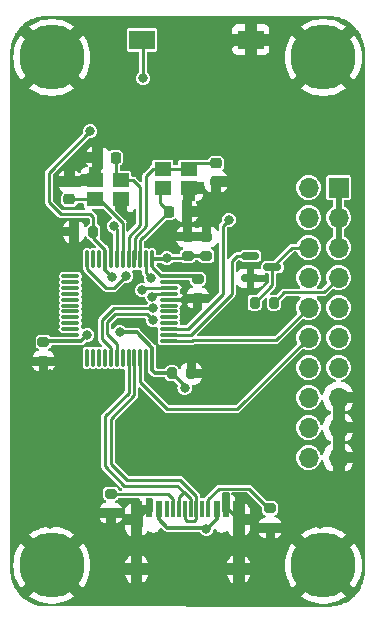
<source format=gbr>
%TF.GenerationSoftware,KiCad,Pcbnew,7.0.11-rc3*%
%TF.CreationDate,2025-03-16T23:25:47+08:00*%
%TF.ProjectId,cooling_DAQ,636f6f6c-696e-4675-9f44-41512e6b6963,rev?*%
%TF.SameCoordinates,Original*%
%TF.FileFunction,Copper,L1,Top*%
%TF.FilePolarity,Positive*%
%FSLAX46Y46*%
G04 Gerber Fmt 4.6, Leading zero omitted, Abs format (unit mm)*
G04 Created by KiCad (PCBNEW 7.0.11-rc3) date 2025-03-16 23:25:47*
%MOMM*%
%LPD*%
G01*
G04 APERTURE LIST*
G04 Aperture macros list*
%AMRoundRect*
0 Rectangle with rounded corners*
0 $1 Rounding radius*
0 $2 $3 $4 $5 $6 $7 $8 $9 X,Y pos of 4 corners*
0 Add a 4 corners polygon primitive as box body*
4,1,4,$2,$3,$4,$5,$6,$7,$8,$9,$2,$3,0*
0 Add four circle primitives for the rounded corners*
1,1,$1+$1,$2,$3*
1,1,$1+$1,$4,$5*
1,1,$1+$1,$6,$7*
1,1,$1+$1,$8,$9*
0 Add four rect primitives between the rounded corners*
20,1,$1+$1,$2,$3,$4,$5,0*
20,1,$1+$1,$4,$5,$6,$7,0*
20,1,$1+$1,$6,$7,$8,$9,0*
20,1,$1+$1,$8,$9,$2,$3,0*%
G04 Aperture macros list end*
%TA.AperFunction,ComponentPad*%
%ADD10C,5.500000*%
%TD*%
%TA.AperFunction,SMDPad,CuDef*%
%ADD11RoundRect,0.200000X-0.275000X0.200000X-0.275000X-0.200000X0.275000X-0.200000X0.275000X0.200000X0*%
%TD*%
%TA.AperFunction,SMDPad,CuDef*%
%ADD12RoundRect,0.225000X0.225000X0.250000X-0.225000X0.250000X-0.225000X-0.250000X0.225000X-0.250000X0*%
%TD*%
%TA.AperFunction,SMDPad,CuDef*%
%ADD13RoundRect,0.200000X0.275000X-0.200000X0.275000X0.200000X-0.275000X0.200000X-0.275000X-0.200000X0*%
%TD*%
%TA.AperFunction,SMDPad,CuDef*%
%ADD14RoundRect,0.075000X-0.075000X0.662500X-0.075000X-0.662500X0.075000X-0.662500X0.075000X0.662500X0*%
%TD*%
%TA.AperFunction,SMDPad,CuDef*%
%ADD15RoundRect,0.075000X-0.662500X0.075000X-0.662500X-0.075000X0.662500X-0.075000X0.662500X0.075000X0*%
%TD*%
%TA.AperFunction,SMDPad,CuDef*%
%ADD16RoundRect,0.200000X-0.200000X-0.275000X0.200000X-0.275000X0.200000X0.275000X-0.200000X0.275000X0*%
%TD*%
%TA.AperFunction,SMDPad,CuDef*%
%ADD17RoundRect,0.225000X0.250000X-0.225000X0.250000X0.225000X-0.250000X0.225000X-0.250000X-0.225000X0*%
%TD*%
%TA.AperFunction,SMDPad,CuDef*%
%ADD18R,2.180000X1.600000*%
%TD*%
%TA.AperFunction,SMDPad,CuDef*%
%ADD19R,0.600000X1.450000*%
%TD*%
%TA.AperFunction,SMDPad,CuDef*%
%ADD20R,0.300000X1.450000*%
%TD*%
%TA.AperFunction,ComponentPad*%
%ADD21O,1.000000X2.100000*%
%TD*%
%TA.AperFunction,ComponentPad*%
%ADD22O,1.000000X1.600000*%
%TD*%
%TA.AperFunction,SMDPad,CuDef*%
%ADD23R,1.400000X1.200000*%
%TD*%
%TA.AperFunction,SMDPad,CuDef*%
%ADD24RoundRect,0.150000X-0.587500X-0.150000X0.587500X-0.150000X0.587500X0.150000X-0.587500X0.150000X0*%
%TD*%
%TA.AperFunction,SMDPad,CuDef*%
%ADD25RoundRect,0.225000X-0.250000X0.225000X-0.250000X-0.225000X0.250000X-0.225000X0.250000X0.225000X0*%
%TD*%
%TA.AperFunction,SMDPad,CuDef*%
%ADD26RoundRect,0.200000X0.200000X0.275000X-0.200000X0.275000X-0.200000X-0.275000X0.200000X-0.275000X0*%
%TD*%
%TA.AperFunction,SMDPad,CuDef*%
%ADD27RoundRect,0.225000X-0.225000X-0.250000X0.225000X-0.250000X0.225000X0.250000X-0.225000X0.250000X0*%
%TD*%
%TA.AperFunction,ComponentPad*%
%ADD28R,1.700000X1.700000*%
%TD*%
%TA.AperFunction,ComponentPad*%
%ADD29O,1.700000X1.700000*%
%TD*%
%TA.AperFunction,ViaPad*%
%ADD30C,0.800000*%
%TD*%
%TA.AperFunction,Conductor*%
%ADD31C,0.250000*%
%TD*%
%TA.AperFunction,Conductor*%
%ADD32C,0.300000*%
%TD*%
%TA.AperFunction,Conductor*%
%ADD33C,0.500000*%
%TD*%
G04 APERTURE END LIST*
D10*
%TO.P,H4,1,1*%
%TO.N,GND*%
X158500000Y-140500000D03*
%TD*%
D11*
%TO.P,R11,1*%
%TO.N,Net-(J7-CC2)*%
X154000000Y-135675000D03*
%TO.P,R11,2*%
%TO.N,GND*%
X154000000Y-137325000D03*
%TD*%
D10*
%TO.P,H3,1,1*%
%TO.N,GND*%
X135500000Y-140500000D03*
%TD*%
D12*
%TO.P,C1,1*%
%TO.N,/RCC_OSC_IN*%
X140911000Y-105976000D03*
%TO.P,C1,2*%
%TO.N,GND*%
X139361000Y-105976000D03*
%TD*%
D10*
%TO.P,H2,1,1*%
%TO.N,GND*%
X135500000Y-97500000D03*
%TD*%
D13*
%TO.P,C7,1*%
%TO.N,+3V3*%
X148600000Y-114325000D03*
%TO.P,C7,2*%
%TO.N,GND*%
X148600000Y-112675000D03*
%TD*%
D14*
%TO.P,U1,1,VBAT*%
%TO.N,+3V3*%
X144000000Y-114587500D03*
%TO.P,U1,2,PC13*%
%TO.N,ADC_CH1*%
X143500000Y-114587500D03*
%TO.P,U1,3,PC14*%
%TO.N,/LSE_IN*%
X143000000Y-114587500D03*
%TO.P,U1,4,PC15*%
%TO.N,/LSE_OUT*%
X142500000Y-114587500D03*
%TO.P,U1,5,PD0*%
%TO.N,/RCC_OSC_IN*%
X142000000Y-114587500D03*
%TO.P,U1,6,PD1*%
%TO.N,/RCC_OSC_OUT*%
X141500000Y-114587500D03*
%TO.P,U1,7,NRST*%
%TO.N,Net-(SW1-B)*%
X141000000Y-114587500D03*
%TO.P,U1,8,VSSA*%
%TO.N,GND*%
X140500000Y-114587500D03*
%TO.P,U1,9,VDDA*%
%TO.N,+3V3*%
X140000000Y-114587500D03*
%TO.P,U1,10,PA0*%
%TO.N,unconnected-(U1-PA0-Pad10)*%
X139500000Y-114587500D03*
%TO.P,U1,11,PA1*%
%TO.N,unconnected-(U1-PA1-Pad11)*%
X139000000Y-114587500D03*
%TO.P,U1,12,PA2*%
%TO.N,USART2*%
X138500000Y-114587500D03*
D15*
%TO.P,U1,13,PA3*%
%TO.N,unconnected-(U1-PA3-Pad13)*%
X137087500Y-116000000D03*
%TO.P,U1,14,PA4*%
%TO.N,unconnected-(U1-PA4-Pad14)*%
X137087500Y-116500000D03*
%TO.P,U1,15,PA5*%
%TO.N,unconnected-(U1-PA5-Pad15)*%
X137087500Y-117000000D03*
%TO.P,U1,16,PA6*%
%TO.N,unconnected-(U1-PA6-Pad16)*%
X137087500Y-117500000D03*
%TO.P,U1,17,PA7*%
%TO.N,unconnected-(U1-PA7-Pad17)*%
X137087500Y-118000000D03*
%TO.P,U1,18,PB0*%
%TO.N,unconnected-(U1-PB0-Pad18)*%
X137087500Y-118500000D03*
%TO.P,U1,19,PB1*%
%TO.N,unconnected-(U1-PB1-Pad19)*%
X137087500Y-119000000D03*
%TO.P,U1,20,PB2*%
%TO.N,unconnected-(U1-PB2-Pad20)*%
X137087500Y-119500000D03*
%TO.P,U1,21,PB10*%
%TO.N,unconnected-(U1-PB10-Pad21)*%
X137087500Y-120000000D03*
%TO.P,U1,22,PB11*%
%TO.N,unconnected-(U1-PB11-Pad22)*%
X137087500Y-120500000D03*
%TO.P,U1,23,VSS*%
%TO.N,GND*%
X137087500Y-121000000D03*
%TO.P,U1,24,VDD*%
%TO.N,+3V3*%
X137087500Y-121500000D03*
D14*
%TO.P,U1,25,PB12*%
%TO.N,unconnected-(U1-PB12-Pad25)*%
X138500000Y-122912500D03*
%TO.P,U1,26,PB13*%
%TO.N,unconnected-(U1-PB13-Pad26)*%
X139000000Y-122912500D03*
%TO.P,U1,27,PB14*%
%TO.N,unconnected-(U1-PB14-Pad27)*%
X139500000Y-122912500D03*
%TO.P,U1,28,PB15*%
%TO.N,unconnected-(U1-PB15-Pad28)*%
X140000000Y-122912500D03*
%TO.P,U1,29,PA8*%
%TO.N,TIM1_CH1*%
X140500000Y-122912500D03*
%TO.P,U1,30,PA9*%
%TO.N,USART1*%
X141000000Y-122912500D03*
%TO.P,U1,31,PA10*%
%TO.N,unconnected-(U1-PA10-Pad31)*%
X141500000Y-122912500D03*
%TO.P,U1,32,PA11*%
%TO.N,USB_D-*%
X142000000Y-122912500D03*
%TO.P,U1,33,PA12*%
%TO.N,USB_D+*%
X142500000Y-122912500D03*
%TO.P,U1,34,PA13*%
%TO.N,SYS_JTMS-SWDIO*%
X143000000Y-122912500D03*
%TO.P,U1,35,VSS*%
%TO.N,GND*%
X143500000Y-122912500D03*
%TO.P,U1,36,VDD*%
%TO.N,+3V3*%
X144000000Y-122912500D03*
D15*
%TO.P,U1,37,PA14*%
%TO.N,SYS_JTCK-SWCLK*%
X145412500Y-121500000D03*
%TO.P,U1,38,PA15*%
%TO.N,PWM_OUT*%
X145412500Y-121000000D03*
%TO.P,U1,39,PB3*%
%TO.N,PWM_OUT_2*%
X145412500Y-120500000D03*
%TO.P,U1,40,PB4*%
%TO.N,unconnected-(U1-PB4-Pad40)*%
X145412500Y-120000000D03*
%TO.P,U1,41,PB5*%
%TO.N,unconnected-(U1-PB5-Pad41)*%
X145412500Y-119500000D03*
%TO.P,U1,42,PB6*%
%TO.N,unconnected-(U1-PB6-Pad42)*%
X145412500Y-119000000D03*
%TO.P,U1,43,PB7*%
%TO.N,unconnected-(U1-PB7-Pad43)*%
X145412500Y-118500000D03*
%TO.P,U1,44,BOOT0*%
%TO.N,GND*%
X145412500Y-118000000D03*
%TO.P,U1,45,PB8*%
%TO.N,CAN_TX*%
X145412500Y-117500000D03*
%TO.P,U1,46,PB9*%
%TO.N,CAN_RX*%
X145412500Y-117000000D03*
%TO.P,U1,47,VSS*%
%TO.N,GND*%
X145412500Y-116500000D03*
%TO.P,U1,48,VDD*%
%TO.N,+3V3*%
X145412500Y-116000000D03*
%TD*%
D11*
%TO.P,C8,1*%
%TO.N,+3V3*%
X134800000Y-121575000D03*
%TO.P,C8,2*%
%TO.N,GND*%
X134800000Y-123225000D03*
%TD*%
D16*
%TO.P,R16,1*%
%TO.N,PUMP_PWM*%
X152675000Y-118250000D03*
%TO.P,R16,2*%
%TO.N,PUMP_PWR*%
X154325000Y-118250000D03*
%TD*%
D17*
%TO.P,C2,1*%
%TO.N,/RCC_OSC_OUT*%
X137000000Y-109525000D03*
%TO.P,C2,2*%
%TO.N,GND*%
X137000000Y-107975000D03*
%TD*%
D16*
%TO.P,C10,1*%
%TO.N,+3V3*%
X145675000Y-124250000D03*
%TO.P,C10,2*%
%TO.N,GND*%
X147325000Y-124250000D03*
%TD*%
D10*
%TO.P,H1,1,1*%
%TO.N,GND*%
X158500000Y-97500000D03*
%TD*%
D18*
%TO.P,SW1,1,A*%
%TO.N,GND*%
X152340000Y-96000000D03*
%TO.P,SW1,2,B*%
%TO.N,Net-(SW1-B)*%
X143160000Y-96000000D03*
%TD*%
D19*
%TO.P,J7,A1,GND*%
%TO.N,GND*%
X143750000Y-135705000D03*
%TO.P,J7,A4,VBUS*%
%TO.N,+5V*%
X144550000Y-135705000D03*
D20*
%TO.P,J7,A5,CC1*%
%TO.N,Net-(J7-CC1)*%
X145750000Y-135705000D03*
%TO.P,J7,A6,D+*%
%TO.N,USB_D+*%
X146750000Y-135705000D03*
%TO.P,J7,A7,D-*%
%TO.N,USB_D-*%
X147250000Y-135705000D03*
%TO.P,J7,A8,SBU1*%
%TO.N,unconnected-(J7-SBU1-PadA8)*%
X148250000Y-135705000D03*
D19*
%TO.P,J7,A9,VBUS*%
%TO.N,+5V*%
X149450000Y-135705000D03*
%TO.P,J7,A12,GND*%
%TO.N,GND*%
X150250000Y-135705000D03*
%TO.P,J7,B1,GND*%
X150250000Y-135705000D03*
%TO.P,J7,B4,VBUS*%
%TO.N,+5V*%
X149450000Y-135705000D03*
D20*
%TO.P,J7,B5,CC2*%
%TO.N,Net-(J7-CC2)*%
X148750000Y-135705000D03*
%TO.P,J7,B6,D+*%
%TO.N,USB_D+*%
X147750000Y-135705000D03*
%TO.P,J7,B7,D-*%
%TO.N,USB_D-*%
X146250000Y-135705000D03*
%TO.P,J7,B8,SBU2*%
%TO.N,unconnected-(J7-SBU2-PadB8)*%
X145250000Y-135705000D03*
D19*
%TO.P,J7,B9,VBUS*%
%TO.N,+5V*%
X144550000Y-135705000D03*
%TO.P,J7,B12,GND*%
%TO.N,GND*%
X143750000Y-135705000D03*
D21*
%TO.P,J7,S1,SHIELD*%
X142680000Y-136620000D03*
D22*
X142680000Y-140800000D03*
D21*
X151320000Y-136620000D03*
D22*
X151320000Y-140800000D03*
%TD*%
D23*
%TO.P,Y1,1,1*%
%TO.N,/RCC_OSC_IN*%
X141350000Y-107908000D03*
%TO.P,Y1,2,2*%
%TO.N,GND*%
X139150000Y-107908000D03*
%TO.P,Y1,3,3*%
%TO.N,/RCC_OSC_OUT*%
X139150000Y-109508000D03*
%TO.P,Y1,4,4*%
%TO.N,GND*%
X141350000Y-109508000D03*
%TD*%
D24*
%TO.P,Q1,1,G*%
%TO.N,PWM_OUT*%
X152312500Y-114300000D03*
%TO.P,Q1,2,S*%
%TO.N,GND*%
X152312500Y-116200000D03*
%TO.P,Q1,3,D*%
%TO.N,PUMP_PWM*%
X154187500Y-115250000D03*
%TD*%
D25*
%TO.P,C4,1*%
%TO.N,/LSE_OUT*%
X149400000Y-106475000D03*
%TO.P,C4,2*%
%TO.N,GND*%
X149400000Y-108025000D03*
%TD*%
D26*
%TO.P,C9,1*%
%TO.N,+3V3*%
X139027000Y-112250000D03*
%TO.P,C9,2*%
%TO.N,GND*%
X137377000Y-112250000D03*
%TD*%
D11*
%TO.P,R10,1*%
%TO.N,Net-(J7-CC1)*%
X140500000Y-134425000D03*
%TO.P,R10,2*%
%TO.N,GND*%
X140500000Y-136075000D03*
%TD*%
D23*
%TO.P,Y2,1,1*%
%TO.N,/LSE_IN*%
X144900000Y-108550000D03*
%TO.P,Y2,2,2*%
%TO.N,GND*%
X147100000Y-108550000D03*
%TO.P,Y2,3,3*%
%TO.N,/LSE_OUT*%
X147100000Y-106950000D03*
%TO.P,Y2,4,4*%
X144900000Y-106950000D03*
%TD*%
D13*
%TO.P,C5,1*%
%TO.N,+3V3*%
X147000000Y-114325000D03*
%TO.P,C5,2*%
%TO.N,GND*%
X147000000Y-112675000D03*
%TD*%
D11*
%TO.P,C6,1*%
%TO.N,+3V3*%
X147854000Y-116250000D03*
%TO.P,C6,2*%
%TO.N,GND*%
X147854000Y-117900000D03*
%TD*%
D27*
%TO.P,C3,1*%
%TO.N,/LSE_IN*%
X145386000Y-110550000D03*
%TO.P,C3,2*%
%TO.N,GND*%
X146936000Y-110550000D03*
%TD*%
D28*
%TO.P,J1,1,Pin_1*%
%TO.N,VDC*%
X159790000Y-108510000D03*
D29*
%TO.P,J1,2,Pin_2*%
%TO.N,USART2*%
X157250000Y-108510000D03*
%TO.P,J1,3,Pin_3*%
%TO.N,VDC*%
X159790000Y-111050000D03*
%TO.P,J1,4,Pin_4*%
%TO.N,FAN_PWM*%
X157250000Y-111050000D03*
%TO.P,J1,5,Pin_5*%
%TO.N,VDC*%
X159790000Y-113590000D03*
%TO.P,J1,6,Pin_6*%
%TO.N,PUMP_PWM*%
X157250000Y-113590000D03*
%TO.P,J1,7,Pin_7*%
%TO.N,PUMP_PWR*%
X159790000Y-116130000D03*
%TO.P,J1,8,Pin_8*%
%TO.N,PT_signal*%
X157250000Y-116130000D03*
%TO.P,J1,9,Pin_9*%
%TO.N,FAN_PWR*%
X159790000Y-118670000D03*
%TO.P,J1,10,Pin_10*%
%TO.N,SYS_JTCK-SWCLK*%
X157250000Y-118670000D03*
%TO.P,J1,11,Pin_11*%
%TO.N,unconnected-(J1-Pin_11-Pad11)*%
X159790000Y-121210000D03*
%TO.P,J1,12,Pin_12*%
%TO.N,SYS_JTMS-SWDIO*%
X157250000Y-121210000D03*
%TO.P,J1,13,Pin_13*%
%TO.N,TIM1_CH1*%
X159790000Y-123750000D03*
%TO.P,J1,14,Pin_14*%
%TO.N,unconnected-(J1-Pin_14-Pad14)*%
X157250000Y-123750000D03*
%TO.P,J1,15,Pin_15*%
%TO.N,GND*%
X159790000Y-126290000D03*
%TO.P,J1,16,Pin_16*%
%TO.N,USART1*%
X157250000Y-126290000D03*
%TO.P,J1,17,Pin_17*%
%TO.N,GND*%
X159790000Y-128830000D03*
%TO.P,J1,18,Pin_18*%
%TO.N,CAN-*%
X157250000Y-128830000D03*
%TO.P,J1,19,Pin_19*%
%TO.N,GND*%
X159790000Y-131370000D03*
%TO.P,J1,20,Pin_20*%
%TO.N,CAN+*%
X157250000Y-131370000D03*
%TD*%
D30*
%TO.N,GND*%
X135330000Y-134430000D03*
X142250000Y-111000000D03*
X137870000Y-126810000D03*
X145490000Y-142050000D03*
X136250000Y-114250000D03*
X135330000Y-124270000D03*
X140275500Y-112750000D03*
X148030000Y-139510000D03*
X148030000Y-98870000D03*
X148030000Y-131890000D03*
X140410000Y-142050000D03*
X142950000Y-106490000D03*
X137870000Y-106490000D03*
X140410000Y-96330000D03*
X153200000Y-102400000D03*
X151200000Y-122275000D03*
X146500000Y-130250000D03*
X135330000Y-136970000D03*
X137870000Y-131890000D03*
X160730000Y-134430000D03*
X143962829Y-124911513D03*
X148030000Y-142050000D03*
X158190000Y-106490000D03*
X142950000Y-103950000D03*
X135330000Y-101410000D03*
X153800000Y-133600000D03*
X158190000Y-134430000D03*
X153110000Y-98870000D03*
X146800000Y-119200000D03*
X145490000Y-96330000D03*
X160730000Y-136970000D03*
X156200000Y-133600000D03*
X145490000Y-139510000D03*
X158190000Y-136970000D03*
X135330000Y-131890000D03*
X150570000Y-106490000D03*
X155600000Y-128400000D03*
X137870000Y-134430000D03*
X140410000Y-139510000D03*
X153110000Y-142050000D03*
X155400000Y-132000000D03*
X156800000Y-102200000D03*
X153110000Y-139510000D03*
X135330000Y-126810000D03*
X142950000Y-131890000D03*
X150570000Y-119190000D03*
X155000000Y-124600000D03*
X150570000Y-96330000D03*
X137870000Y-136970000D03*
X160730000Y-101410000D03*
X135330000Y-129350000D03*
X146800000Y-118000000D03*
X148030000Y-96330000D03*
X155650000Y-111570000D03*
X137870000Y-129350000D03*
X155650000Y-136970000D03*
%TO.N,+3V3*%
X141250000Y-120750000D03*
X138500000Y-121000000D03*
X146750000Y-125500000D03*
X145250000Y-114500000D03*
X140637299Y-116112701D03*
X138750000Y-103750000D03*
%TO.N,+5V*%
X148600000Y-137400000D03*
%TO.N,USART1*%
X144075500Y-119749503D03*
%TO.N,USART2*%
X141800000Y-116000000D03*
%TO.N,TIM1_CH1*%
X144075500Y-118750000D03*
%TO.N,ADC_CH1*%
X143875985Y-116150583D03*
%TO.N,Net-(SW1-B)*%
X143250000Y-99250000D03*
X140750451Y-111775049D03*
%TO.N,CAN_TX*%
X144000000Y-117750000D03*
%TO.N,CAN_RX*%
X143168363Y-117195576D03*
%TO.N,PWM_OUT_2*%
X150500000Y-111250000D03*
%TD*%
D31*
%TO.N,/RCC_OSC_IN*%
X142000000Y-112663208D02*
X142000000Y-114587500D01*
X140911000Y-107469000D02*
X141350000Y-107908000D01*
X143000000Y-108500000D02*
X143000000Y-111663208D01*
X141350000Y-107908000D02*
X142408000Y-107908000D01*
X140911000Y-105976000D02*
X140911000Y-107469000D01*
X142408000Y-107908000D02*
X143000000Y-108500000D01*
X143000000Y-111663208D02*
X142000000Y-112663208D01*
%TO.N,GND*%
X137377000Y-112250000D02*
X137377000Y-113123000D01*
X146800000Y-118000000D02*
X147754000Y-118000000D01*
X140275500Y-112750000D02*
X140250000Y-112775500D01*
X142250000Y-111000000D02*
X141350000Y-110100000D01*
X135750000Y-114750000D02*
X136250000Y-114250000D01*
D32*
X150405000Y-135705000D02*
X151320000Y-136620000D01*
X143750000Y-135705000D02*
X143595000Y-135705000D01*
X150250000Y-135705000D02*
X150405000Y-135705000D01*
D31*
X145412500Y-118000000D02*
X146800000Y-118000000D01*
X140250000Y-113397918D02*
X140500000Y-113647918D01*
X146800000Y-117000000D02*
X146800000Y-118000000D01*
X142680000Y-136620000D02*
X142835000Y-136620000D01*
X141350000Y-110100000D02*
X141350000Y-109508000D01*
X146300000Y-116500000D02*
X146800000Y-117000000D01*
X140250000Y-112775500D02*
X140250000Y-113397918D01*
D32*
X143595000Y-135705000D02*
X142680000Y-136620000D01*
D31*
X137377000Y-113123000D02*
X136250000Y-114250000D01*
X140500000Y-113647918D02*
X140500000Y-114587500D01*
D32*
X143500000Y-122912500D02*
X143500000Y-124448684D01*
D31*
X137087500Y-121000000D02*
X136284314Y-121000000D01*
X136284314Y-121000000D02*
X135750000Y-120465686D01*
X135750000Y-120465686D02*
X135750000Y-114750000D01*
D32*
X143500000Y-124448684D02*
X143962829Y-124911513D01*
D31*
X147754000Y-118000000D02*
X147854000Y-117900000D01*
X145412500Y-116500000D02*
X146300000Y-116500000D01*
%TO.N,/RCC_OSC_OUT*%
X139525000Y-109525000D02*
X137000000Y-109525000D01*
X141500000Y-114587500D02*
X141500000Y-111500000D01*
X141500000Y-111500000D02*
X139525000Y-109525000D01*
%TO.N,/LSE_IN*%
X144650000Y-109814000D02*
X145386000Y-110550000D01*
X143000000Y-114587500D02*
X143000000Y-112936000D01*
X143000000Y-112936000D02*
X145386000Y-110550000D01*
X144650000Y-108550000D02*
X144650000Y-109814000D01*
%TO.N,/LSE_OUT*%
X143500000Y-107500000D02*
X144050000Y-106950000D01*
X149400000Y-106475000D02*
X147575000Y-106475000D01*
X147575000Y-106475000D02*
X147100000Y-106950000D01*
X142550000Y-113734314D02*
X142550000Y-112749604D01*
X143500000Y-111799604D02*
X143500000Y-107500000D01*
X144050000Y-106950000D02*
X147100000Y-106950000D01*
X142475000Y-114562500D02*
X142500000Y-114587500D01*
X142550000Y-112749604D02*
X143500000Y-111799604D01*
X142525000Y-113759314D02*
X142550000Y-113734314D01*
X142525000Y-114562500D02*
X142525000Y-113759314D01*
X142500000Y-114587500D02*
X142525000Y-114562500D01*
D32*
%TO.N,+3V3*%
X144200000Y-124200000D02*
X145625000Y-124200000D01*
D31*
X148500000Y-114325000D02*
X148750000Y-114075000D01*
D32*
X145162500Y-114587500D02*
X145250000Y-114500000D01*
D31*
X138750000Y-103750000D02*
X135254769Y-107245231D01*
D32*
X144000000Y-122912500D02*
X144000000Y-124000000D01*
D31*
X145250000Y-114500000D02*
X146825000Y-114500000D01*
X139027000Y-112146000D02*
X139027000Y-112811314D01*
D32*
X146750000Y-125500000D02*
X146750000Y-125325000D01*
X137087500Y-121500000D02*
X134875000Y-121500000D01*
X145625000Y-124200000D02*
X145675000Y-124250000D01*
X147854000Y-116250000D02*
X147604000Y-116000000D01*
X144000000Y-122071880D02*
X144000000Y-122912500D01*
D31*
X135254769Y-107245231D02*
X135254769Y-109745231D01*
D32*
X140000000Y-115475402D02*
X140637299Y-116112701D01*
X138000000Y-121500000D02*
X137087500Y-121500000D01*
X146750000Y-125325000D02*
X145675000Y-124250000D01*
D31*
X135254769Y-109745231D02*
X135504769Y-109995231D01*
X139027000Y-111027000D02*
X139027000Y-112250000D01*
D32*
X147604000Y-116000000D02*
X145412500Y-116000000D01*
X144000000Y-114587500D02*
X145162500Y-114587500D01*
X144000000Y-124000000D02*
X144200000Y-124200000D01*
X142678120Y-120750000D02*
X144000000Y-122071880D01*
D31*
X139027000Y-112811314D02*
X140000000Y-113784314D01*
D32*
X147000000Y-114325000D02*
X148600000Y-114325000D01*
D31*
X144750000Y-116000000D02*
X144000000Y-115250000D01*
D32*
X138500000Y-121000000D02*
X138000000Y-121500000D01*
D31*
X146825000Y-114500000D02*
X147000000Y-114325000D01*
X136259538Y-110750000D02*
X138750000Y-110750000D01*
D32*
X134875000Y-121500000D02*
X134800000Y-121575000D01*
D31*
X138750000Y-110750000D02*
X139027000Y-111027000D01*
X144000000Y-115250000D02*
X144000000Y-114587500D01*
D32*
X141250000Y-120750000D02*
X142678120Y-120750000D01*
D31*
X135504769Y-109995231D02*
X136259538Y-110750000D01*
X145412500Y-116000000D02*
X144750000Y-116000000D01*
D32*
X140000000Y-114587500D02*
X140000000Y-115475402D01*
D31*
X140000000Y-113784314D02*
X140000000Y-114587500D01*
D33*
%TO.N,VDC*%
X159790000Y-108510000D02*
X159790000Y-113590000D01*
D32*
%TO.N,+5V*%
X148515000Y-137315000D02*
X145300305Y-137315000D01*
X144550000Y-136564695D02*
X144550000Y-135705000D01*
X148600000Y-137400000D02*
X148614695Y-137400000D01*
X145300305Y-137315000D02*
X144550000Y-136564695D01*
X149450000Y-136564695D02*
X149450000Y-135705000D01*
X148614695Y-137400000D02*
X149450000Y-136564695D01*
X148600000Y-137400000D02*
X148515000Y-137315000D01*
D31*
%TO.N,SYS_JTMS-SWDIO*%
X143000000Y-125000000D02*
X145250000Y-127250000D01*
X143000000Y-122912500D02*
X143000000Y-125000000D01*
X145250000Y-127250000D02*
X151210000Y-127250000D01*
X151210000Y-127250000D02*
X157250000Y-121210000D01*
%TO.N,SYS_JTCK-SWCLK*%
X147486396Y-121400000D02*
X154520000Y-121400000D01*
X145412500Y-121500000D02*
X147386396Y-121500000D01*
X154520000Y-121400000D02*
X157250000Y-118670000D01*
X147386396Y-121500000D02*
X147486396Y-121400000D01*
%TO.N,USART1*%
X144075500Y-119749503D02*
X144049698Y-119749503D01*
X140200000Y-119936396D02*
X140200000Y-120950000D01*
X140886396Y-119250000D02*
X140200000Y-119936396D01*
X141000000Y-121750000D02*
X141000000Y-122912500D01*
X140200000Y-120950000D02*
X141000000Y-121750000D01*
X143550195Y-119250000D02*
X140886396Y-119250000D01*
X144049698Y-119749503D02*
X143550195Y-119250000D01*
%TO.N,USART2*%
X141800000Y-116000000D02*
X140800000Y-117000000D01*
X140800000Y-117000000D02*
X140107236Y-117000000D01*
X140107236Y-117000000D02*
X138500000Y-115392764D01*
X138500000Y-115392764D02*
X138500000Y-114587500D01*
%TO.N,TIM1_CH1*%
X144075500Y-118750000D02*
X140750000Y-118750000D01*
X159790000Y-123540000D02*
X159790000Y-123750000D01*
X140750000Y-118750000D02*
X139750000Y-119750000D01*
X139750000Y-119750000D02*
X139750000Y-121359314D01*
X139750000Y-121359314D02*
X140500000Y-122109314D01*
X140500000Y-122109314D02*
X140500000Y-122912500D01*
%TO.N,Net-(J7-CC1)*%
X145750000Y-134870380D02*
X145379620Y-134500000D01*
X145750000Y-135705000D02*
X145750000Y-134870380D01*
X145379620Y-134500000D02*
X140750000Y-134500000D01*
%TO.N,USB_D-*%
X146250000Y-134750000D02*
X146698223Y-134301777D01*
X142000000Y-125896446D02*
X142000000Y-122912500D01*
X146250000Y-135705000D02*
X146250000Y-134750000D01*
X140000000Y-127896446D02*
X142000000Y-125896446D01*
X147250000Y-134853554D02*
X146698223Y-134301777D01*
X141646446Y-133750000D02*
X140000000Y-132103554D01*
X140000000Y-132103554D02*
X140000000Y-127896446D01*
X146698223Y-134301777D02*
X146146446Y-133750000D01*
X147250000Y-135705000D02*
X147250000Y-134853554D01*
X146146446Y-133750000D02*
X141646446Y-133750000D01*
%TO.N,USB_D+*%
X140500000Y-128103554D02*
X142500000Y-126103554D01*
X147750000Y-134646446D02*
X146353554Y-133250000D01*
X146353554Y-133250000D02*
X141853554Y-133250000D01*
X147750000Y-136539620D02*
X147750000Y-135705000D01*
X147750000Y-135705000D02*
X147750000Y-134646446D01*
X140500000Y-131896446D02*
X140500000Y-128103554D01*
X146965380Y-136755000D02*
X147534620Y-136755000D01*
X146750000Y-135705000D02*
X146750000Y-136539620D01*
X146750000Y-136539620D02*
X146965380Y-136755000D01*
X142500000Y-126103554D02*
X142500000Y-122912500D01*
X141853554Y-133250000D02*
X140500000Y-131896446D01*
X147534620Y-136755000D02*
X147750000Y-136539620D01*
%TO.N,Net-(J7-CC2)*%
X149670380Y-134000000D02*
X152175000Y-134000000D01*
X148750000Y-135705000D02*
X148750000Y-134920380D01*
X148750000Y-134920380D02*
X149670380Y-134000000D01*
X152175000Y-134000000D02*
X153925000Y-135750000D01*
%TO.N,ADC_CH1*%
X143500000Y-115774598D02*
X143500000Y-114587500D01*
X143875985Y-116150583D02*
X143500000Y-115774598D01*
%TO.N,Net-(SW1-B)*%
X143250000Y-96090000D02*
X143250000Y-99250000D01*
X141000000Y-112024598D02*
X141000000Y-114587500D01*
X140750451Y-111775049D02*
X141000000Y-112024598D01*
X143160000Y-96000000D02*
X143250000Y-96090000D01*
%TO.N,CAN_TX*%
X144250000Y-117500000D02*
X145412500Y-117500000D01*
X144000000Y-117750000D02*
X144250000Y-117500000D01*
%TO.N,CAN_RX*%
X143363939Y-117000000D02*
X145412500Y-117000000D01*
X143168363Y-117195576D02*
X143363939Y-117000000D01*
%TO.N,PWM_OUT*%
X151200000Y-114300000D02*
X152312500Y-114300000D01*
X147250000Y-121000000D02*
X150750000Y-117500000D01*
X150750000Y-117500000D02*
X150750000Y-114750000D01*
X145412500Y-121000000D02*
X147250000Y-121000000D01*
X150750000Y-114750000D02*
X151200000Y-114300000D01*
%TO.N,PWM_OUT_2*%
X147000000Y-120500000D02*
X145412500Y-120500000D01*
X150000000Y-117500000D02*
X147000000Y-120500000D01*
X150500000Y-111250000D02*
X150000000Y-111750000D01*
X150000000Y-111750000D02*
X150000000Y-117500000D01*
%TO.N,PUMP_PWR*%
X155180054Y-117394946D02*
X158525054Y-117394946D01*
X154325000Y-118250000D02*
X155180054Y-117394946D01*
X158525054Y-117394946D02*
X159790000Y-116130000D01*
%TO.N,PUMP_PWM*%
X152675000Y-118250000D02*
X154187500Y-116737500D01*
X154187500Y-116737500D02*
X154187500Y-115250000D01*
X157250000Y-113590000D02*
X155847500Y-113590000D01*
X155847500Y-113590000D02*
X154187500Y-115250000D01*
%TD*%
%TA.AperFunction,Conductor*%
%TO.N,GND*%
G36*
X150523684Y-134344407D02*
G01*
X150559648Y-134393907D01*
X150559648Y-134455093D01*
X150550000Y-134470837D01*
X150550000Y-135906000D01*
X150531093Y-135964191D01*
X150481593Y-136000155D01*
X150451000Y-136005000D01*
X150049500Y-136005000D01*
X149991309Y-135986093D01*
X149955345Y-135936593D01*
X149950500Y-135906000D01*
X149950500Y-134960252D01*
X149950476Y-134960009D01*
X149950000Y-134950310D01*
X149950000Y-134466039D01*
X149936726Y-134439987D01*
X149946297Y-134379555D01*
X149989562Y-134336290D01*
X150034507Y-134325500D01*
X150465493Y-134325500D01*
X150523684Y-134344407D01*
G37*
%TD.AperFunction*%
%TA.AperFunction,Conductor*%
G36*
X149650390Y-113195926D02*
G01*
X149674146Y-113252311D01*
X149674500Y-113260675D01*
X149674500Y-117324166D01*
X149655593Y-117382357D01*
X149645504Y-117394170D01*
X148768670Y-118271004D01*
X148714153Y-118298781D01*
X148698666Y-118300000D01*
X148254001Y-118300000D01*
X148254000Y-118300001D01*
X148254000Y-118744666D01*
X148235093Y-118802857D01*
X148225004Y-118814670D01*
X146894170Y-120145504D01*
X146839653Y-120173281D01*
X146824166Y-120174500D01*
X146449500Y-120174500D01*
X146391309Y-120155593D01*
X146355345Y-120106093D01*
X146350500Y-120075501D01*
X146350499Y-119897870D01*
X146350498Y-119897862D01*
X146334515Y-119817506D01*
X146334515Y-119817505D01*
X146326159Y-119804999D01*
X146309551Y-119746114D01*
X146326159Y-119694999D01*
X146334515Y-119682495D01*
X146350500Y-119602133D01*
X146350499Y-119397868D01*
X146334515Y-119317505D01*
X146326159Y-119304999D01*
X146309551Y-119246114D01*
X146326159Y-119194999D01*
X146334515Y-119182495D01*
X146350500Y-119102133D01*
X146350499Y-118897868D01*
X146334515Y-118817505D01*
X146326159Y-118804999D01*
X146309551Y-118746114D01*
X146326159Y-118694999D01*
X146334515Y-118682495D01*
X146346461Y-118622438D01*
X146376357Y-118569056D01*
X146383291Y-118563212D01*
X146485089Y-118485099D01*
X146485099Y-118485089D01*
X146577261Y-118364981D01*
X146577263Y-118364977D01*
X146604177Y-118300000D01*
X146908124Y-118300000D01*
X146935979Y-118389393D01*
X146935982Y-118389400D01*
X147023924Y-118534872D01*
X147144127Y-118655075D01*
X147289599Y-118743017D01*
X147289607Y-118743020D01*
X147451890Y-118793590D01*
X147454000Y-118793781D01*
X147454000Y-118300001D01*
X147453999Y-118300000D01*
X146908124Y-118300000D01*
X146604177Y-118300000D01*
X146635199Y-118225105D01*
X146635200Y-118225105D01*
X146645088Y-118150000D01*
X146112074Y-118150000D01*
X146102373Y-118149524D01*
X146102136Y-118149500D01*
X146102133Y-118149500D01*
X146102129Y-118149500D01*
X145361500Y-118149500D01*
X145303309Y-118130593D01*
X145267345Y-118081093D01*
X145262500Y-118050500D01*
X145262500Y-117949499D01*
X145281407Y-117891308D01*
X145330907Y-117855344D01*
X145361496Y-117850499D01*
X146102132Y-117850499D01*
X146102135Y-117850498D01*
X146102362Y-117850476D01*
X146112063Y-117850000D01*
X146645088Y-117850000D01*
X146645088Y-117849999D01*
X146635199Y-117774894D01*
X146577263Y-117635022D01*
X146577261Y-117635018D01*
X146485099Y-117514910D01*
X146485092Y-117514903D01*
X146383289Y-117436786D01*
X146348634Y-117386361D01*
X146346459Y-117377556D01*
X146336854Y-117329264D01*
X146334515Y-117317505D01*
X146326159Y-117304999D01*
X146309551Y-117246114D01*
X146326159Y-117194999D01*
X146334515Y-117182495D01*
X146346461Y-117122438D01*
X146376357Y-117069056D01*
X146383291Y-117063212D01*
X146485089Y-116985099D01*
X146485099Y-116985089D01*
X146577261Y-116864981D01*
X146577263Y-116864977D01*
X146635199Y-116725105D01*
X146635200Y-116725105D01*
X146645088Y-116650000D01*
X146112074Y-116650000D01*
X146102373Y-116649524D01*
X146102136Y-116649500D01*
X146102133Y-116649500D01*
X146102129Y-116649500D01*
X145361500Y-116649500D01*
X145303309Y-116630593D01*
X145267345Y-116581093D01*
X145262500Y-116550500D01*
X145262500Y-116449500D01*
X145281407Y-116391309D01*
X145330907Y-116355345D01*
X145361500Y-116350500D01*
X147079501Y-116350500D01*
X147137692Y-116369407D01*
X147173656Y-116418907D01*
X147178501Y-116449500D01*
X147178501Y-116481523D01*
X147193352Y-116575299D01*
X147193354Y-116575304D01*
X147250950Y-116688342D01*
X147340658Y-116778050D01*
X147391289Y-116803848D01*
X147444322Y-116830870D01*
X147487586Y-116874135D01*
X147497157Y-116934567D01*
X147469379Y-116989083D01*
X147428829Y-117013596D01*
X147289607Y-117056979D01*
X147289599Y-117056982D01*
X147144127Y-117144924D01*
X147023924Y-117265127D01*
X146935982Y-117410599D01*
X146935979Y-117410606D01*
X146908123Y-117499999D01*
X146908124Y-117500000D01*
X148799876Y-117500000D01*
X148799876Y-117499999D01*
X148772020Y-117410606D01*
X148772017Y-117410599D01*
X148684075Y-117265127D01*
X148563872Y-117144924D01*
X148418400Y-117056982D01*
X148418392Y-117056979D01*
X148279170Y-117013596D01*
X148229239Y-116978233D01*
X148209630Y-116920275D01*
X148227833Y-116861860D01*
X148263676Y-116830870D01*
X148367342Y-116778050D01*
X148457050Y-116688342D01*
X148514646Y-116575304D01*
X148529500Y-116481519D01*
X148529499Y-116018482D01*
X148519191Y-115953393D01*
X148514647Y-115924700D01*
X148514646Y-115924698D01*
X148514646Y-115924696D01*
X148457050Y-115811658D01*
X148367342Y-115721950D01*
X148254304Y-115664354D01*
X148254305Y-115664354D01*
X148160522Y-115649500D01*
X148160519Y-115649500D01*
X147669489Y-115649500D01*
X147656200Y-115647564D01*
X147656097Y-115648398D01*
X147647955Y-115647383D01*
X147647954Y-115647383D01*
X147647952Y-115647383D01*
X147598824Y-115649415D01*
X147594733Y-115649500D01*
X144900835Y-115649500D01*
X144842644Y-115630593D01*
X144830832Y-115620504D01*
X144379496Y-115169169D01*
X144351718Y-115114652D01*
X144350499Y-115099163D01*
X144350500Y-115036998D01*
X144369408Y-114978808D01*
X144418909Y-114942845D01*
X144449500Y-114938000D01*
X144800777Y-114938000D01*
X144858968Y-114956907D01*
X144861044Y-114958458D01*
X144947159Y-115024536D01*
X144947160Y-115024536D01*
X144947161Y-115024537D01*
X145067582Y-115074417D01*
X145093238Y-115085044D01*
X145200483Y-115099163D01*
X145249999Y-115105682D01*
X145250000Y-115105682D01*
X145250001Y-115105682D01*
X145281352Y-115101554D01*
X145406762Y-115085044D01*
X145552841Y-115024536D01*
X145678282Y-114928282D01*
X145727428Y-114864232D01*
X145777852Y-114829577D01*
X145805970Y-114825500D01*
X146418101Y-114825500D01*
X146476292Y-114844407D01*
X146485007Y-114851850D01*
X146486654Y-114853046D01*
X146486658Y-114853050D01*
X146599696Y-114910646D01*
X146693481Y-114925500D01*
X147306518Y-114925499D01*
X147306520Y-114925499D01*
X147306521Y-114925498D01*
X147353411Y-114918072D01*
X147400299Y-114910647D01*
X147400299Y-114910646D01*
X147400304Y-114910646D01*
X147513342Y-114853050D01*
X147603050Y-114763342D01*
X147620266Y-114729554D01*
X147663531Y-114686290D01*
X147708475Y-114675500D01*
X147891525Y-114675500D01*
X147949716Y-114694407D01*
X147979734Y-114729554D01*
X147996950Y-114763342D01*
X148086658Y-114853050D01*
X148199696Y-114910646D01*
X148293481Y-114925500D01*
X148906518Y-114925499D01*
X148906520Y-114925499D01*
X148906521Y-114925498D01*
X148953411Y-114918072D01*
X149000299Y-114910647D01*
X149000299Y-114910646D01*
X149000304Y-114910646D01*
X149113342Y-114853050D01*
X149203050Y-114763342D01*
X149260646Y-114650304D01*
X149275500Y-114556519D01*
X149275499Y-114093482D01*
X149260765Y-114000446D01*
X149260647Y-113999700D01*
X149260646Y-113999698D01*
X149260646Y-113999696D01*
X149203050Y-113886658D01*
X149113342Y-113796950D01*
X149110939Y-113795725D01*
X149009677Y-113744129D01*
X148966413Y-113700864D01*
X148956842Y-113640432D01*
X148984620Y-113585916D01*
X149025171Y-113561402D01*
X149164398Y-113518018D01*
X149164400Y-113518017D01*
X149309872Y-113430075D01*
X149430077Y-113309870D01*
X149490778Y-113209459D01*
X149537062Y-113169442D01*
X149598029Y-113164272D01*
X149650390Y-113195926D01*
G37*
%TD.AperFunction*%
%TA.AperFunction,Conductor*%
G36*
X139865357Y-110327407D02*
G01*
X139877170Y-110337496D01*
X140585080Y-111045406D01*
X140612857Y-111099923D01*
X140603286Y-111160355D01*
X140560021Y-111203620D01*
X140552962Y-111206874D01*
X140447611Y-111250512D01*
X140322174Y-111346762D01*
X140322164Y-111346772D01*
X140225913Y-111472209D01*
X140225913Y-111472210D01*
X140165408Y-111618282D01*
X140165406Y-111618290D01*
X140144769Y-111775048D01*
X140144769Y-111775049D01*
X140165406Y-111931807D01*
X140165408Y-111931815D01*
X140225913Y-112077887D01*
X140225913Y-112077888D01*
X140308568Y-112185606D01*
X140322169Y-112203331D01*
X140447610Y-112299585D01*
X140593689Y-112360093D01*
X140593693Y-112360093D01*
X140599957Y-112361772D01*
X140599211Y-112364553D01*
X140643616Y-112385711D01*
X140672835Y-112439469D01*
X140674500Y-112457552D01*
X140674500Y-113288569D01*
X140655593Y-113346760D01*
X140650000Y-113352890D01*
X140650000Y-113887925D01*
X140649524Y-113897624D01*
X140649500Y-113897866D01*
X140649500Y-113897867D01*
X140649500Y-114574945D01*
X140649501Y-114638500D01*
X140630594Y-114696691D01*
X140581094Y-114732655D01*
X140550501Y-114737500D01*
X140449500Y-114737500D01*
X140391309Y-114718593D01*
X140355345Y-114669093D01*
X140350500Y-114638500D01*
X140350500Y-114552398D01*
X140350499Y-114552380D01*
X140350499Y-113897868D01*
X140350476Y-113897635D01*
X140350000Y-113887936D01*
X140350000Y-113354912D01*
X140349999Y-113354911D01*
X140274894Y-113364799D01*
X140274893Y-113364800D01*
X140170487Y-113408046D01*
X140109490Y-113412846D01*
X140062598Y-113386586D01*
X139566152Y-112890140D01*
X139538375Y-112835623D01*
X139547946Y-112775191D01*
X139554267Y-112764876D01*
X139555047Y-112763344D01*
X139555050Y-112763342D01*
X139612646Y-112650304D01*
X139627500Y-112556519D01*
X139627499Y-111943482D01*
X139613594Y-111855681D01*
X139612647Y-111849700D01*
X139612646Y-111849698D01*
X139612646Y-111849696D01*
X139555050Y-111736658D01*
X139465342Y-111646950D01*
X139465339Y-111646948D01*
X139406554Y-111616995D01*
X139363290Y-111573730D01*
X139352500Y-111528786D01*
X139352500Y-111045524D01*
X139352877Y-111036895D01*
X139356263Y-110998193D01*
X139346201Y-110960642D01*
X139344335Y-110952224D01*
X139343442Y-110947161D01*
X139337588Y-110913955D01*
X139337588Y-110913954D01*
X139336840Y-110912659D01*
X139326942Y-110888767D01*
X139326554Y-110887316D01*
X139304257Y-110855473D01*
X139299626Y-110848203D01*
X139297237Y-110844065D01*
X139280194Y-110814545D01*
X139250433Y-110789573D01*
X139244064Y-110783738D01*
X138993268Y-110532942D01*
X138987434Y-110526574D01*
X138962457Y-110496807D01*
X138961497Y-110496253D01*
X138956270Y-110493235D01*
X138915331Y-110447767D01*
X138908935Y-110386917D01*
X138939528Y-110333929D01*
X138995423Y-110309042D01*
X139005772Y-110308500D01*
X139807166Y-110308500D01*
X139865357Y-110327407D01*
G37*
%TD.AperFunction*%
%TA.AperFunction,Conductor*%
G36*
X141809191Y-109026907D02*
G01*
X141845155Y-109076407D01*
X141850000Y-109107000D01*
X141850000Y-110607999D01*
X141850001Y-110608000D01*
X142097824Y-110608000D01*
X142157370Y-110601598D01*
X142157381Y-110601596D01*
X142292088Y-110551353D01*
X142292090Y-110551352D01*
X142407184Y-110465192D01*
X142407192Y-110465184D01*
X142496247Y-110346224D01*
X142546256Y-110310971D01*
X142607435Y-110311845D01*
X142656416Y-110348513D01*
X142674500Y-110405553D01*
X142674500Y-111487374D01*
X142655593Y-111545565D01*
X142645504Y-111557378D01*
X141994504Y-112208378D01*
X141939987Y-112236155D01*
X141879555Y-112226584D01*
X141836290Y-112183319D01*
X141825500Y-112138374D01*
X141825500Y-111518533D01*
X141825877Y-111509904D01*
X141825961Y-111508947D01*
X141829264Y-111471193D01*
X141819204Y-111433652D01*
X141817335Y-111425220D01*
X141810588Y-111386954D01*
X141809840Y-111385659D01*
X141799942Y-111361767D01*
X141799554Y-111360316D01*
X141790063Y-111346762D01*
X141777264Y-111328482D01*
X141772630Y-111321209D01*
X141753194Y-111287545D01*
X141723428Y-111262568D01*
X141717060Y-111256734D01*
X140878996Y-110418670D01*
X140851219Y-110364153D01*
X140850000Y-110348666D01*
X140850000Y-109107000D01*
X140868907Y-109048809D01*
X140918407Y-109012845D01*
X140949000Y-109008000D01*
X141751000Y-109008000D01*
X141809191Y-109026907D01*
G37*
%TD.AperFunction*%
%TA.AperFunction,Conductor*%
G36*
X159647685Y-125805320D02*
G01*
X159516900Y-125865048D01*
X159408239Y-125959202D01*
X159330507Y-126080156D01*
X159290000Y-126218111D01*
X159290000Y-125889000D01*
X159308907Y-125830809D01*
X159358407Y-125794845D01*
X159389000Y-125790000D01*
X159754237Y-125790000D01*
X159647685Y-125805320D01*
G37*
%TD.AperFunction*%
%TA.AperFunction,Conductor*%
G36*
X159002594Y-94000635D02*
G01*
X159133454Y-94007494D01*
X159315157Y-94017698D01*
X159325065Y-94018758D01*
X159475230Y-94042541D01*
X159476055Y-94042677D01*
X159636461Y-94069931D01*
X159645489Y-94071903D01*
X159795854Y-94112193D01*
X159797551Y-94112665D01*
X159950198Y-94156642D01*
X159958251Y-94159342D01*
X160104991Y-94215670D01*
X160107376Y-94216622D01*
X160252662Y-94276801D01*
X160259722Y-94280056D01*
X160400438Y-94351755D01*
X160403372Y-94353312D01*
X160540334Y-94429008D01*
X160546329Y-94432605D01*
X160679181Y-94518881D01*
X160682504Y-94521137D01*
X160809788Y-94611450D01*
X160814798Y-94615249D01*
X160919458Y-94700001D01*
X160938050Y-94715056D01*
X160941708Y-94718169D01*
X161057931Y-94822032D01*
X161061967Y-94825847D01*
X161174151Y-94938031D01*
X161177966Y-94942067D01*
X161281823Y-95058283D01*
X161284942Y-95061948D01*
X161384746Y-95185196D01*
X161388548Y-95190210D01*
X161478846Y-95317472D01*
X161481134Y-95320842D01*
X161567382Y-95453652D01*
X161571001Y-95459683D01*
X161646681Y-95596617D01*
X161648243Y-95599560D01*
X161719942Y-95740276D01*
X161723197Y-95747336D01*
X161783376Y-95892622D01*
X161784337Y-95895029D01*
X161840653Y-96041738D01*
X161843359Y-96049809D01*
X161887321Y-96202404D01*
X161887817Y-96204188D01*
X161928094Y-96354504D01*
X161930068Y-96363544D01*
X161957299Y-96523812D01*
X161957479Y-96524908D01*
X161981238Y-96674919D01*
X161982301Y-96684855D01*
X161992499Y-96866440D01*
X161992519Y-96866809D01*
X161999364Y-96997405D01*
X161999500Y-97002587D01*
X161999500Y-140997412D01*
X161999364Y-141002594D01*
X161992519Y-141133189D01*
X161992499Y-141133558D01*
X161982301Y-141315143D01*
X161981238Y-141325079D01*
X161957479Y-141475090D01*
X161957299Y-141476186D01*
X161930068Y-141636454D01*
X161928094Y-141645494D01*
X161887817Y-141795810D01*
X161887321Y-141797594D01*
X161843359Y-141950189D01*
X161840653Y-141958260D01*
X161784337Y-142104969D01*
X161783376Y-142107376D01*
X161723197Y-142252662D01*
X161719942Y-142259722D01*
X161648243Y-142400438D01*
X161646681Y-142403381D01*
X161571001Y-142540315D01*
X161567382Y-142546346D01*
X161481134Y-142679156D01*
X161478846Y-142682526D01*
X161388548Y-142809788D01*
X161384746Y-142814802D01*
X161284942Y-142938050D01*
X161281823Y-142941715D01*
X161177966Y-143057931D01*
X161174151Y-143061967D01*
X161061967Y-143174151D01*
X161057931Y-143177966D01*
X160941715Y-143281823D01*
X160938050Y-143284942D01*
X160814802Y-143384746D01*
X160809788Y-143388548D01*
X160682526Y-143478846D01*
X160679156Y-143481134D01*
X160546346Y-143567382D01*
X160540315Y-143571001D01*
X160403381Y-143646681D01*
X160400438Y-143648243D01*
X160259722Y-143719942D01*
X160252662Y-143723197D01*
X160107376Y-143783376D01*
X160104969Y-143784337D01*
X159958260Y-143840653D01*
X159950189Y-143843359D01*
X159797594Y-143887321D01*
X159795810Y-143887817D01*
X159645494Y-143928094D01*
X159636454Y-143930068D01*
X159476186Y-143957299D01*
X159475090Y-143957479D01*
X159325079Y-143981238D01*
X159315143Y-143982301D01*
X159133689Y-143992491D01*
X159133320Y-143992511D01*
X159002641Y-143999360D01*
X158997371Y-143999496D01*
X135002168Y-143978182D01*
X134997075Y-143978046D01*
X134866889Y-143971223D01*
X134866519Y-143971203D01*
X134684847Y-143961000D01*
X134674911Y-143959937D01*
X134524942Y-143936184D01*
X134523846Y-143936004D01*
X134363539Y-143908767D01*
X134354499Y-143906793D01*
X134204187Y-143866517D01*
X134202403Y-143866021D01*
X134049801Y-143822057D01*
X134041730Y-143819350D01*
X133895024Y-143763035D01*
X133892616Y-143762075D01*
X133747342Y-143701899D01*
X133740283Y-143698645D01*
X133599551Y-143626939D01*
X133596608Y-143625376D01*
X133459669Y-143549692D01*
X133453638Y-143546073D01*
X133320842Y-143459834D01*
X133317472Y-143457546D01*
X133190194Y-143367236D01*
X133185181Y-143363434D01*
X133084399Y-143281823D01*
X133061935Y-143263631D01*
X133058298Y-143260537D01*
X132942042Y-143156643D01*
X132938015Y-143152836D01*
X132825847Y-143040666D01*
X132822033Y-143036631D01*
X132718174Y-142920413D01*
X132715054Y-142916747D01*
X132615248Y-142793496D01*
X132611445Y-142788482D01*
X132521144Y-142661212D01*
X132518856Y-142657843D01*
X132432610Y-142525035D01*
X132428992Y-142519004D01*
X132353311Y-142382069D01*
X132351748Y-142379126D01*
X132333217Y-142342756D01*
X132280034Y-142238379D01*
X132276802Y-142231365D01*
X132216594Y-142086008D01*
X132215673Y-142083700D01*
X132159340Y-141936944D01*
X132156634Y-141928873D01*
X132146834Y-141894855D01*
X132112664Y-141776247D01*
X132112179Y-141774502D01*
X132077612Y-141645494D01*
X132071897Y-141624162D01*
X132069928Y-141615146D01*
X132042675Y-141454745D01*
X132042545Y-141453949D01*
X132018757Y-141303750D01*
X132017696Y-141293839D01*
X132007491Y-141112092D01*
X132000636Y-140981275D01*
X132000500Y-140976095D01*
X132000500Y-140500000D01*
X132245227Y-140500000D01*
X132264306Y-140851903D01*
X132321322Y-141199685D01*
X132415599Y-141539240D01*
X132415601Y-141539245D01*
X132546050Y-141866648D01*
X132711125Y-142178012D01*
X132874265Y-142418624D01*
X134068304Y-141224584D01*
X134069981Y-141228631D01*
X134201570Y-141443365D01*
X134365130Y-141634870D01*
X134556635Y-141798430D01*
X134771369Y-141930019D01*
X134775412Y-141931693D01*
X133582396Y-143124711D01*
X133673455Y-143193934D01*
X133673466Y-143193941D01*
X133975435Y-143375630D01*
X134295278Y-143523605D01*
X134629264Y-143636138D01*
X134973431Y-143711895D01*
X134973430Y-143711895D01*
X135323790Y-143750000D01*
X135676210Y-143750000D01*
X136026569Y-143711895D01*
X136370734Y-143636138D01*
X136370736Y-143636138D01*
X136704721Y-143523605D01*
X137024564Y-143375630D01*
X137326533Y-143193941D01*
X137326544Y-143193934D01*
X137417603Y-143124711D01*
X136224586Y-141931694D01*
X136228631Y-141930019D01*
X136443365Y-141798430D01*
X136634870Y-141634870D01*
X136798430Y-141443365D01*
X136930019Y-141228631D01*
X136931694Y-141224586D01*
X138125733Y-142418625D01*
X138288874Y-142178012D01*
X138453949Y-141866648D01*
X138584398Y-141539245D01*
X138584400Y-141539240D01*
X138650825Y-141300000D01*
X141695181Y-141300000D01*
X141695418Y-141302336D01*
X141756303Y-141496391D01*
X141756304Y-141496392D01*
X141854997Y-141674204D01*
X141855008Y-141674219D01*
X141987474Y-141828525D01*
X141987486Y-141828536D01*
X142148306Y-141953019D01*
X142148311Y-141953022D01*
X142180000Y-141968566D01*
X142180000Y-141966696D01*
X143180000Y-141966696D01*
X143295260Y-141894855D01*
X143295270Y-141894847D01*
X143442669Y-141754733D01*
X143558851Y-141587812D01*
X143558857Y-141587801D01*
X143639061Y-141400903D01*
X143659797Y-141300000D01*
X150335181Y-141300000D01*
X150335418Y-141302336D01*
X150396303Y-141496391D01*
X150396304Y-141496392D01*
X150494997Y-141674204D01*
X150495008Y-141674219D01*
X150627474Y-141828525D01*
X150627486Y-141828536D01*
X150788306Y-141953019D01*
X150788311Y-141953022D01*
X150820000Y-141968566D01*
X150820000Y-141966696D01*
X151820000Y-141966696D01*
X151935260Y-141894855D01*
X151935270Y-141894847D01*
X152082669Y-141754733D01*
X152198851Y-141587812D01*
X152198857Y-141587801D01*
X152279061Y-141400903D01*
X152299797Y-141300000D01*
X151820001Y-141300000D01*
X151820000Y-141300001D01*
X151820000Y-141966696D01*
X150820000Y-141966696D01*
X150820000Y-141300001D01*
X150819999Y-141300000D01*
X150335181Y-141300000D01*
X143659797Y-141300000D01*
X143180001Y-141300000D01*
X143180000Y-141300001D01*
X143180000Y-141966696D01*
X142180000Y-141966696D01*
X142180000Y-141300001D01*
X142179999Y-141300000D01*
X141695181Y-141300000D01*
X138650825Y-141300000D01*
X138678677Y-141199685D01*
X138690462Y-141127802D01*
X142380000Y-141127802D01*
X142395412Y-141210250D01*
X142454457Y-141305610D01*
X142543962Y-141373201D01*
X142651840Y-141403895D01*
X142763521Y-141393546D01*
X142863922Y-141343552D01*
X142939484Y-141260666D01*
X142980000Y-141156080D01*
X142980000Y-141127802D01*
X151020000Y-141127802D01*
X151035412Y-141210250D01*
X151094457Y-141305610D01*
X151183962Y-141373201D01*
X151291840Y-141403895D01*
X151403521Y-141393546D01*
X151503922Y-141343552D01*
X151579484Y-141260666D01*
X151620000Y-141156080D01*
X151620000Y-140500000D01*
X155245227Y-140500000D01*
X155264306Y-140851903D01*
X155321322Y-141199685D01*
X155415599Y-141539240D01*
X155415601Y-141539245D01*
X155546050Y-141866648D01*
X155711125Y-142178012D01*
X155874265Y-142418624D01*
X157068304Y-141224584D01*
X157069981Y-141228631D01*
X157201570Y-141443365D01*
X157365130Y-141634870D01*
X157556635Y-141798430D01*
X157771369Y-141930019D01*
X157775412Y-141931693D01*
X156582396Y-143124711D01*
X156673455Y-143193934D01*
X156673466Y-143193941D01*
X156975435Y-143375630D01*
X157295278Y-143523605D01*
X157629264Y-143636138D01*
X157973431Y-143711895D01*
X157973430Y-143711895D01*
X158323790Y-143750000D01*
X158676210Y-143750000D01*
X159026569Y-143711895D01*
X159370734Y-143636138D01*
X159370736Y-143636138D01*
X159704721Y-143523605D01*
X160024564Y-143375630D01*
X160326533Y-143193941D01*
X160326544Y-143193934D01*
X160417603Y-143124711D01*
X159224586Y-141931694D01*
X159228631Y-141930019D01*
X159443365Y-141798430D01*
X159634870Y-141634870D01*
X159798430Y-141443365D01*
X159930019Y-141228631D01*
X159931694Y-141224586D01*
X161125733Y-142418625D01*
X161288874Y-142178012D01*
X161453949Y-141866648D01*
X161584398Y-141539245D01*
X161584400Y-141539240D01*
X161678677Y-141199685D01*
X161735693Y-140851903D01*
X161754772Y-140500000D01*
X161735693Y-140148096D01*
X161678677Y-139800314D01*
X161584400Y-139460759D01*
X161584398Y-139460754D01*
X161453949Y-139133351D01*
X161288874Y-138821987D01*
X161125732Y-138581373D01*
X159931693Y-139775411D01*
X159930019Y-139771369D01*
X159798430Y-139556635D01*
X159634870Y-139365130D01*
X159443365Y-139201570D01*
X159228631Y-139069981D01*
X159224584Y-139068305D01*
X160417602Y-137875288D01*
X160326534Y-137806058D01*
X160024564Y-137624369D01*
X159704721Y-137476394D01*
X159370735Y-137363861D01*
X159026568Y-137288104D01*
X159026569Y-137288104D01*
X158676210Y-137250000D01*
X158323790Y-137250000D01*
X157973430Y-137288104D01*
X157629265Y-137363861D01*
X157629263Y-137363861D01*
X157295278Y-137476394D01*
X156975435Y-137624369D01*
X156673463Y-137806060D01*
X156673458Y-137806063D01*
X156582395Y-137875287D01*
X157775413Y-139068305D01*
X157771369Y-139069981D01*
X157556635Y-139201570D01*
X157365130Y-139365130D01*
X157201570Y-139556635D01*
X157069981Y-139771369D01*
X157068305Y-139775413D01*
X155874265Y-138581373D01*
X155711121Y-138821993D01*
X155546050Y-139133351D01*
X155415601Y-139460754D01*
X155415599Y-139460759D01*
X155321322Y-139800314D01*
X155264306Y-140148096D01*
X155245227Y-140500000D01*
X151620000Y-140500000D01*
X151620000Y-140472198D01*
X151604588Y-140389750D01*
X151545543Y-140294390D01*
X151456038Y-140226799D01*
X151348160Y-140196105D01*
X151236479Y-140206454D01*
X151136078Y-140256448D01*
X151060516Y-140339334D01*
X151020000Y-140443920D01*
X151020000Y-141127802D01*
X142980000Y-141127802D01*
X142980000Y-140472198D01*
X142964588Y-140389750D01*
X142905543Y-140294390D01*
X142816038Y-140226799D01*
X142708160Y-140196105D01*
X142596479Y-140206454D01*
X142496078Y-140256448D01*
X142420516Y-140339334D01*
X142380000Y-140443920D01*
X142380000Y-141127802D01*
X138690462Y-141127802D01*
X138735693Y-140851903D01*
X138754772Y-140500000D01*
X138743929Y-140299999D01*
X141700202Y-140299999D01*
X141700203Y-140300000D01*
X142179999Y-140300000D01*
X142180000Y-140299999D01*
X142180000Y-139633302D01*
X142064735Y-139705147D01*
X142064729Y-139705152D01*
X141917330Y-139845266D01*
X141801148Y-140012187D01*
X141801142Y-140012198D01*
X141720938Y-140199096D01*
X141700202Y-140299999D01*
X138743929Y-140299999D01*
X138735693Y-140148096D01*
X138678677Y-139800314D01*
X138631787Y-139631433D01*
X143180000Y-139631433D01*
X143180000Y-140299999D01*
X143180001Y-140300000D01*
X143664819Y-140300000D01*
X143664819Y-140299999D01*
X150340202Y-140299999D01*
X150340203Y-140300000D01*
X150819999Y-140300000D01*
X150820000Y-140299999D01*
X150820000Y-139633302D01*
X150704735Y-139705147D01*
X150704729Y-139705152D01*
X150557330Y-139845266D01*
X150441148Y-140012187D01*
X150441142Y-140012198D01*
X150360938Y-140199096D01*
X150340202Y-140299999D01*
X143664819Y-140299999D01*
X143664581Y-140297663D01*
X143603696Y-140103608D01*
X143603695Y-140103607D01*
X143505002Y-139925795D01*
X143504991Y-139925780D01*
X143372525Y-139771474D01*
X143372513Y-139771463D01*
X143211695Y-139646981D01*
X143211688Y-139646977D01*
X143180000Y-139631433D01*
X151820000Y-139631433D01*
X151820000Y-140299999D01*
X151820001Y-140300000D01*
X152304819Y-140300000D01*
X152304819Y-140299999D01*
X152304581Y-140297663D01*
X152243696Y-140103608D01*
X152243695Y-140103607D01*
X152145002Y-139925795D01*
X152144991Y-139925780D01*
X152012525Y-139771474D01*
X152012513Y-139771463D01*
X151851695Y-139646981D01*
X151851688Y-139646977D01*
X151820000Y-139631433D01*
X143180000Y-139631433D01*
X138631787Y-139631433D01*
X138584400Y-139460759D01*
X138584398Y-139460754D01*
X138453949Y-139133351D01*
X138288874Y-138821987D01*
X138125732Y-138581373D01*
X136931693Y-139775411D01*
X136930019Y-139771369D01*
X136798430Y-139556635D01*
X136634870Y-139365130D01*
X136443365Y-139201570D01*
X136228631Y-139069981D01*
X136224584Y-139068305D01*
X137417602Y-137875288D01*
X137326534Y-137806058D01*
X137024564Y-137624369D01*
X136704721Y-137476394D01*
X136370735Y-137363861D01*
X136026568Y-137288104D01*
X136026569Y-137288104D01*
X135676210Y-137250000D01*
X135323790Y-137250000D01*
X134973430Y-137288104D01*
X134629265Y-137363861D01*
X134629263Y-137363861D01*
X134295278Y-137476394D01*
X133975435Y-137624369D01*
X133673463Y-137806060D01*
X133673458Y-137806063D01*
X133582395Y-137875287D01*
X134775413Y-139068305D01*
X134771369Y-139069981D01*
X134556635Y-139201570D01*
X134365130Y-139365130D01*
X134201570Y-139556635D01*
X134069981Y-139771369D01*
X134068305Y-139775413D01*
X132874265Y-138581373D01*
X132711121Y-138821993D01*
X132546050Y-139133351D01*
X132415601Y-139460754D01*
X132415599Y-139460759D01*
X132321322Y-139800314D01*
X132264306Y-140148096D01*
X132245227Y-140500000D01*
X132000500Y-140500000D01*
X132000500Y-137220713D01*
X141680000Y-137220713D01*
X141695418Y-137372335D01*
X141695419Y-137372337D01*
X141756303Y-137566391D01*
X141756304Y-137566392D01*
X141854997Y-137744204D01*
X141855008Y-137744219D01*
X141987474Y-137898525D01*
X141987486Y-137898536D01*
X142148306Y-138023019D01*
X142148311Y-138023022D01*
X142180000Y-138038566D01*
X142180000Y-137197802D01*
X142380000Y-137197802D01*
X142395412Y-137280250D01*
X142454457Y-137375610D01*
X142543962Y-137443201D01*
X142651840Y-137473895D01*
X142763521Y-137463546D01*
X142863922Y-137413552D01*
X142939484Y-137330666D01*
X142980000Y-137226080D01*
X142980000Y-136042198D01*
X142964588Y-135959750D01*
X142905543Y-135864390D01*
X142816038Y-135796799D01*
X142708160Y-135766105D01*
X142596479Y-135776454D01*
X142496078Y-135826448D01*
X142420516Y-135909334D01*
X142380000Y-136013920D01*
X142380000Y-137197802D01*
X142180000Y-137197802D01*
X142180000Y-137120001D01*
X142179999Y-137120000D01*
X141680001Y-137120000D01*
X141680000Y-137120001D01*
X141680000Y-137220713D01*
X132000500Y-137220713D01*
X132000500Y-136475000D01*
X139554124Y-136475000D01*
X139581979Y-136564393D01*
X139581982Y-136564400D01*
X139669924Y-136709872D01*
X139790127Y-136830075D01*
X139935599Y-136918017D01*
X139935607Y-136918020D01*
X140097890Y-136968590D01*
X140100000Y-136968781D01*
X140900000Y-136968781D01*
X140902109Y-136968590D01*
X141064392Y-136918020D01*
X141064400Y-136918017D01*
X141209872Y-136830075D01*
X141330075Y-136709872D01*
X141418017Y-136564400D01*
X141418020Y-136564393D01*
X141445876Y-136475000D01*
X140900001Y-136475000D01*
X140900000Y-136475001D01*
X140900000Y-136968781D01*
X140100000Y-136968781D01*
X140100000Y-136475001D01*
X140099999Y-136475000D01*
X139554124Y-136475000D01*
X132000500Y-136475000D01*
X132000500Y-136119999D01*
X141680000Y-136119999D01*
X141680001Y-136120000D01*
X142179999Y-136120000D01*
X142180000Y-136119999D01*
X142180000Y-135203302D01*
X142064735Y-135275147D01*
X142064729Y-135275152D01*
X141917330Y-135415266D01*
X141801148Y-135582187D01*
X141801142Y-135582198D01*
X141720939Y-135769094D01*
X141720938Y-135769097D01*
X141680000Y-135968303D01*
X141680000Y-136119999D01*
X132000500Y-136119999D01*
X132000500Y-123625000D01*
X133854124Y-123625000D01*
X133881979Y-123714393D01*
X133881982Y-123714400D01*
X133969924Y-123859872D01*
X134090127Y-123980075D01*
X134235599Y-124068017D01*
X134235607Y-124068020D01*
X134397890Y-124118590D01*
X134400000Y-124118781D01*
X135200000Y-124118781D01*
X135202109Y-124118590D01*
X135364392Y-124068020D01*
X135364400Y-124068017D01*
X135509872Y-123980075D01*
X135630075Y-123859872D01*
X135718017Y-123714400D01*
X135718020Y-123714393D01*
X135745876Y-123625000D01*
X135200001Y-123625000D01*
X135200000Y-123625001D01*
X135200000Y-124118781D01*
X134400000Y-124118781D01*
X134400000Y-123625001D01*
X134399999Y-123625000D01*
X133854124Y-123625000D01*
X132000500Y-123625000D01*
X132000500Y-122824999D01*
X133854123Y-122824999D01*
X133854124Y-122825000D01*
X135745876Y-122825000D01*
X135745876Y-122824999D01*
X135718020Y-122735606D01*
X135718017Y-122735599D01*
X135630075Y-122590127D01*
X135509872Y-122469924D01*
X135364400Y-122381982D01*
X135364392Y-122381979D01*
X135225170Y-122338596D01*
X135175239Y-122303233D01*
X135155630Y-122245275D01*
X135173833Y-122186860D01*
X135209676Y-122155870D01*
X135313342Y-122103050D01*
X135403050Y-122013342D01*
X135440407Y-121940024D01*
X135458481Y-121904554D01*
X135501746Y-121861290D01*
X135546690Y-121850500D01*
X136397867Y-121850500D01*
X137029012Y-121850500D01*
X137953381Y-121850500D01*
X137973696Y-121852607D01*
X137975606Y-121853007D01*
X137985315Y-121855043D01*
X138015662Y-121851259D01*
X138027907Y-121850500D01*
X138029043Y-121850500D01*
X138048521Y-121847249D01*
X138052552Y-121846661D01*
X138101393Y-121840573D01*
X138101396Y-121840571D01*
X138108429Y-121838477D01*
X138115375Y-121836092D01*
X138115381Y-121836092D01*
X138158655Y-121812671D01*
X138162279Y-121810807D01*
X138206482Y-121789199D01*
X138206482Y-121789198D01*
X138206484Y-121789198D01*
X138206485Y-121789196D01*
X138212448Y-121784939D01*
X138218255Y-121780419D01*
X138218258Y-121780418D01*
X138251591Y-121744205D01*
X138254378Y-121741301D01*
X138368275Y-121627405D01*
X138422790Y-121599629D01*
X138451197Y-121599257D01*
X138500000Y-121605682D01*
X138656762Y-121585044D01*
X138802841Y-121524536D01*
X138928282Y-121428282D01*
X139024536Y-121302841D01*
X139085044Y-121156762D01*
X139105682Y-121000000D01*
X139104280Y-120989354D01*
X139092236Y-120897867D01*
X139085044Y-120843238D01*
X139074384Y-120817503D01*
X139024537Y-120697161D01*
X139024537Y-120697160D01*
X138928286Y-120571723D01*
X138928285Y-120571722D01*
X138928282Y-120571718D01*
X138928277Y-120571714D01*
X138928276Y-120571713D01*
X138811919Y-120482430D01*
X138802841Y-120475464D01*
X138802840Y-120475463D01*
X138802838Y-120475462D01*
X138656766Y-120414957D01*
X138656758Y-120414955D01*
X138500001Y-120394318D01*
X138499999Y-120394318D01*
X138343241Y-120414955D01*
X138343232Y-120414957D01*
X138192513Y-120477387D01*
X138131516Y-120482187D01*
X138094361Y-120464465D01*
X138058290Y-120436787D01*
X138023634Y-120386363D01*
X138021459Y-120377557D01*
X138017009Y-120355185D01*
X138009515Y-120317505D01*
X138001159Y-120304999D01*
X137984551Y-120246114D01*
X138001159Y-120194999D01*
X138009515Y-120182495D01*
X138025500Y-120102133D01*
X138025499Y-119897868D01*
X138009515Y-119817505D01*
X138001159Y-119804999D01*
X137984551Y-119746114D01*
X138001159Y-119694999D01*
X138009515Y-119682495D01*
X138025500Y-119602133D01*
X138025499Y-119397868D01*
X138009515Y-119317505D01*
X138001159Y-119304999D01*
X137984551Y-119246114D01*
X138001159Y-119194999D01*
X138009515Y-119182495D01*
X138025500Y-119102133D01*
X138025499Y-118897868D01*
X138009515Y-118817505D01*
X138001159Y-118804999D01*
X137984551Y-118746114D01*
X138001159Y-118694999D01*
X138009515Y-118682495D01*
X138025500Y-118602133D01*
X138025499Y-118397868D01*
X138009515Y-118317505D01*
X138001159Y-118304999D01*
X137984551Y-118246114D01*
X138001159Y-118194999D01*
X138009515Y-118182495D01*
X138025500Y-118102133D01*
X138025499Y-117897868D01*
X138025122Y-117895975D01*
X138015918Y-117849696D01*
X138009515Y-117817505D01*
X138001159Y-117804999D01*
X137984551Y-117746114D01*
X138001159Y-117694999D01*
X138009515Y-117682495D01*
X138025500Y-117602133D01*
X138025499Y-117397868D01*
X138024763Y-117394170D01*
X138011854Y-117329264D01*
X138009515Y-117317505D01*
X138001159Y-117304999D01*
X137984551Y-117246114D01*
X138001159Y-117194999D01*
X138009515Y-117182495D01*
X138025500Y-117102133D01*
X138025499Y-116897868D01*
X138024713Y-116893918D01*
X138009515Y-116817506D01*
X138009515Y-116817505D01*
X138001159Y-116804999D01*
X137984551Y-116746114D01*
X138001159Y-116694999D01*
X138009515Y-116682495D01*
X138025500Y-116602133D01*
X138025499Y-116397868D01*
X138024194Y-116391309D01*
X138016077Y-116350499D01*
X138009515Y-116317505D01*
X138001159Y-116304999D01*
X137984551Y-116246114D01*
X138001159Y-116194999D01*
X138009515Y-116182495D01*
X138025500Y-116102133D01*
X138025499Y-115897868D01*
X138023724Y-115888946D01*
X138009515Y-115817505D01*
X138009514Y-115817503D01*
X137948626Y-115726379D01*
X137948624Y-115726376D01*
X137948620Y-115726373D01*
X137857497Y-115665486D01*
X137857496Y-115665485D01*
X137857495Y-115665485D01*
X137777133Y-115649500D01*
X137777132Y-115649500D01*
X136397870Y-115649500D01*
X136397863Y-115649501D01*
X136317505Y-115665484D01*
X136317503Y-115665485D01*
X136226379Y-115726373D01*
X136226373Y-115726379D01*
X136165486Y-115817501D01*
X136165486Y-115817503D01*
X136165485Y-115817505D01*
X136149501Y-115897862D01*
X136149500Y-115897867D01*
X136149500Y-116102129D01*
X136149501Y-116102137D01*
X136165484Y-116182494D01*
X136165486Y-116182498D01*
X136173840Y-116195001D01*
X136190447Y-116253889D01*
X136173840Y-116304999D01*
X136165485Y-116317503D01*
X136165484Y-116317504D01*
X136149500Y-116397864D01*
X136149500Y-116602129D01*
X136149501Y-116602137D01*
X136165484Y-116682494D01*
X136165486Y-116682498D01*
X136173840Y-116695001D01*
X136190447Y-116753889D01*
X136173840Y-116804999D01*
X136165485Y-116817503D01*
X136165484Y-116817504D01*
X136149500Y-116897864D01*
X136149500Y-117102129D01*
X136149501Y-117102137D01*
X136165484Y-117182494D01*
X136165486Y-117182498D01*
X136173840Y-117195001D01*
X136190447Y-117253889D01*
X136173840Y-117304999D01*
X136165485Y-117317503D01*
X136165484Y-117317504D01*
X136149500Y-117397864D01*
X136149500Y-117602129D01*
X136149501Y-117602137D01*
X136165484Y-117682494D01*
X136165486Y-117682498D01*
X136173840Y-117695001D01*
X136190447Y-117753889D01*
X136173840Y-117804999D01*
X136165485Y-117817503D01*
X136165484Y-117817504D01*
X136149500Y-117897864D01*
X136149500Y-118102129D01*
X136149501Y-118102137D01*
X136165484Y-118182494D01*
X136165486Y-118182498D01*
X136173840Y-118195001D01*
X136190447Y-118253889D01*
X136173840Y-118304999D01*
X136165485Y-118317503D01*
X136165484Y-118317504D01*
X136149500Y-118397864D01*
X136149500Y-118602129D01*
X136149501Y-118602137D01*
X136165484Y-118682494D01*
X136165486Y-118682498D01*
X136173840Y-118695001D01*
X136190447Y-118753889D01*
X136173840Y-118804999D01*
X136165485Y-118817503D01*
X136165484Y-118817504D01*
X136149500Y-118897864D01*
X136149500Y-119102129D01*
X136149501Y-119102137D01*
X136165484Y-119182494D01*
X136165486Y-119182498D01*
X136173840Y-119195001D01*
X136190447Y-119253889D01*
X136173840Y-119304999D01*
X136165485Y-119317503D01*
X136165484Y-119317504D01*
X136149500Y-119397864D01*
X136149500Y-119602129D01*
X136149501Y-119602137D01*
X136165484Y-119682494D01*
X136165486Y-119682498D01*
X136173840Y-119695001D01*
X136190447Y-119753889D01*
X136173840Y-119804999D01*
X136165485Y-119817503D01*
X136165484Y-119817504D01*
X136149500Y-119897864D01*
X136149500Y-120102129D01*
X136149501Y-120102137D01*
X136165484Y-120182494D01*
X136165486Y-120182498D01*
X136173840Y-120195001D01*
X136190447Y-120253889D01*
X136173840Y-120304999D01*
X136165485Y-120317503D01*
X136165483Y-120317508D01*
X136153537Y-120377561D01*
X136123640Y-120430945D01*
X136116708Y-120436787D01*
X136014911Y-120514899D01*
X136014900Y-120514910D01*
X135922738Y-120635018D01*
X135922736Y-120635022D01*
X135864800Y-120774894D01*
X135864799Y-120774894D01*
X135854911Y-120849999D01*
X135854912Y-120850000D01*
X136387926Y-120850000D01*
X136397627Y-120850476D01*
X136397854Y-120850497D01*
X136397867Y-120850500D01*
X137138501Y-120850499D01*
X137196691Y-120869406D01*
X137232655Y-120918906D01*
X137237500Y-120949499D01*
X137237500Y-121050500D01*
X137218593Y-121108691D01*
X137169093Y-121144655D01*
X137138500Y-121149500D01*
X135456899Y-121149500D01*
X135398708Y-121130593D01*
X135386901Y-121120509D01*
X135313342Y-121046950D01*
X135200304Y-120989354D01*
X135200305Y-120989354D01*
X135106522Y-120974500D01*
X134493479Y-120974500D01*
X134493476Y-120974501D01*
X134399700Y-120989352D01*
X134399695Y-120989354D01*
X134286659Y-121046949D01*
X134196949Y-121136659D01*
X134139354Y-121249695D01*
X134124500Y-121343477D01*
X134124500Y-121806520D01*
X134124501Y-121806523D01*
X134139352Y-121900299D01*
X134139354Y-121900304D01*
X134196950Y-122013342D01*
X134286658Y-122103050D01*
X134350850Y-122135757D01*
X134390322Y-122155870D01*
X134433586Y-122199135D01*
X134443157Y-122259567D01*
X134415379Y-122314083D01*
X134374829Y-122338596D01*
X134235607Y-122381979D01*
X134235599Y-122381982D01*
X134090127Y-122469924D01*
X133969924Y-122590127D01*
X133881982Y-122735599D01*
X133881979Y-122735606D01*
X133854123Y-122824999D01*
X132000500Y-122824999D01*
X132000500Y-112650000D01*
X136483218Y-112650000D01*
X136483409Y-112652109D01*
X136533979Y-112814392D01*
X136533982Y-112814400D01*
X136621924Y-112959872D01*
X136742127Y-113080075D01*
X136887599Y-113168017D01*
X136977000Y-113195874D01*
X136977000Y-112650001D01*
X136976999Y-112650000D01*
X136483218Y-112650000D01*
X132000500Y-112650000D01*
X132000500Y-111850000D01*
X136483218Y-111850000D01*
X136976999Y-111850000D01*
X136977000Y-111849999D01*
X136977000Y-111304124D01*
X136976999Y-111304123D01*
X136887606Y-111331979D01*
X136887599Y-111331982D01*
X136742127Y-111419924D01*
X136621924Y-111540127D01*
X136533982Y-111685599D01*
X136533979Y-111685607D01*
X136483409Y-111847890D01*
X136483218Y-111850000D01*
X132000500Y-111850000D01*
X132000500Y-109774037D01*
X134925505Y-109774037D01*
X134935564Y-109811581D01*
X134937433Y-109820010D01*
X134944180Y-109858276D01*
X134944933Y-109859579D01*
X134954823Y-109883455D01*
X134955212Y-109884910D01*
X134955216Y-109884918D01*
X134977501Y-109916745D01*
X134982139Y-109924025D01*
X135001573Y-109957685D01*
X135031336Y-109982659D01*
X135037703Y-109988493D01*
X135294742Y-110245531D01*
X135294743Y-110245531D01*
X136016268Y-110967056D01*
X136022102Y-110973423D01*
X136047083Y-111003194D01*
X136080747Y-111022630D01*
X136088020Y-111027264D01*
X136101775Y-111036895D01*
X136119854Y-111049554D01*
X136121305Y-111049942D01*
X136145197Y-111059840D01*
X136146492Y-111060588D01*
X136184758Y-111067335D01*
X136193185Y-111069203D01*
X136230731Y-111079264D01*
X136269447Y-111075877D01*
X136278075Y-111075500D01*
X138574166Y-111075500D01*
X138632357Y-111094407D01*
X138644170Y-111104496D01*
X138672504Y-111132830D01*
X138700281Y-111187347D01*
X138701500Y-111202834D01*
X138701500Y-111528786D01*
X138682593Y-111586977D01*
X138647446Y-111616995D01*
X138588660Y-111646948D01*
X138498949Y-111736659D01*
X138446129Y-111840322D01*
X138402864Y-111883586D01*
X138342432Y-111893157D01*
X138287915Y-111865379D01*
X138263403Y-111824828D01*
X138220021Y-111685609D01*
X138220017Y-111685599D01*
X138132075Y-111540127D01*
X138011872Y-111419924D01*
X137866400Y-111331982D01*
X137866393Y-111331979D01*
X137777000Y-111304123D01*
X137777000Y-113195873D01*
X137866400Y-113168017D01*
X138011872Y-113080075D01*
X138132075Y-112959872D01*
X138220017Y-112814400D01*
X138220018Y-112814398D01*
X138263402Y-112675171D01*
X138298765Y-112625240D01*
X138356723Y-112605630D01*
X138415138Y-112623833D01*
X138446129Y-112659677D01*
X138497725Y-112760939D01*
X138498950Y-112763342D01*
X138588658Y-112853050D01*
X138680418Y-112899804D01*
X138723681Y-112943067D01*
X138725194Y-112946170D01*
X138727444Y-112950996D01*
X138749732Y-112982826D01*
X138754371Y-112990107D01*
X138773806Y-113023769D01*
X138786226Y-113034191D01*
X138803569Y-113048743D01*
X138809938Y-113054578D01*
X139249255Y-113493895D01*
X139277032Y-113548412D01*
X139267461Y-113608844D01*
X139224196Y-113652109D01*
X139163764Y-113661680D01*
X139159938Y-113660997D01*
X139102135Y-113649500D01*
X138897870Y-113649500D01*
X138897862Y-113649501D01*
X138817505Y-113665484D01*
X138817501Y-113665486D01*
X138804999Y-113673840D01*
X138746111Y-113690447D01*
X138695001Y-113673840D01*
X138682496Y-113665485D01*
X138682495Y-113665484D01*
X138602134Y-113649500D01*
X138397870Y-113649500D01*
X138397862Y-113649501D01*
X138317505Y-113665484D01*
X138317503Y-113665485D01*
X138226379Y-113726373D01*
X138226373Y-113726379D01*
X138165486Y-113817501D01*
X138165486Y-113817503D01*
X138165485Y-113817505D01*
X138156873Y-113860801D01*
X138149500Y-113897866D01*
X138149500Y-115277129D01*
X138149501Y-115277136D01*
X138167387Y-115367059D01*
X138166782Y-115367179D01*
X138172337Y-115403268D01*
X138170735Y-115421568D01*
X138170736Y-115421570D01*
X138180795Y-115459114D01*
X138182664Y-115467543D01*
X138189411Y-115505809D01*
X138190164Y-115507112D01*
X138200054Y-115530988D01*
X138200443Y-115532443D01*
X138200446Y-115532449D01*
X138222732Y-115564276D01*
X138227371Y-115571557D01*
X138246806Y-115605219D01*
X138272868Y-115627088D01*
X138276569Y-115630193D01*
X138282938Y-115636028D01*
X139863966Y-117217056D01*
X139869800Y-117223423D01*
X139894781Y-117253194D01*
X139928445Y-117272630D01*
X139935718Y-117277264D01*
X139956409Y-117291752D01*
X139967552Y-117299554D01*
X139969003Y-117299942D01*
X139992895Y-117309840D01*
X139994190Y-117310588D01*
X140032456Y-117317335D01*
X140040888Y-117319204D01*
X140078429Y-117329264D01*
X140117141Y-117325876D01*
X140125770Y-117325500D01*
X140781466Y-117325500D01*
X140790094Y-117325876D01*
X140828807Y-117329264D01*
X140866354Y-117319202D01*
X140874784Y-117317334D01*
X140913045Y-117310588D01*
X140914345Y-117309838D01*
X140938236Y-117299942D01*
X140938464Y-117299880D01*
X140939684Y-117299554D01*
X140971533Y-117277251D01*
X140978779Y-117272635D01*
X141012455Y-117253194D01*
X141037443Y-117223413D01*
X141043254Y-117217070D01*
X141637034Y-116623290D01*
X141691549Y-116595515D01*
X141719952Y-116595143D01*
X141800000Y-116605682D01*
X141956762Y-116585044D01*
X142102841Y-116524536D01*
X142228282Y-116428282D01*
X142324536Y-116302841D01*
X142385044Y-116156762D01*
X142405682Y-116000000D01*
X142404990Y-115994747D01*
X142398587Y-115946110D01*
X142385044Y-115843238D01*
X142385042Y-115843233D01*
X142324537Y-115697161D01*
X142324535Y-115697157D01*
X142315026Y-115684764D01*
X142294603Y-115627088D01*
X142311982Y-115568423D01*
X142360524Y-115531177D01*
X142393569Y-115525499D01*
X142397862Y-115525499D01*
X142397867Y-115525500D01*
X142602132Y-115525499D01*
X142682495Y-115509515D01*
X142694996Y-115501161D01*
X142753883Y-115484551D01*
X142805000Y-115501159D01*
X142817505Y-115509515D01*
X142897867Y-115525500D01*
X143075499Y-115525499D01*
X143133690Y-115544406D01*
X143169654Y-115593906D01*
X143174500Y-115624499D01*
X143174500Y-115756063D01*
X143174123Y-115764692D01*
X143170736Y-115803403D01*
X143170736Y-115803404D01*
X143180795Y-115840948D01*
X143182664Y-115849377D01*
X143189411Y-115887643D01*
X143190164Y-115888946D01*
X143200054Y-115912822D01*
X143200443Y-115914277D01*
X143200446Y-115914283D01*
X143222732Y-115946110D01*
X143227372Y-115953393D01*
X143246807Y-115987055D01*
X143252373Y-115993688D01*
X143251109Y-115994747D01*
X143278169Y-116038052D01*
X143280263Y-116074923D01*
X143270303Y-116150581D01*
X143270303Y-116150583D01*
X143290940Y-116307341D01*
X143290942Y-116307349D01*
X143353932Y-116459420D01*
X143352795Y-116459890D01*
X143364128Y-116513190D01*
X143339247Y-116569088D01*
X143286261Y-116599685D01*
X143252748Y-116601003D01*
X143168364Y-116589894D01*
X143168362Y-116589894D01*
X143011604Y-116610531D01*
X143011596Y-116610533D01*
X142865524Y-116671038D01*
X142865523Y-116671038D01*
X142740086Y-116767289D01*
X142740076Y-116767299D01*
X142643825Y-116892736D01*
X142643825Y-116892737D01*
X142583320Y-117038809D01*
X142583318Y-117038817D01*
X142562681Y-117195575D01*
X142562681Y-117195576D01*
X142583318Y-117352334D01*
X142583320Y-117352342D01*
X142643825Y-117498414D01*
X142643825Y-117498415D01*
X142740076Y-117623852D01*
X142740081Y-117623858D01*
X142740085Y-117623861D01*
X142740086Y-117623862D01*
X142769445Y-117646389D01*
X142865522Y-117720112D01*
X142865523Y-117720112D01*
X142865524Y-117720113D01*
X142994711Y-117773624D01*
X143011601Y-117780620D01*
X143122469Y-117795216D01*
X143168362Y-117801258D01*
X143168363Y-117801258D01*
X143168364Y-117801258D01*
X143214257Y-117795216D01*
X143298948Y-117784066D01*
X143359109Y-117795216D01*
X143401226Y-117839598D01*
X143410023Y-117869296D01*
X143414956Y-117906762D01*
X143475462Y-118052838D01*
X143475462Y-118052839D01*
X143571713Y-118178276D01*
X143571718Y-118178282D01*
X143571722Y-118178285D01*
X143571723Y-118178286D01*
X143609970Y-118207634D01*
X143644626Y-118258058D01*
X143643025Y-118319223D01*
X143628246Y-118346442D01*
X143614024Y-118364977D01*
X143598071Y-118385766D01*
X143547650Y-118420423D01*
X143519530Y-118424500D01*
X140768534Y-118424500D01*
X140759905Y-118424123D01*
X140721194Y-118420736D01*
X140721187Y-118420736D01*
X140683649Y-118430794D01*
X140675223Y-118432662D01*
X140636960Y-118439410D01*
X140636948Y-118439414D01*
X140635640Y-118440170D01*
X140611786Y-118450051D01*
X140610324Y-118450442D01*
X140610317Y-118450445D01*
X140610316Y-118450446D01*
X140578475Y-118472740D01*
X140571205Y-118477371D01*
X140537545Y-118496805D01*
X140512569Y-118526570D01*
X140506736Y-118532936D01*
X139532940Y-119506732D01*
X139526574Y-119512564D01*
X139496807Y-119537542D01*
X139496805Y-119537544D01*
X139477371Y-119571205D01*
X139472740Y-119578475D01*
X139450446Y-119610316D01*
X139450446Y-119610317D01*
X139450442Y-119610324D01*
X139450051Y-119611786D01*
X139440170Y-119635640D01*
X139439414Y-119636948D01*
X139439410Y-119636960D01*
X139432662Y-119675223D01*
X139430794Y-119683649D01*
X139420736Y-119721187D01*
X139420736Y-119721194D01*
X139424123Y-119759904D01*
X139424500Y-119768533D01*
X139424500Y-121340779D01*
X139424123Y-121349408D01*
X139420736Y-121388119D01*
X139420736Y-121388120D01*
X139430795Y-121425664D01*
X139432664Y-121434093D01*
X139439411Y-121472359D01*
X139440164Y-121473662D01*
X139450054Y-121497538D01*
X139450443Y-121498993D01*
X139450446Y-121498999D01*
X139472732Y-121530826D01*
X139477371Y-121538107D01*
X139496806Y-121571769D01*
X139512626Y-121585044D01*
X139526569Y-121596743D01*
X139532938Y-121602578D01*
X139749255Y-121818895D01*
X139777032Y-121873412D01*
X139767461Y-121933844D01*
X139724196Y-121977109D01*
X139663764Y-121986680D01*
X139659938Y-121985997D01*
X139602135Y-121974500D01*
X139397870Y-121974500D01*
X139397862Y-121974501D01*
X139317505Y-121990484D01*
X139317501Y-121990486D01*
X139304999Y-121998840D01*
X139246111Y-122015447D01*
X139195001Y-121998840D01*
X139182496Y-121990485D01*
X139182495Y-121990484D01*
X139102134Y-121974500D01*
X138897870Y-121974500D01*
X138897862Y-121974501D01*
X138817505Y-121990484D01*
X138817501Y-121990486D01*
X138804999Y-121998840D01*
X138746111Y-122015447D01*
X138695001Y-121998840D01*
X138682496Y-121990485D01*
X138682495Y-121990484D01*
X138602134Y-121974500D01*
X138397870Y-121974500D01*
X138397862Y-121974501D01*
X138317505Y-121990484D01*
X138317503Y-121990485D01*
X138226379Y-122051373D01*
X138226373Y-122051379D01*
X138165486Y-122142501D01*
X138165486Y-122142503D01*
X138165485Y-122142505D01*
X138164674Y-122146584D01*
X138149500Y-122222866D01*
X138149500Y-123602129D01*
X138149501Y-123602136D01*
X138165484Y-123682494D01*
X138165485Y-123682496D01*
X138226373Y-123773620D01*
X138226376Y-123773624D01*
X138317505Y-123834515D01*
X138397867Y-123850500D01*
X138602132Y-123850499D01*
X138682495Y-123834515D01*
X138694996Y-123826161D01*
X138753883Y-123809551D01*
X138805000Y-123826159D01*
X138817505Y-123834515D01*
X138897867Y-123850500D01*
X139102132Y-123850499D01*
X139182495Y-123834515D01*
X139194996Y-123826161D01*
X139253883Y-123809551D01*
X139305000Y-123826159D01*
X139317505Y-123834515D01*
X139397867Y-123850500D01*
X139602132Y-123850499D01*
X139682495Y-123834515D01*
X139694996Y-123826161D01*
X139753883Y-123809551D01*
X139805000Y-123826159D01*
X139817505Y-123834515D01*
X139897867Y-123850500D01*
X140102132Y-123850499D01*
X140182495Y-123834515D01*
X140194996Y-123826161D01*
X140253883Y-123809551D01*
X140305000Y-123826159D01*
X140317505Y-123834515D01*
X140397867Y-123850500D01*
X140602132Y-123850499D01*
X140682495Y-123834515D01*
X140694996Y-123826161D01*
X140753883Y-123809551D01*
X140805000Y-123826159D01*
X140817505Y-123834515D01*
X140897867Y-123850500D01*
X141102132Y-123850499D01*
X141182495Y-123834515D01*
X141194996Y-123826161D01*
X141253883Y-123809551D01*
X141305000Y-123826159D01*
X141317505Y-123834515D01*
X141397867Y-123850500D01*
X141575499Y-123850499D01*
X141633690Y-123869406D01*
X141669654Y-123918906D01*
X141674500Y-123949499D01*
X141674500Y-125720611D01*
X141655593Y-125778802D01*
X141645504Y-125790615D01*
X139782940Y-127653178D01*
X139776574Y-127659010D01*
X139746807Y-127683988D01*
X139746805Y-127683990D01*
X139727371Y-127717651D01*
X139722740Y-127724921D01*
X139700446Y-127756762D01*
X139700446Y-127756763D01*
X139700442Y-127756770D01*
X139700051Y-127758232D01*
X139690170Y-127782086D01*
X139689414Y-127783394D01*
X139689410Y-127783406D01*
X139682662Y-127821669D01*
X139680794Y-127830095D01*
X139670736Y-127867633D01*
X139670736Y-127867640D01*
X139674123Y-127906350D01*
X139674500Y-127914979D01*
X139674500Y-132085019D01*
X139674123Y-132093648D01*
X139670736Y-132132359D01*
X139670736Y-132132360D01*
X139680795Y-132169904D01*
X139682664Y-132178333D01*
X139689411Y-132216599D01*
X139690164Y-132217902D01*
X139700054Y-132241778D01*
X139700443Y-132243233D01*
X139700446Y-132243239D01*
X139722732Y-132275066D01*
X139727372Y-132282349D01*
X139746806Y-132316009D01*
X139776569Y-132340983D01*
X139782938Y-132346818D01*
X141403187Y-133967068D01*
X141409011Y-133973424D01*
X141433991Y-134003194D01*
X141433992Y-134003194D01*
X141439559Y-134009829D01*
X141437312Y-134011713D01*
X141462205Y-134051554D01*
X141457935Y-134112590D01*
X141418603Y-134159459D01*
X141366145Y-134174500D01*
X141256879Y-134174500D01*
X141198688Y-134155593D01*
X141162724Y-134106093D01*
X141162724Y-134106092D01*
X141160645Y-134099693D01*
X141114856Y-134009829D01*
X141103050Y-133986658D01*
X141013342Y-133896950D01*
X140900304Y-133839354D01*
X140900305Y-133839354D01*
X140806522Y-133824500D01*
X140193479Y-133824500D01*
X140193476Y-133824501D01*
X140099700Y-133839352D01*
X140099695Y-133839354D01*
X139986659Y-133896949D01*
X139896949Y-133986659D01*
X139839354Y-134099695D01*
X139824500Y-134193477D01*
X139824500Y-134656520D01*
X139824501Y-134656523D01*
X139839352Y-134750299D01*
X139839354Y-134750304D01*
X139896950Y-134863342D01*
X139986658Y-134953050D01*
X140000793Y-134960252D01*
X140090322Y-135005870D01*
X140133586Y-135049135D01*
X140143157Y-135109567D01*
X140115379Y-135164083D01*
X140074829Y-135188596D01*
X139935607Y-135231979D01*
X139935599Y-135231982D01*
X139790127Y-135319924D01*
X139669924Y-135440127D01*
X139581982Y-135585599D01*
X139581979Y-135585606D01*
X139554123Y-135674999D01*
X139554124Y-135675000D01*
X141445876Y-135675000D01*
X141445876Y-135674999D01*
X141418020Y-135585606D01*
X141418017Y-135585599D01*
X141330075Y-135440127D01*
X141209872Y-135319924D01*
X141064400Y-135231982D01*
X141064392Y-135231979D01*
X140925170Y-135188596D01*
X140875239Y-135153233D01*
X140855630Y-135095275D01*
X140873833Y-135036860D01*
X140909676Y-135005870D01*
X141013342Y-134953050D01*
X141103050Y-134863342D01*
X141103051Y-134863339D01*
X141108559Y-134857832D01*
X141110242Y-134859515D01*
X141150399Y-134830344D01*
X141180987Y-134825500D01*
X142851269Y-134825500D01*
X142909460Y-134844407D01*
X142945424Y-134893907D01*
X142950127Y-134929796D01*
X142950000Y-134932166D01*
X142950000Y-135026999D01*
X142950001Y-135027000D01*
X143081000Y-135027000D01*
X143139191Y-135045907D01*
X143175155Y-135095407D01*
X143180000Y-135126000D01*
X143180000Y-135404999D01*
X143180001Y-135405000D01*
X143449999Y-135405000D01*
X143450000Y-135404999D01*
X143450000Y-134924500D01*
X143468907Y-134866309D01*
X143518407Y-134830345D01*
X143549000Y-134825500D01*
X143951000Y-134825500D01*
X144009191Y-134844407D01*
X144045155Y-134893907D01*
X144050000Y-134924500D01*
X144050000Y-134950310D01*
X144049524Y-134960009D01*
X144049500Y-134960252D01*
X144049500Y-135906000D01*
X144030593Y-135964191D01*
X143981093Y-136000155D01*
X143950500Y-136005000D01*
X143180001Y-136005000D01*
X143180000Y-136005001D01*
X143180000Y-138036696D01*
X143295260Y-137964855D01*
X143295270Y-137964847D01*
X143442669Y-137824733D01*
X143558851Y-137657812D01*
X143558856Y-137657804D01*
X143574917Y-137620375D01*
X143615239Y-137574356D01*
X143674909Y-137560825D01*
X143726161Y-137580871D01*
X143819767Y-137652698D01*
X143959764Y-137710687D01*
X144072280Y-137725500D01*
X144072281Y-137725500D01*
X144147719Y-137725500D01*
X144147720Y-137725500D01*
X144260236Y-137710687D01*
X144400233Y-137652698D01*
X144520451Y-137560451D01*
X144612698Y-137440233D01*
X144648891Y-137352854D01*
X144688627Y-137306329D01*
X144748122Y-137292045D01*
X144804650Y-137315459D01*
X144810359Y-137320736D01*
X145019504Y-137529881D01*
X145032379Y-137545737D01*
X145038868Y-137555669D01*
X145062995Y-137574448D01*
X145072182Y-137582560D01*
X145072995Y-137583372D01*
X145072999Y-137583376D01*
X145089089Y-137594864D01*
X145092353Y-137597298D01*
X145131179Y-137627517D01*
X145131180Y-137627517D01*
X145131181Y-137627518D01*
X145137642Y-137631014D01*
X145144239Y-137634240D01*
X145191414Y-137648284D01*
X145195276Y-137649522D01*
X145204522Y-137652696D01*
X145241817Y-137665500D01*
X145241819Y-137665500D01*
X145249067Y-137666710D01*
X145256352Y-137667618D01*
X145305506Y-137665585D01*
X145309597Y-137665500D01*
X147997990Y-137665500D01*
X148056181Y-137684407D01*
X148076532Y-137704233D01*
X148168994Y-137824733D01*
X148171718Y-137828282D01*
X148297159Y-137924536D01*
X148297160Y-137924536D01*
X148297161Y-137924537D01*
X148443233Y-137985042D01*
X148443238Y-137985044D01*
X148560809Y-138000522D01*
X148599999Y-138005682D01*
X148600000Y-138005682D01*
X148600001Y-138005682D01*
X148631352Y-138001554D01*
X148756762Y-137985044D01*
X148902841Y-137924536D01*
X149028282Y-137828282D01*
X149124536Y-137702841D01*
X149185044Y-137556762D01*
X149197240Y-137464122D01*
X149223581Y-137408898D01*
X149277352Y-137379703D01*
X149338014Y-137387689D01*
X149382396Y-137429806D01*
X149386857Y-137439160D01*
X149387300Y-137440230D01*
X149387301Y-137440232D01*
X149387302Y-137440233D01*
X149479549Y-137560451D01*
X149599767Y-137652698D01*
X149739764Y-137710687D01*
X149852280Y-137725500D01*
X149852281Y-137725500D01*
X149927719Y-137725500D01*
X149927720Y-137725500D01*
X150040236Y-137710687D01*
X150180233Y-137652698D01*
X150274260Y-137580547D01*
X150331936Y-137560123D01*
X150390602Y-137577500D01*
X150421088Y-137611044D01*
X150494997Y-137744204D01*
X150495008Y-137744219D01*
X150627474Y-137898525D01*
X150627486Y-137898536D01*
X150788306Y-138023019D01*
X150788311Y-138023022D01*
X150820000Y-138038566D01*
X150820000Y-138036696D01*
X151820000Y-138036696D01*
X151935260Y-137964855D01*
X151935270Y-137964847D01*
X152082669Y-137824733D01*
X152152086Y-137725000D01*
X153054124Y-137725000D01*
X153081979Y-137814393D01*
X153081982Y-137814400D01*
X153169924Y-137959872D01*
X153290127Y-138080075D01*
X153435599Y-138168017D01*
X153435607Y-138168020D01*
X153597890Y-138218590D01*
X153600000Y-138218781D01*
X154400000Y-138218781D01*
X154402109Y-138218590D01*
X154564392Y-138168020D01*
X154564400Y-138168017D01*
X154709872Y-138080075D01*
X154830075Y-137959872D01*
X154918017Y-137814400D01*
X154918020Y-137814393D01*
X154945876Y-137725000D01*
X154400001Y-137725000D01*
X154400000Y-137725001D01*
X154400000Y-138218781D01*
X153600000Y-138218781D01*
X153600000Y-137725001D01*
X153599999Y-137725000D01*
X153054124Y-137725000D01*
X152152086Y-137725000D01*
X152198851Y-137657812D01*
X152198857Y-137657801D01*
X152279060Y-137470905D01*
X152279061Y-137470902D01*
X152319999Y-137271696D01*
X152320000Y-137271689D01*
X152320000Y-137120001D01*
X152319999Y-137120000D01*
X151820001Y-137120000D01*
X151820000Y-137120001D01*
X151820000Y-138036696D01*
X150820000Y-138036696D01*
X150820000Y-137197802D01*
X151020000Y-137197802D01*
X151035412Y-137280250D01*
X151094457Y-137375610D01*
X151183962Y-137443201D01*
X151291840Y-137473895D01*
X151403521Y-137463546D01*
X151503922Y-137413552D01*
X151579484Y-137330666D01*
X151620000Y-137226080D01*
X151620000Y-136042198D01*
X151604588Y-135959750D01*
X151545543Y-135864390D01*
X151456038Y-135796799D01*
X151348160Y-135766105D01*
X151236479Y-135776454D01*
X151136078Y-135826448D01*
X151060516Y-135909334D01*
X151020000Y-136013920D01*
X151020000Y-137197802D01*
X150820000Y-137197802D01*
X150820000Y-135201433D01*
X151820000Y-135201433D01*
X151820000Y-136119999D01*
X151820001Y-136120000D01*
X152319999Y-136120000D01*
X152320000Y-136119999D01*
X152320000Y-136019286D01*
X152304581Y-135867664D01*
X152304580Y-135867662D01*
X152243696Y-135673608D01*
X152243695Y-135673607D01*
X152145002Y-135495795D01*
X152144991Y-135495780D01*
X152012525Y-135341474D01*
X152012513Y-135341463D01*
X151851695Y-135216981D01*
X151851688Y-135216977D01*
X151820000Y-135201433D01*
X150820000Y-135201433D01*
X150820000Y-135126000D01*
X150838907Y-135067809D01*
X150888407Y-135031845D01*
X150919000Y-135027000D01*
X151049999Y-135027000D01*
X151050000Y-135026999D01*
X151050000Y-134932175D01*
X151043598Y-134872629D01*
X151043596Y-134872618D01*
X150993353Y-134737911D01*
X150993352Y-134737909D01*
X150907192Y-134622815D01*
X150907184Y-134622807D01*
X150792090Y-134536647D01*
X150792088Y-134536646D01*
X150740106Y-134517258D01*
X150692191Y-134479208D01*
X150675793Y-134420261D01*
X150697175Y-134362933D01*
X150748169Y-134329122D01*
X150774702Y-134325500D01*
X151999166Y-134325500D01*
X152057357Y-134344407D01*
X152069170Y-134354496D01*
X153295504Y-135580830D01*
X153323281Y-135635347D01*
X153324500Y-135650834D01*
X153324500Y-135906520D01*
X153324501Y-135906523D01*
X153339352Y-136000299D01*
X153339354Y-136000304D01*
X153396950Y-136113342D01*
X153486658Y-136203050D01*
X153550850Y-136235757D01*
X153590322Y-136255870D01*
X153633586Y-136299135D01*
X153643157Y-136359567D01*
X153615379Y-136414083D01*
X153574829Y-136438596D01*
X153435607Y-136481979D01*
X153435599Y-136481982D01*
X153290127Y-136569924D01*
X153169924Y-136690127D01*
X153081982Y-136835599D01*
X153081979Y-136835606D01*
X153054123Y-136924999D01*
X153054124Y-136925000D01*
X154945876Y-136925000D01*
X154945876Y-136924999D01*
X154918020Y-136835606D01*
X154918017Y-136835599D01*
X154830075Y-136690127D01*
X154709872Y-136569924D01*
X154564400Y-136481982D01*
X154564392Y-136481979D01*
X154425170Y-136438596D01*
X154375239Y-136403233D01*
X154355630Y-136345275D01*
X154373833Y-136286860D01*
X154409676Y-136255870D01*
X154513342Y-136203050D01*
X154603050Y-136113342D01*
X154660646Y-136000304D01*
X154675500Y-135906519D01*
X154675499Y-135443482D01*
X154669405Y-135405000D01*
X154660647Y-135349700D01*
X154660646Y-135349698D01*
X154660646Y-135349696D01*
X154603050Y-135236658D01*
X154513342Y-135146950D01*
X154400304Y-135089354D01*
X154400305Y-135089354D01*
X154306522Y-135074500D01*
X154306519Y-135074500D01*
X153750834Y-135074500D01*
X153692643Y-135055593D01*
X153680830Y-135045504D01*
X152418268Y-133782942D01*
X152412434Y-133776574D01*
X152387456Y-133746806D01*
X152353795Y-133727372D01*
X152346512Y-133722732D01*
X152314685Y-133700446D01*
X152314679Y-133700443D01*
X152313224Y-133700054D01*
X152289348Y-133690164D01*
X152288045Y-133689411D01*
X152249779Y-133682664D01*
X152241350Y-133680795D01*
X152216448Y-133674123D01*
X152203807Y-133670736D01*
X152203806Y-133670736D01*
X152203805Y-133670736D01*
X152165095Y-133674123D01*
X152156466Y-133674500D01*
X149688914Y-133674500D01*
X149680285Y-133674123D01*
X149641574Y-133670736D01*
X149641567Y-133670736D01*
X149604029Y-133680794D01*
X149595603Y-133682662D01*
X149557340Y-133689410D01*
X149557328Y-133689414D01*
X149556020Y-133690170D01*
X149532166Y-133700051D01*
X149530704Y-133700442D01*
X149530697Y-133700445D01*
X149530696Y-133700446D01*
X149498855Y-133722740D01*
X149491585Y-133727371D01*
X149457925Y-133746805D01*
X149432949Y-133776570D01*
X149427116Y-133782936D01*
X148532940Y-134677112D01*
X148526574Y-134682944D01*
X148496808Y-134707921D01*
X148496806Y-134707925D01*
X148484058Y-134730003D01*
X148438589Y-134770942D01*
X148398324Y-134779500D01*
X148174500Y-134779500D01*
X148116309Y-134760593D01*
X148080345Y-134711093D01*
X148075500Y-134680500D01*
X148075500Y-134664979D01*
X148075877Y-134656350D01*
X148079264Y-134617639D01*
X148069204Y-134580098D01*
X148067335Y-134571666D01*
X148060588Y-134533400D01*
X148059840Y-134532105D01*
X148049942Y-134508213D01*
X148049554Y-134506762D01*
X148027264Y-134474928D01*
X148022630Y-134467655D01*
X148003194Y-134433991D01*
X147986831Y-134420261D01*
X147973428Y-134409014D01*
X147967060Y-134403180D01*
X146596822Y-133032942D01*
X146590988Y-133026574D01*
X146566010Y-132996806D01*
X146532349Y-132977372D01*
X146525066Y-132972732D01*
X146493239Y-132950446D01*
X146493233Y-132950443D01*
X146491778Y-132950054D01*
X146467902Y-132940164D01*
X146466599Y-132939411D01*
X146428333Y-132932664D01*
X146419904Y-132930795D01*
X146395002Y-132924123D01*
X146382361Y-132920736D01*
X146382360Y-132920736D01*
X146382359Y-132920736D01*
X146343649Y-132924123D01*
X146335020Y-132924500D01*
X142029389Y-132924500D01*
X141971198Y-132905593D01*
X141959385Y-132895504D01*
X140854496Y-131790615D01*
X140826719Y-131736098D01*
X140825500Y-131720611D01*
X140825500Y-131370003D01*
X156194417Y-131370003D01*
X156214698Y-131575929D01*
X156214699Y-131575934D01*
X156274768Y-131773954D01*
X156372316Y-131956452D01*
X156447103Y-132047580D01*
X156503590Y-132116410D01*
X156532838Y-132140413D01*
X156663547Y-132247683D01*
X156663548Y-132247683D01*
X156663550Y-132247685D01*
X156846046Y-132345232D01*
X156983997Y-132387078D01*
X157044065Y-132405300D01*
X157044070Y-132405301D01*
X157249997Y-132425583D01*
X157250000Y-132425583D01*
X157250003Y-132425583D01*
X157455929Y-132405301D01*
X157455934Y-132405300D01*
X157653954Y-132345232D01*
X157836450Y-132247685D01*
X157996410Y-132116410D01*
X158127685Y-131956450D01*
X158225232Y-131773954D01*
X158270819Y-131623670D01*
X158305804Y-131573474D01*
X158363612Y-131553428D01*
X158422163Y-131571189D01*
X158459092Y-131619973D01*
X158461183Y-131626786D01*
X158516569Y-131833489D01*
X158616399Y-132047577D01*
X158751886Y-132241073D01*
X158918926Y-132408113D01*
X159112422Y-132543600D01*
X159289999Y-132626405D01*
X159290000Y-132626405D01*
X160290000Y-132626405D01*
X160467577Y-132543600D01*
X160661073Y-132408113D01*
X160828113Y-132241073D01*
X160963599Y-132047580D01*
X160963604Y-132047570D01*
X161046406Y-131870001D01*
X161046406Y-131870000D01*
X160290001Y-131870000D01*
X160290000Y-131870001D01*
X160290000Y-132626405D01*
X159290000Y-132626405D01*
X159290000Y-131441889D01*
X159330507Y-131579844D01*
X159408239Y-131700798D01*
X159516900Y-131794952D01*
X159647685Y-131854680D01*
X159754237Y-131870000D01*
X159825763Y-131870000D01*
X159932315Y-131854680D01*
X160063100Y-131794952D01*
X160171761Y-131700798D01*
X160249493Y-131579844D01*
X160290000Y-131441889D01*
X160290000Y-131298111D01*
X160249493Y-131160156D01*
X160171761Y-131039202D01*
X160063100Y-130945048D01*
X159932315Y-130885320D01*
X159825763Y-130870000D01*
X159754237Y-130870000D01*
X159647685Y-130885320D01*
X159516900Y-130945048D01*
X159408239Y-131039202D01*
X159330507Y-131160156D01*
X159290000Y-131298111D01*
X159290000Y-130869999D01*
X160290000Y-130869999D01*
X160290001Y-130870000D01*
X161046405Y-130870000D01*
X161046405Y-130869999D01*
X160963600Y-130692423D01*
X160828113Y-130498926D01*
X160661073Y-130331886D01*
X160467580Y-130196400D01*
X160467572Y-130196396D01*
X160453261Y-130189722D01*
X160408514Y-130147992D01*
X160396841Y-130087930D01*
X160422701Y-130032479D01*
X160453269Y-130010272D01*
X160467576Y-130003601D01*
X160661073Y-129868113D01*
X160828113Y-129701073D01*
X160963599Y-129507580D01*
X160963604Y-129507570D01*
X161046406Y-129330001D01*
X161046406Y-129330000D01*
X160290001Y-129330000D01*
X160290000Y-129330001D01*
X160290000Y-130869999D01*
X159290000Y-130869999D01*
X159290000Y-128901889D01*
X159330507Y-129039844D01*
X159408239Y-129160798D01*
X159516900Y-129254952D01*
X159647685Y-129314680D01*
X159754237Y-129330000D01*
X159825763Y-129330000D01*
X159932315Y-129314680D01*
X160063100Y-129254952D01*
X160171761Y-129160798D01*
X160249493Y-129039844D01*
X160290000Y-128901889D01*
X160290000Y-128758111D01*
X160249493Y-128620156D01*
X160171761Y-128499202D01*
X160063100Y-128405048D01*
X159932315Y-128345320D01*
X159825763Y-128330000D01*
X159754237Y-128330000D01*
X159647685Y-128345320D01*
X159516900Y-128405048D01*
X159408239Y-128499202D01*
X159330507Y-128620156D01*
X159290000Y-128758111D01*
X159290000Y-128329999D01*
X160290000Y-128329999D01*
X160290001Y-128330000D01*
X161046405Y-128330000D01*
X161046405Y-128329999D01*
X160963600Y-128152423D01*
X160828113Y-127958926D01*
X160661073Y-127791886D01*
X160467580Y-127656400D01*
X160467572Y-127656396D01*
X160453261Y-127649722D01*
X160408514Y-127607992D01*
X160396841Y-127547930D01*
X160422701Y-127492479D01*
X160453269Y-127470272D01*
X160467576Y-127463601D01*
X160661073Y-127328113D01*
X160828113Y-127161073D01*
X160963599Y-126967580D01*
X160963604Y-126967570D01*
X161046406Y-126790001D01*
X161046406Y-126790000D01*
X160290001Y-126790000D01*
X160290000Y-126790001D01*
X160290000Y-128329999D01*
X159290000Y-128329999D01*
X159290000Y-126361889D01*
X159330507Y-126499844D01*
X159408239Y-126620798D01*
X159516900Y-126714952D01*
X159647685Y-126774680D01*
X159754237Y-126790000D01*
X159825763Y-126790000D01*
X159932315Y-126774680D01*
X160063100Y-126714952D01*
X160171761Y-126620798D01*
X160249493Y-126499844D01*
X160290000Y-126361889D01*
X160290000Y-126218111D01*
X160249493Y-126080156D01*
X160171761Y-125959202D01*
X160063100Y-125865048D01*
X159932315Y-125805320D01*
X159825763Y-125790000D01*
X161046405Y-125790000D01*
X161046405Y-125789999D01*
X160963600Y-125612423D01*
X160828113Y-125418926D01*
X160661073Y-125251886D01*
X160467577Y-125116399D01*
X160253489Y-125016569D01*
X160046786Y-124961183D01*
X159995472Y-124927859D01*
X159973545Y-124870737D01*
X159989381Y-124811637D01*
X160036931Y-124773132D01*
X160043663Y-124770821D01*
X160193954Y-124725232D01*
X160376450Y-124627685D01*
X160536410Y-124496410D01*
X160667685Y-124336450D01*
X160765232Y-124153954D01*
X160825300Y-123955934D01*
X160825301Y-123955929D01*
X160845583Y-123750003D01*
X160845583Y-123749996D01*
X160825301Y-123544070D01*
X160825300Y-123544065D01*
X160787642Y-123419924D01*
X160765232Y-123346046D01*
X160667685Y-123163550D01*
X160536410Y-123003590D01*
X160536404Y-123003585D01*
X160376452Y-122872316D01*
X160193954Y-122774768D01*
X159995934Y-122714699D01*
X159995929Y-122714698D01*
X159790003Y-122694417D01*
X159789997Y-122694417D01*
X159584070Y-122714698D01*
X159584065Y-122714699D01*
X159386045Y-122774768D01*
X159203547Y-122872316D01*
X159043595Y-123003585D01*
X159043585Y-123003595D01*
X158912316Y-123163547D01*
X158814768Y-123346045D01*
X158754699Y-123544065D01*
X158754698Y-123544070D01*
X158734417Y-123749996D01*
X158734417Y-123750003D01*
X158754698Y-123955929D01*
X158754699Y-123955934D01*
X158814768Y-124153954D01*
X158912316Y-124336452D01*
X159020580Y-124468372D01*
X159043590Y-124496410D01*
X159043595Y-124496414D01*
X159203547Y-124627683D01*
X159203548Y-124627683D01*
X159203550Y-124627685D01*
X159386046Y-124725232D01*
X159536328Y-124770819D01*
X159586525Y-124805804D01*
X159606571Y-124863612D01*
X159588810Y-124922163D01*
X159540026Y-124959092D01*
X159533213Y-124961183D01*
X159326505Y-125016570D01*
X159112432Y-125116394D01*
X159112424Y-125116398D01*
X158918926Y-125251886D01*
X158751886Y-125418926D01*
X158616398Y-125612424D01*
X158616394Y-125612432D01*
X158516570Y-125826505D01*
X158461183Y-126033213D01*
X158427859Y-126084527D01*
X158370737Y-126106454D01*
X158311637Y-126090618D01*
X158273132Y-126043068D01*
X158270819Y-126036328D01*
X158238045Y-125928286D01*
X158225232Y-125886046D01*
X158127685Y-125703550D01*
X158089287Y-125656762D01*
X157996414Y-125543595D01*
X157996410Y-125543590D01*
X157943294Y-125499999D01*
X157836452Y-125412316D01*
X157653954Y-125314768D01*
X157455934Y-125254699D01*
X157455929Y-125254698D01*
X157250003Y-125234417D01*
X157249997Y-125234417D01*
X157044070Y-125254698D01*
X157044065Y-125254699D01*
X156846045Y-125314768D01*
X156663547Y-125412316D01*
X156503595Y-125543585D01*
X156503585Y-125543595D01*
X156372316Y-125703547D01*
X156274768Y-125886045D01*
X156214699Y-126084065D01*
X156214698Y-126084070D01*
X156194417Y-126289996D01*
X156194417Y-126290003D01*
X156214698Y-126495929D01*
X156214699Y-126495934D01*
X156274768Y-126693954D01*
X156372316Y-126876452D01*
X156447103Y-126967580D01*
X156503590Y-127036410D01*
X156503595Y-127036414D01*
X156663547Y-127167683D01*
X156663548Y-127167683D01*
X156663550Y-127167685D01*
X156846046Y-127265232D01*
X156983997Y-127307078D01*
X157044065Y-127325300D01*
X157044070Y-127325301D01*
X157249997Y-127345583D01*
X157250000Y-127345583D01*
X157250003Y-127345583D01*
X157455929Y-127325301D01*
X157455934Y-127325300D01*
X157653954Y-127265232D01*
X157836450Y-127167685D01*
X157996410Y-127036410D01*
X158127685Y-126876450D01*
X158225232Y-126693954D01*
X158270819Y-126543670D01*
X158305804Y-126493474D01*
X158363612Y-126473428D01*
X158422163Y-126491189D01*
X158459092Y-126539973D01*
X158461183Y-126546786D01*
X158516569Y-126753489D01*
X158616399Y-126967577D01*
X158751886Y-127161073D01*
X158918926Y-127328113D01*
X159112423Y-127463601D01*
X159112425Y-127463602D01*
X159126735Y-127470275D01*
X159171484Y-127512003D01*
X159183159Y-127572064D01*
X159157302Y-127627517D01*
X159126737Y-127649724D01*
X159112428Y-127656396D01*
X159112424Y-127656398D01*
X158918926Y-127791886D01*
X158751886Y-127958926D01*
X158616398Y-128152424D01*
X158616394Y-128152432D01*
X158516570Y-128366505D01*
X158461183Y-128573213D01*
X158427859Y-128624527D01*
X158370737Y-128646454D01*
X158311637Y-128630618D01*
X158273132Y-128583068D01*
X158270819Y-128576328D01*
X158247423Y-128499202D01*
X158225232Y-128426046D01*
X158127685Y-128243550D01*
X158123442Y-128238380D01*
X157996414Y-128083595D01*
X157996410Y-128083590D01*
X157844506Y-127958926D01*
X157836452Y-127952316D01*
X157653954Y-127854768D01*
X157455934Y-127794699D01*
X157455929Y-127794698D01*
X157250003Y-127774417D01*
X157249997Y-127774417D01*
X157044070Y-127794698D01*
X157044065Y-127794699D01*
X156846045Y-127854768D01*
X156663547Y-127952316D01*
X156503595Y-128083585D01*
X156503585Y-128083595D01*
X156372316Y-128243547D01*
X156274768Y-128426045D01*
X156214699Y-128624065D01*
X156214698Y-128624070D01*
X156194417Y-128829996D01*
X156194417Y-128830003D01*
X156214698Y-129035929D01*
X156214699Y-129035934D01*
X156274768Y-129233954D01*
X156372316Y-129416452D01*
X156447103Y-129507580D01*
X156503590Y-129576410D01*
X156503595Y-129576414D01*
X156663547Y-129707683D01*
X156663548Y-129707683D01*
X156663550Y-129707685D01*
X156846046Y-129805232D01*
X156983997Y-129847078D01*
X157044065Y-129865300D01*
X157044070Y-129865301D01*
X157249997Y-129885583D01*
X157250000Y-129885583D01*
X157250003Y-129885583D01*
X157455929Y-129865301D01*
X157455934Y-129865300D01*
X157653954Y-129805232D01*
X157836450Y-129707685D01*
X157996410Y-129576410D01*
X158127685Y-129416450D01*
X158225232Y-129233954D01*
X158270819Y-129083670D01*
X158305804Y-129033474D01*
X158363612Y-129013428D01*
X158422163Y-129031189D01*
X158459092Y-129079973D01*
X158461183Y-129086786D01*
X158516569Y-129293489D01*
X158616399Y-129507577D01*
X158751886Y-129701073D01*
X158918926Y-129868113D01*
X159112423Y-130003601D01*
X159112425Y-130003602D01*
X159126735Y-130010275D01*
X159171484Y-130052003D01*
X159183159Y-130112064D01*
X159157302Y-130167517D01*
X159126737Y-130189724D01*
X159112428Y-130196396D01*
X159112424Y-130196398D01*
X158918926Y-130331886D01*
X158751886Y-130498926D01*
X158616398Y-130692424D01*
X158616394Y-130692432D01*
X158516570Y-130906505D01*
X158461183Y-131113213D01*
X158427859Y-131164527D01*
X158370737Y-131186454D01*
X158311637Y-131170618D01*
X158273132Y-131123068D01*
X158270819Y-131116328D01*
X158247423Y-131039202D01*
X158225232Y-130966046D01*
X158127685Y-130783550D01*
X158052899Y-130692423D01*
X157996414Y-130623595D01*
X157996410Y-130623590D01*
X157844506Y-130498926D01*
X157836452Y-130492316D01*
X157653954Y-130394768D01*
X157455934Y-130334699D01*
X157455929Y-130334698D01*
X157250003Y-130314417D01*
X157249997Y-130314417D01*
X157044070Y-130334698D01*
X157044065Y-130334699D01*
X156846045Y-130394768D01*
X156663547Y-130492316D01*
X156503595Y-130623585D01*
X156503585Y-130623595D01*
X156372316Y-130783547D01*
X156274768Y-130966045D01*
X156214699Y-131164065D01*
X156214698Y-131164070D01*
X156194417Y-131369996D01*
X156194417Y-131370003D01*
X140825500Y-131370003D01*
X140825500Y-128279387D01*
X140844407Y-128221196D01*
X140854490Y-128209389D01*
X142717066Y-126346812D01*
X142723425Y-126340987D01*
X142753194Y-126316009D01*
X142772635Y-126282333D01*
X142777251Y-126275087D01*
X142799554Y-126243238D01*
X142799942Y-126241790D01*
X142809838Y-126217899D01*
X142810586Y-126216602D01*
X142810585Y-126216602D01*
X142810588Y-126216599D01*
X142817341Y-126178297D01*
X142819198Y-126169920D01*
X142829263Y-126132361D01*
X142825877Y-126093656D01*
X142825500Y-126085028D01*
X142825500Y-125524834D01*
X142844407Y-125466643D01*
X142893907Y-125430679D01*
X142955093Y-125430679D01*
X142994504Y-125454830D01*
X145006730Y-127467056D01*
X145012564Y-127473423D01*
X145037545Y-127503194D01*
X145071209Y-127522630D01*
X145078482Y-127527264D01*
X145099173Y-127541752D01*
X145110316Y-127549554D01*
X145110318Y-127549554D01*
X145110319Y-127549555D01*
X145111771Y-127549944D01*
X145135651Y-127559835D01*
X145136955Y-127560588D01*
X145169501Y-127566326D01*
X145175216Y-127567334D01*
X145183651Y-127569204D01*
X145194325Y-127572064D01*
X145221194Y-127579264D01*
X145259910Y-127575877D01*
X145268538Y-127575500D01*
X151191466Y-127575500D01*
X151200094Y-127575876D01*
X151238807Y-127579264D01*
X151276354Y-127569202D01*
X151284784Y-127567334D01*
X151323045Y-127560588D01*
X151324345Y-127559838D01*
X151348236Y-127549942D01*
X151348464Y-127549880D01*
X151349684Y-127549554D01*
X151381533Y-127527251D01*
X151388779Y-127522635D01*
X151422455Y-127503194D01*
X151447443Y-127473413D01*
X151453254Y-127467070D01*
X155170321Y-123750003D01*
X156194417Y-123750003D01*
X156214698Y-123955929D01*
X156214699Y-123955934D01*
X156274768Y-124153954D01*
X156372316Y-124336452D01*
X156480580Y-124468372D01*
X156503590Y-124496410D01*
X156503595Y-124496414D01*
X156663547Y-124627683D01*
X156663548Y-124627683D01*
X156663550Y-124627685D01*
X156846046Y-124725232D01*
X156983997Y-124767078D01*
X157044065Y-124785300D01*
X157044070Y-124785301D01*
X157249997Y-124805583D01*
X157250000Y-124805583D01*
X157250003Y-124805583D01*
X157455929Y-124785301D01*
X157455934Y-124785300D01*
X157653954Y-124725232D01*
X157836450Y-124627685D01*
X157996410Y-124496410D01*
X158127685Y-124336450D01*
X158225232Y-124153954D01*
X158285300Y-123955934D01*
X158285301Y-123955929D01*
X158305583Y-123750003D01*
X158305583Y-123749996D01*
X158285301Y-123544070D01*
X158285300Y-123544065D01*
X158247642Y-123419924D01*
X158225232Y-123346046D01*
X158127685Y-123163550D01*
X157996410Y-123003590D01*
X157996404Y-123003585D01*
X157836452Y-122872316D01*
X157653954Y-122774768D01*
X157455934Y-122714699D01*
X157455929Y-122714698D01*
X157250003Y-122694417D01*
X157249997Y-122694417D01*
X157044070Y-122714698D01*
X157044065Y-122714699D01*
X156846045Y-122774768D01*
X156663547Y-122872316D01*
X156503595Y-123003585D01*
X156503585Y-123003595D01*
X156372316Y-123163547D01*
X156274768Y-123346045D01*
X156214699Y-123544065D01*
X156214698Y-123544070D01*
X156194417Y-123749996D01*
X156194417Y-123750003D01*
X155170321Y-123750003D01*
X156721824Y-122198500D01*
X156776339Y-122170725D01*
X156836771Y-122180296D01*
X156838493Y-122181195D01*
X156846046Y-122185232D01*
X156891879Y-122199135D01*
X157044065Y-122245300D01*
X157044070Y-122245301D01*
X157249997Y-122265583D01*
X157250000Y-122265583D01*
X157250003Y-122265583D01*
X157455929Y-122245301D01*
X157455934Y-122245300D01*
X157456016Y-122245275D01*
X157653954Y-122185232D01*
X157836450Y-122087685D01*
X157996410Y-121956410D01*
X158127685Y-121796450D01*
X158225232Y-121613954D01*
X158285300Y-121415934D01*
X158285301Y-121415929D01*
X158305583Y-121210003D01*
X158734417Y-121210003D01*
X158754698Y-121415929D01*
X158754699Y-121415934D01*
X158814768Y-121613954D01*
X158912316Y-121796452D01*
X159043585Y-121956404D01*
X159043590Y-121956410D01*
X159052177Y-121963457D01*
X159203547Y-122087683D01*
X159203548Y-122087683D01*
X159203550Y-122087685D01*
X159386046Y-122185232D01*
X159510117Y-122222868D01*
X159584065Y-122245300D01*
X159584070Y-122245301D01*
X159789997Y-122265583D01*
X159790000Y-122265583D01*
X159790003Y-122265583D01*
X159995929Y-122245301D01*
X159995934Y-122245300D01*
X159996016Y-122245275D01*
X160193954Y-122185232D01*
X160376450Y-122087685D01*
X160536410Y-121956410D01*
X160667685Y-121796450D01*
X160765232Y-121613954D01*
X160825300Y-121415934D01*
X160825301Y-121415929D01*
X160845583Y-121210003D01*
X160845583Y-121209996D01*
X160825301Y-121004070D01*
X160825300Y-121004065D01*
X160799467Y-120918906D01*
X160765232Y-120806046D01*
X160667685Y-120623550D01*
X160650105Y-120602129D01*
X160536414Y-120463595D01*
X160536410Y-120463590D01*
X160516389Y-120447159D01*
X160376452Y-120332316D01*
X160193954Y-120234768D01*
X159995934Y-120174699D01*
X159995929Y-120174698D01*
X159790003Y-120154417D01*
X159789997Y-120154417D01*
X159584070Y-120174698D01*
X159584065Y-120174699D01*
X159386045Y-120234768D01*
X159203547Y-120332316D01*
X159043595Y-120463585D01*
X159043585Y-120463595D01*
X158912316Y-120623547D01*
X158814768Y-120806045D01*
X158754699Y-121004065D01*
X158754698Y-121004070D01*
X158734417Y-121209996D01*
X158734417Y-121210003D01*
X158305583Y-121210003D01*
X158305583Y-121209996D01*
X158285301Y-121004070D01*
X158285300Y-121004065D01*
X158259467Y-120918906D01*
X158225232Y-120806046D01*
X158127685Y-120623550D01*
X158110105Y-120602129D01*
X157996414Y-120463595D01*
X157996410Y-120463590D01*
X157976389Y-120447159D01*
X157836452Y-120332316D01*
X157653954Y-120234768D01*
X157455934Y-120174699D01*
X157455929Y-120174698D01*
X157250003Y-120154417D01*
X157249997Y-120154417D01*
X157044070Y-120174698D01*
X157044065Y-120174699D01*
X156846045Y-120234768D01*
X156663547Y-120332316D01*
X156503595Y-120463585D01*
X156503585Y-120463595D01*
X156372316Y-120623547D01*
X156274768Y-120806045D01*
X156214699Y-121004065D01*
X156214698Y-121004070D01*
X156194417Y-121209996D01*
X156194417Y-121210003D01*
X156214698Y-121415929D01*
X156214699Y-121415934D01*
X156250626Y-121534368D01*
X156274768Y-121613954D01*
X156278802Y-121621501D01*
X156289560Y-121681732D01*
X156262860Y-121736785D01*
X156261497Y-121738175D01*
X151104170Y-126895504D01*
X151049653Y-126923281D01*
X151034166Y-126924500D01*
X145425834Y-126924500D01*
X145367643Y-126905593D01*
X145355830Y-126895504D01*
X143354496Y-124894170D01*
X143326719Y-124839653D01*
X143325500Y-124824166D01*
X143325500Y-124211429D01*
X143344407Y-124153238D01*
X143350000Y-124147107D01*
X143350000Y-123612072D01*
X143350477Y-123602363D01*
X143350497Y-123602146D01*
X143350500Y-123602133D01*
X143350499Y-122861498D01*
X143369406Y-122803309D01*
X143418906Y-122767345D01*
X143449499Y-122762500D01*
X143550500Y-122762500D01*
X143608691Y-122781407D01*
X143644655Y-122830907D01*
X143649500Y-122861500D01*
X143649500Y-123953381D01*
X143647393Y-123973696D01*
X143644957Y-123985313D01*
X143648740Y-124015662D01*
X143649500Y-124027907D01*
X143649500Y-124029042D01*
X143649662Y-124030998D01*
X143650000Y-124039171D01*
X143650000Y-124145087D01*
X143683725Y-124174663D01*
X143682368Y-124176209D01*
X143705411Y-124200252D01*
X143706035Y-124199807D01*
X143709102Y-124204102D01*
X143710194Y-124205242D01*
X143710798Y-124206478D01*
X143715078Y-124212472D01*
X143719581Y-124218258D01*
X143755764Y-124251567D01*
X143758717Y-124254399D01*
X143919199Y-124414881D01*
X143932074Y-124430737D01*
X143938563Y-124440669D01*
X143962690Y-124459448D01*
X143971877Y-124467560D01*
X143972690Y-124468372D01*
X143972694Y-124468376D01*
X143988784Y-124479864D01*
X143992048Y-124482298D01*
X144030874Y-124512517D01*
X144030875Y-124512517D01*
X144030876Y-124512518D01*
X144037337Y-124516014D01*
X144043934Y-124519240D01*
X144091102Y-124533282D01*
X144094964Y-124534520D01*
X144105311Y-124538072D01*
X144141512Y-124550500D01*
X144141514Y-124550500D01*
X144148733Y-124551705D01*
X144156039Y-124552615D01*
X144156046Y-124552617D01*
X144205186Y-124550584D01*
X144209276Y-124550500D01*
X144988992Y-124550500D01*
X145047183Y-124569407D01*
X145083147Y-124618907D01*
X145086773Y-124634013D01*
X145089352Y-124650300D01*
X145089354Y-124650304D01*
X145146950Y-124763342D01*
X145236658Y-124853050D01*
X145349696Y-124910646D01*
X145443481Y-124925500D01*
X145813809Y-124925499D01*
X145872000Y-124944406D01*
X145883813Y-124954495D01*
X146149696Y-125220378D01*
X146177473Y-125274895D01*
X146171158Y-125328262D01*
X146164956Y-125343235D01*
X146164955Y-125343238D01*
X146144318Y-125499999D01*
X146144318Y-125500000D01*
X146164955Y-125656758D01*
X146164957Y-125656766D01*
X146225462Y-125802838D01*
X146225462Y-125802839D01*
X146273197Y-125865048D01*
X146321718Y-125928282D01*
X146447159Y-126024536D01*
X146447160Y-126024536D01*
X146447161Y-126024537D01*
X146591990Y-126084527D01*
X146593238Y-126085044D01*
X146710809Y-126100522D01*
X146749999Y-126105682D01*
X146750000Y-126105682D01*
X146750001Y-126105682D01*
X146781352Y-126101554D01*
X146906762Y-126085044D01*
X147052841Y-126024536D01*
X147178282Y-125928282D01*
X147274536Y-125802841D01*
X147335044Y-125656762D01*
X147355682Y-125500000D01*
X147351290Y-125466643D01*
X147334212Y-125336921D01*
X147345362Y-125276760D01*
X147389744Y-125234643D01*
X147432365Y-125224999D01*
X147581566Y-125224999D01*
X147581582Y-125224998D01*
X147652103Y-125218591D01*
X147652109Y-125218589D01*
X147814392Y-125168020D01*
X147814400Y-125168017D01*
X147959872Y-125080075D01*
X148080075Y-124959872D01*
X148168017Y-124814400D01*
X148168020Y-124814392D01*
X148218590Y-124652109D01*
X148218782Y-124650000D01*
X147024000Y-124650000D01*
X146965809Y-124631093D01*
X146929845Y-124581593D01*
X146925000Y-124551000D01*
X146925000Y-123304124D01*
X146924999Y-123304123D01*
X147725000Y-123304123D01*
X147725000Y-123849999D01*
X147725001Y-123850000D01*
X148218781Y-123850000D01*
X148218590Y-123847890D01*
X148168020Y-123685607D01*
X148168017Y-123685599D01*
X148080075Y-123540127D01*
X147959872Y-123419924D01*
X147814400Y-123331982D01*
X147814393Y-123331979D01*
X147725000Y-123304123D01*
X146924999Y-123304123D01*
X146835606Y-123331979D01*
X146835599Y-123331982D01*
X146690127Y-123419924D01*
X146569924Y-123540127D01*
X146481982Y-123685599D01*
X146481979Y-123685607D01*
X146438596Y-123824829D01*
X146403233Y-123874760D01*
X146345275Y-123894369D01*
X146286860Y-123876166D01*
X146255870Y-123840322D01*
X146221883Y-123773620D01*
X146203050Y-123736658D01*
X146113342Y-123646950D01*
X146000304Y-123589354D01*
X146000305Y-123589354D01*
X145906522Y-123574500D01*
X145443479Y-123574500D01*
X145443476Y-123574501D01*
X145349700Y-123589352D01*
X145349695Y-123589354D01*
X145236659Y-123646949D01*
X145146948Y-123736660D01*
X145116996Y-123795445D01*
X145073732Y-123838710D01*
X145028787Y-123849500D01*
X144449500Y-123849500D01*
X144391309Y-123830593D01*
X144355345Y-123781093D01*
X144350500Y-123750500D01*
X144350500Y-122118498D01*
X144352607Y-122098182D01*
X144352617Y-122098133D01*
X144355043Y-122086565D01*
X144351260Y-122056216D01*
X144350500Y-122043972D01*
X144350500Y-122042844D01*
X144350500Y-122042840D01*
X144347239Y-122023307D01*
X144346662Y-122019347D01*
X144340573Y-121970488D01*
X144340572Y-121970486D01*
X144340572Y-121970483D01*
X144338480Y-121963457D01*
X144336091Y-121956496D01*
X144312682Y-121913242D01*
X144310808Y-121909601D01*
X144289199Y-121865398D01*
X144284930Y-121859418D01*
X144280420Y-121853625D01*
X144280419Y-121853624D01*
X144280418Y-121853622D01*
X144244209Y-121820289D01*
X144241282Y-121817481D01*
X142958921Y-120535119D01*
X142946045Y-120519262D01*
X142939557Y-120509331D01*
X142915428Y-120490551D01*
X142906239Y-120482437D01*
X142905427Y-120481625D01*
X142889345Y-120470143D01*
X142886081Y-120467710D01*
X142847246Y-120437483D01*
X142847244Y-120437482D01*
X142840797Y-120433993D01*
X142834190Y-120430763D01*
X142834186Y-120430760D01*
X142787029Y-120416720D01*
X142783135Y-120415472D01*
X142736607Y-120399499D01*
X142729380Y-120398293D01*
X142722075Y-120397383D01*
X142722074Y-120397383D01*
X142722072Y-120397383D01*
X142672944Y-120399415D01*
X142668853Y-120399500D01*
X141786787Y-120399500D01*
X141728596Y-120380593D01*
X141708245Y-120360767D01*
X141678285Y-120321722D01*
X141678282Y-120321718D01*
X141678277Y-120321714D01*
X141678276Y-120321713D01*
X141584817Y-120250000D01*
X141552841Y-120225464D01*
X141552840Y-120225463D01*
X141552838Y-120225462D01*
X141406766Y-120164957D01*
X141406758Y-120164955D01*
X141250001Y-120144318D01*
X141249999Y-120144318D01*
X141093241Y-120164955D01*
X141093233Y-120164957D01*
X140947161Y-120225462D01*
X140947160Y-120225462D01*
X140821723Y-120321713D01*
X140821713Y-120321723D01*
X140725463Y-120447160D01*
X140715964Y-120470093D01*
X140676227Y-120516619D01*
X140616732Y-120530902D01*
X140560204Y-120507487D01*
X140528235Y-120455317D01*
X140525500Y-120432207D01*
X140525500Y-120112230D01*
X140544407Y-120054039D01*
X140554496Y-120042226D01*
X140992226Y-119604496D01*
X141046743Y-119576719D01*
X141062230Y-119575500D01*
X143374361Y-119575500D01*
X143432552Y-119594407D01*
X143444365Y-119604496D01*
X143449204Y-119609335D01*
X143476981Y-119663852D01*
X143477353Y-119692259D01*
X143469818Y-119749500D01*
X143469818Y-119749503D01*
X143490455Y-119906261D01*
X143490457Y-119906269D01*
X143550962Y-120052341D01*
X143550962Y-120052342D01*
X143647213Y-120177779D01*
X143647218Y-120177785D01*
X143772659Y-120274039D01*
X143918738Y-120334547D01*
X144036309Y-120350025D01*
X144075499Y-120355185D01*
X144075500Y-120355185D01*
X144075501Y-120355185D01*
X144106852Y-120351057D01*
X144232262Y-120334547D01*
X144338859Y-120290392D01*
X144399855Y-120285592D01*
X144452024Y-120317561D01*
X144475439Y-120374089D01*
X144474329Y-120392958D01*
X144474977Y-120393022D01*
X144474500Y-120397867D01*
X144474500Y-120602129D01*
X144474501Y-120602137D01*
X144490484Y-120682494D01*
X144490486Y-120682498D01*
X144498840Y-120695001D01*
X144515447Y-120753889D01*
X144498840Y-120804999D01*
X144490485Y-120817503D01*
X144490484Y-120817504D01*
X144474500Y-120897864D01*
X144474500Y-121102129D01*
X144474501Y-121102137D01*
X144490484Y-121182494D01*
X144490486Y-121182498D01*
X144498840Y-121195001D01*
X144515447Y-121253889D01*
X144498840Y-121304999D01*
X144490485Y-121317503D01*
X144490484Y-121317504D01*
X144474500Y-121397864D01*
X144474500Y-121602129D01*
X144474501Y-121602137D01*
X144490484Y-121682494D01*
X144490485Y-121682496D01*
X144547974Y-121768533D01*
X144551376Y-121773624D01*
X144642505Y-121834515D01*
X144722867Y-121850500D01*
X146102132Y-121850499D01*
X146182495Y-121834515D01*
X146182496Y-121834513D01*
X146186068Y-121833035D01*
X146223952Y-121825500D01*
X147367862Y-121825500D01*
X147376490Y-121825876D01*
X147415203Y-121829264D01*
X147452750Y-121819202D01*
X147461180Y-121817334D01*
X147499441Y-121810588D01*
X147500741Y-121809838D01*
X147524632Y-121799942D01*
X147524860Y-121799880D01*
X147526080Y-121799554D01*
X147557925Y-121777254D01*
X147565181Y-121772632D01*
X147598851Y-121753194D01*
X147598853Y-121753190D01*
X147604253Y-121748661D01*
X147660983Y-121725741D01*
X147667888Y-121725500D01*
X154501466Y-121725500D01*
X154510094Y-121725876D01*
X154548807Y-121729264D01*
X154586354Y-121719202D01*
X154594784Y-121717334D01*
X154633045Y-121710588D01*
X154634345Y-121709838D01*
X154658236Y-121699942D01*
X154658464Y-121699880D01*
X154659684Y-121699554D01*
X154691533Y-121677251D01*
X154698779Y-121672635D01*
X154732455Y-121653194D01*
X154757443Y-121623413D01*
X154763254Y-121617070D01*
X156721824Y-119658500D01*
X156776339Y-119630725D01*
X156836771Y-119640296D01*
X156838493Y-119641195D01*
X156846044Y-119645231D01*
X156846046Y-119645232D01*
X156907429Y-119663852D01*
X157044065Y-119705300D01*
X157044070Y-119705301D01*
X157249997Y-119725583D01*
X157250000Y-119725583D01*
X157250003Y-119725583D01*
X157455929Y-119705301D01*
X157455934Y-119705300D01*
X157653954Y-119645232D01*
X157836450Y-119547685D01*
X157996410Y-119416410D01*
X158127685Y-119256450D01*
X158225232Y-119073954D01*
X158285300Y-118875934D01*
X158285301Y-118875929D01*
X158305583Y-118670003D01*
X158734417Y-118670003D01*
X158754698Y-118875929D01*
X158754699Y-118875934D01*
X158814768Y-119073954D01*
X158912316Y-119256452D01*
X158962420Y-119317504D01*
X159043590Y-119416410D01*
X159043595Y-119416414D01*
X159203547Y-119547683D01*
X159203548Y-119547683D01*
X159203550Y-119547685D01*
X159386046Y-119645232D01*
X159523997Y-119687078D01*
X159584065Y-119705300D01*
X159584070Y-119705301D01*
X159789997Y-119725583D01*
X159790000Y-119725583D01*
X159790003Y-119725583D01*
X159995929Y-119705301D01*
X159995934Y-119705300D01*
X160193954Y-119645232D01*
X160376450Y-119547685D01*
X160536410Y-119416410D01*
X160667685Y-119256450D01*
X160765232Y-119073954D01*
X160825300Y-118875934D01*
X160825301Y-118875929D01*
X160845583Y-118670003D01*
X160845583Y-118669996D01*
X160825301Y-118464070D01*
X160825300Y-118464065D01*
X160795242Y-118364977D01*
X160765232Y-118266046D01*
X160667685Y-118083550D01*
X160665451Y-118080828D01*
X160536414Y-117923595D01*
X160536410Y-117923590D01*
X160505070Y-117897870D01*
X160376452Y-117792316D01*
X160193954Y-117694768D01*
X159995934Y-117634699D01*
X159995929Y-117634698D01*
X159790003Y-117614417D01*
X159789997Y-117614417D01*
X159584070Y-117634698D01*
X159584065Y-117634699D01*
X159386045Y-117694768D01*
X159203547Y-117792316D01*
X159043595Y-117923585D01*
X159043585Y-117923595D01*
X158912316Y-118083547D01*
X158814768Y-118266045D01*
X158754699Y-118464065D01*
X158754698Y-118464070D01*
X158734417Y-118669996D01*
X158734417Y-118670003D01*
X158305583Y-118670003D01*
X158305583Y-118669996D01*
X158285301Y-118464070D01*
X158285300Y-118464065D01*
X158255242Y-118364977D01*
X158225232Y-118266046D01*
X158127685Y-118083550D01*
X158125451Y-118080828D01*
X157996414Y-117923595D01*
X157996410Y-117923590D01*
X157962759Y-117895973D01*
X157929772Y-117844444D01*
X157933373Y-117783364D01*
X157972189Y-117736067D01*
X158025564Y-117720446D01*
X158506520Y-117720446D01*
X158515148Y-117720822D01*
X158553861Y-117724210D01*
X158591408Y-117714148D01*
X158599838Y-117712280D01*
X158638099Y-117705534D01*
X158639399Y-117704784D01*
X158663290Y-117694888D01*
X158663518Y-117694826D01*
X158664738Y-117694500D01*
X158696587Y-117672197D01*
X158703833Y-117667581D01*
X158737509Y-117648140D01*
X158762497Y-117618359D01*
X158768308Y-117612016D01*
X159261824Y-117118500D01*
X159316339Y-117090725D01*
X159376771Y-117100296D01*
X159378493Y-117101195D01*
X159386044Y-117105231D01*
X159386046Y-117105232D01*
X159442774Y-117122440D01*
X159584065Y-117165300D01*
X159584070Y-117165301D01*
X159789997Y-117185583D01*
X159790000Y-117185583D01*
X159790003Y-117185583D01*
X159995929Y-117165301D01*
X159995934Y-117165300D01*
X160193954Y-117105232D01*
X160376450Y-117007685D01*
X160536410Y-116876410D01*
X160667685Y-116716450D01*
X160765232Y-116533954D01*
X160825300Y-116335934D01*
X160825301Y-116335929D01*
X160845583Y-116130003D01*
X160845583Y-116129996D01*
X160825301Y-115924070D01*
X160825300Y-115924065D01*
X160788698Y-115803404D01*
X160765232Y-115726046D01*
X160667685Y-115543550D01*
X160661346Y-115535826D01*
X160536414Y-115383595D01*
X160536410Y-115383590D01*
X160504613Y-115357495D01*
X160376452Y-115252316D01*
X160193954Y-115154768D01*
X159995934Y-115094699D01*
X159995929Y-115094698D01*
X159790003Y-115074417D01*
X159789997Y-115074417D01*
X159584070Y-115094698D01*
X159584065Y-115094699D01*
X159386045Y-115154768D01*
X159203547Y-115252316D01*
X159043595Y-115383585D01*
X159043585Y-115383595D01*
X158912316Y-115543547D01*
X158814768Y-115726045D01*
X158754699Y-115924065D01*
X158754698Y-115924070D01*
X158734417Y-116129996D01*
X158734417Y-116130003D01*
X158754698Y-116335929D01*
X158754699Y-116335934D01*
X158814768Y-116533954D01*
X158814770Y-116533959D01*
X158818803Y-116541504D01*
X158829559Y-116601737D01*
X158802857Y-116656788D01*
X158801497Y-116658175D01*
X158419225Y-117040449D01*
X158364708Y-117068227D01*
X158349221Y-117069446D01*
X158037881Y-117069446D01*
X157979690Y-117050539D01*
X157943726Y-117001039D01*
X157943726Y-116939853D01*
X157975077Y-116893918D01*
X157996400Y-116876418D01*
X157996410Y-116876410D01*
X158127685Y-116716450D01*
X158225232Y-116533954D01*
X158285300Y-116335934D01*
X158285301Y-116335929D01*
X158305583Y-116130003D01*
X158305583Y-116129996D01*
X158285301Y-115924070D01*
X158285300Y-115924065D01*
X158248698Y-115803404D01*
X158225232Y-115726046D01*
X158127685Y-115543550D01*
X158121346Y-115535826D01*
X157996414Y-115383595D01*
X157996410Y-115383590D01*
X157964613Y-115357495D01*
X157836452Y-115252316D01*
X157653954Y-115154768D01*
X157455934Y-115094699D01*
X157455929Y-115094698D01*
X157250003Y-115074417D01*
X157249997Y-115074417D01*
X157044070Y-115094698D01*
X157044065Y-115094699D01*
X156846045Y-115154768D01*
X156663547Y-115252316D01*
X156503595Y-115383585D01*
X156503585Y-115383595D01*
X156372316Y-115543547D01*
X156274768Y-115726045D01*
X156214699Y-115924065D01*
X156214698Y-115924070D01*
X156194417Y-116129996D01*
X156194417Y-116130003D01*
X156214698Y-116335929D01*
X156214699Y-116335934D01*
X156274768Y-116533954D01*
X156372316Y-116716452D01*
X156496430Y-116867685D01*
X156503590Y-116876410D01*
X156503595Y-116876414D01*
X156503599Y-116876418D01*
X156524923Y-116893918D01*
X156557911Y-116945449D01*
X156554310Y-117006528D01*
X156515494Y-117053825D01*
X156462119Y-117069446D01*
X155198588Y-117069446D01*
X155189959Y-117069069D01*
X155151248Y-117065682D01*
X155151241Y-117065682D01*
X155113703Y-117075740D01*
X155105277Y-117077608D01*
X155067014Y-117084356D01*
X155067002Y-117084360D01*
X155065694Y-117085116D01*
X155041840Y-117094997D01*
X155040378Y-117095388D01*
X155040371Y-117095391D01*
X155040370Y-117095392D01*
X155008529Y-117117686D01*
X155001259Y-117122317D01*
X154967599Y-117141751D01*
X154942623Y-117171516D01*
X154936790Y-117177882D01*
X154569168Y-117545504D01*
X154514651Y-117573281D01*
X154499164Y-117574500D01*
X154093482Y-117574500D01*
X154058568Y-117580030D01*
X153998137Y-117570456D01*
X153954873Y-117527191D01*
X153945303Y-117466758D01*
X153973078Y-117412246D01*
X154404566Y-116980758D01*
X154410925Y-116974933D01*
X154440694Y-116949955D01*
X154460135Y-116916279D01*
X154464751Y-116909033D01*
X154487054Y-116877184D01*
X154487442Y-116875736D01*
X154497338Y-116851845D01*
X154498088Y-116850545D01*
X154503913Y-116817506D01*
X154504834Y-116812282D01*
X154506704Y-116803848D01*
X154507587Y-116800555D01*
X154516764Y-116766307D01*
X154513377Y-116727594D01*
X154513000Y-116718965D01*
X154513000Y-115849500D01*
X154531907Y-115791309D01*
X154581407Y-115755345D01*
X154612000Y-115750500D01*
X154808257Y-115750500D01*
X154808260Y-115750500D01*
X154876393Y-115740573D01*
X154981483Y-115689198D01*
X155064198Y-115606483D01*
X155115573Y-115501393D01*
X155125500Y-115433260D01*
X155125500Y-115066740D01*
X155115573Y-114998607D01*
X155075576Y-114916792D01*
X155067006Y-114856213D01*
X155094515Y-114803310D01*
X155953331Y-113944496D01*
X156007847Y-113916719D01*
X156023334Y-113915500D01*
X156177546Y-113915500D01*
X156235737Y-113934407D01*
X156271701Y-113983907D01*
X156272267Y-113985709D01*
X156274768Y-113993954D01*
X156274769Y-113993956D01*
X156372316Y-114176452D01*
X156503585Y-114336404D01*
X156503590Y-114336410D01*
X156503595Y-114336414D01*
X156663547Y-114467683D01*
X156663548Y-114467683D01*
X156663550Y-114467685D01*
X156846046Y-114565232D01*
X156983997Y-114607078D01*
X157044065Y-114625300D01*
X157044070Y-114625301D01*
X157249997Y-114645583D01*
X157250000Y-114645583D01*
X157250003Y-114645583D01*
X157455929Y-114625301D01*
X157455934Y-114625300D01*
X157459026Y-114624362D01*
X157653954Y-114565232D01*
X157836450Y-114467685D01*
X157996410Y-114336410D01*
X158127685Y-114176450D01*
X158225232Y-113993954D01*
X158285300Y-113795934D01*
X158285301Y-113795929D01*
X158305583Y-113590003D01*
X158734417Y-113590003D01*
X158754698Y-113795929D01*
X158754699Y-113795934D01*
X158814768Y-113993954D01*
X158912316Y-114176452D01*
X159043585Y-114336404D01*
X159043590Y-114336410D01*
X159043595Y-114336414D01*
X159203547Y-114467683D01*
X159203548Y-114467683D01*
X159203550Y-114467685D01*
X159386046Y-114565232D01*
X159523997Y-114607078D01*
X159584065Y-114625300D01*
X159584070Y-114625301D01*
X159789997Y-114645583D01*
X159790000Y-114645583D01*
X159790003Y-114645583D01*
X159995929Y-114625301D01*
X159995934Y-114625300D01*
X159999026Y-114624362D01*
X160193954Y-114565232D01*
X160376450Y-114467685D01*
X160536410Y-114336410D01*
X160667685Y-114176450D01*
X160765232Y-113993954D01*
X160825300Y-113795934D01*
X160825301Y-113795929D01*
X160845583Y-113590003D01*
X160845583Y-113589996D01*
X160825301Y-113384070D01*
X160825300Y-113384065D01*
X160807078Y-113323997D01*
X160765232Y-113186046D01*
X160667685Y-113003550D01*
X160656654Y-112990109D01*
X160536414Y-112843595D01*
X160536410Y-112843590D01*
X160376450Y-112712315D01*
X160292830Y-112667618D01*
X160250424Y-112623513D01*
X160240500Y-112580309D01*
X160240500Y-112059690D01*
X160259407Y-112001499D01*
X160292829Y-111972381D01*
X160376450Y-111927685D01*
X160536410Y-111796410D01*
X160667685Y-111636450D01*
X160765232Y-111453954D01*
X160825300Y-111255934D01*
X160825301Y-111255929D01*
X160845583Y-111050003D01*
X160845583Y-111049996D01*
X160825301Y-110844070D01*
X160825300Y-110844065D01*
X160789322Y-110725462D01*
X160765232Y-110646046D01*
X160667685Y-110463550D01*
X160654732Y-110447767D01*
X160540884Y-110309042D01*
X160536410Y-110303590D01*
X160376450Y-110172315D01*
X160292830Y-110127618D01*
X160250424Y-110083513D01*
X160240500Y-110040309D01*
X160240500Y-109659500D01*
X160259407Y-109601309D01*
X160308907Y-109565345D01*
X160339500Y-109560500D01*
X160659747Y-109560500D01*
X160659748Y-109560500D01*
X160718231Y-109548867D01*
X160784552Y-109504552D01*
X160828867Y-109438231D01*
X160840500Y-109379748D01*
X160840500Y-107640252D01*
X160838921Y-107632316D01*
X160834095Y-107608054D01*
X160828867Y-107581769D01*
X160784552Y-107515448D01*
X160782704Y-107514213D01*
X160718233Y-107471134D01*
X160718231Y-107471133D01*
X160718228Y-107471132D01*
X160718227Y-107471132D01*
X160659758Y-107459501D01*
X160659748Y-107459500D01*
X158920252Y-107459500D01*
X158920251Y-107459500D01*
X158920241Y-107459501D01*
X158861772Y-107471132D01*
X158861766Y-107471134D01*
X158795451Y-107515445D01*
X158795445Y-107515451D01*
X158751134Y-107581766D01*
X158751132Y-107581772D01*
X158739501Y-107640241D01*
X158739500Y-107640253D01*
X158739500Y-109379746D01*
X158739501Y-109379758D01*
X158751132Y-109438227D01*
X158751134Y-109438233D01*
X158795445Y-109504548D01*
X158795448Y-109504552D01*
X158861769Y-109548867D01*
X158906231Y-109557711D01*
X158920241Y-109560498D01*
X158920246Y-109560498D01*
X158920252Y-109560500D01*
X159240500Y-109560500D01*
X159298691Y-109579407D01*
X159334655Y-109628907D01*
X159339500Y-109659500D01*
X159339500Y-110040309D01*
X159320593Y-110098500D01*
X159287169Y-110127619D01*
X159203551Y-110172314D01*
X159043595Y-110303585D01*
X159043585Y-110303595D01*
X158912316Y-110463547D01*
X158814768Y-110646045D01*
X158754699Y-110844065D01*
X158754698Y-110844070D01*
X158734417Y-111049996D01*
X158734417Y-111050003D01*
X158754698Y-111255929D01*
X158754699Y-111255934D01*
X158814768Y-111453954D01*
X158912316Y-111636452D01*
X159031278Y-111781408D01*
X159043590Y-111796410D01*
X159203550Y-111927685D01*
X159287169Y-111972380D01*
X159329575Y-112016485D01*
X159339500Y-112059690D01*
X159339500Y-112580309D01*
X159320593Y-112638500D01*
X159287169Y-112667619D01*
X159203551Y-112712314D01*
X159043595Y-112843585D01*
X159043585Y-112843595D01*
X158912316Y-113003547D01*
X158814768Y-113186045D01*
X158754699Y-113384065D01*
X158754698Y-113384070D01*
X158734417Y-113589996D01*
X158734417Y-113590003D01*
X158305583Y-113590003D01*
X158305583Y-113589996D01*
X158285301Y-113384070D01*
X158285300Y-113384065D01*
X158267078Y-113323997D01*
X158225232Y-113186046D01*
X158127685Y-113003550D01*
X158116654Y-112990109D01*
X157996414Y-112843595D01*
X157996410Y-112843590D01*
X157986702Y-112835623D01*
X157836452Y-112712316D01*
X157653954Y-112614768D01*
X157455934Y-112554699D01*
X157455929Y-112554698D01*
X157250003Y-112534417D01*
X157249997Y-112534417D01*
X157044070Y-112554698D01*
X157044065Y-112554699D01*
X156846045Y-112614768D01*
X156663547Y-112712316D01*
X156503595Y-112843585D01*
X156503585Y-112843595D01*
X156372316Y-113003547D01*
X156274769Y-113186043D01*
X156274768Y-113186045D01*
X156274768Y-113186046D01*
X156272282Y-113194241D01*
X156237297Y-113244436D01*
X156179488Y-113264481D01*
X156177546Y-113264500D01*
X155866035Y-113264500D01*
X155857406Y-113264123D01*
X155818695Y-113260736D01*
X155818693Y-113260736D01*
X155781150Y-113270795D01*
X155772722Y-113272664D01*
X155734456Y-113279411D01*
X155734448Y-113279414D01*
X155733140Y-113280170D01*
X155709286Y-113290051D01*
X155707824Y-113290442D01*
X155707817Y-113290445D01*
X155707816Y-113290446D01*
X155675975Y-113312740D01*
X155668705Y-113317371D01*
X155635045Y-113336805D01*
X155610069Y-113366570D01*
X155604236Y-113372936D01*
X154256670Y-114720504D01*
X154202153Y-114748281D01*
X154186666Y-114749500D01*
X153566740Y-114749500D01*
X153532673Y-114754463D01*
X153498604Y-114759427D01*
X153393518Y-114810801D01*
X153310801Y-114893518D01*
X153259427Y-114998604D01*
X153249500Y-115066743D01*
X153249500Y-115342807D01*
X153230593Y-115400998D01*
X153181093Y-115436962D01*
X153122880Y-115437876D01*
X153002489Y-115402899D01*
X152965637Y-115400000D01*
X152612501Y-115400000D01*
X152612500Y-115400001D01*
X152612500Y-115899999D01*
X152612501Y-115900000D01*
X153533297Y-115900000D01*
X153526650Y-115877120D01*
X153528572Y-115815964D01*
X153566073Y-115767619D01*
X153621719Y-115750500D01*
X153763000Y-115750500D01*
X153821191Y-115769407D01*
X153857155Y-115818907D01*
X153862000Y-115849500D01*
X153862000Y-116561665D01*
X153843093Y-116619856D01*
X153833004Y-116631669D01*
X152919168Y-117545504D01*
X152864651Y-117573281D01*
X152849164Y-117574500D01*
X152443479Y-117574500D01*
X152443476Y-117574501D01*
X152349700Y-117589352D01*
X152349695Y-117589354D01*
X152236659Y-117646949D01*
X152146949Y-117736659D01*
X152089354Y-117849695D01*
X152074500Y-117943477D01*
X152074500Y-118556520D01*
X152074501Y-118556523D01*
X152089352Y-118650299D01*
X152089354Y-118650304D01*
X152146950Y-118763342D01*
X152236658Y-118853050D01*
X152349696Y-118910646D01*
X152443481Y-118925500D01*
X152906518Y-118925499D01*
X152906520Y-118925499D01*
X152906521Y-118925498D01*
X152953411Y-118918072D01*
X153000299Y-118910647D01*
X153000299Y-118910646D01*
X153000304Y-118910646D01*
X153113342Y-118853050D01*
X153203050Y-118763342D01*
X153260646Y-118650304D01*
X153275500Y-118556519D01*
X153275499Y-118150832D01*
X153294406Y-118092642D01*
X153304489Y-118080835D01*
X153562245Y-117823079D01*
X153616760Y-117795304D01*
X153677192Y-117804875D01*
X153720457Y-117848140D01*
X153730028Y-117908571D01*
X153724500Y-117943476D01*
X153724500Y-118556520D01*
X153724501Y-118556523D01*
X153739352Y-118650299D01*
X153739354Y-118650304D01*
X153796950Y-118763342D01*
X153886658Y-118853050D01*
X153999696Y-118910646D01*
X154093481Y-118925500D01*
X154556518Y-118925499D01*
X154556520Y-118925499D01*
X154556521Y-118925498D01*
X154603411Y-118918072D01*
X154650299Y-118910647D01*
X154650299Y-118910646D01*
X154650304Y-118910646D01*
X154763342Y-118853050D01*
X154853050Y-118763342D01*
X154910646Y-118650304D01*
X154925500Y-118556519D01*
X154925499Y-118150831D01*
X154944406Y-118092641D01*
X154954489Y-118080835D01*
X155285884Y-117749442D01*
X155340400Y-117721665D01*
X155355887Y-117720446D01*
X156474436Y-117720446D01*
X156532627Y-117739353D01*
X156568591Y-117788853D01*
X156568591Y-117850039D01*
X156537241Y-117895973D01*
X156524095Y-117906762D01*
X156503593Y-117923587D01*
X156503585Y-117923595D01*
X156372316Y-118083547D01*
X156274768Y-118266045D01*
X156214699Y-118464065D01*
X156214698Y-118464070D01*
X156194417Y-118669996D01*
X156194417Y-118670003D01*
X156214698Y-118875929D01*
X156214699Y-118875934D01*
X156260787Y-119027865D01*
X156274768Y-119073954D01*
X156278802Y-119081501D01*
X156289560Y-119141732D01*
X156262860Y-119196785D01*
X156261497Y-119198175D01*
X154414170Y-121045504D01*
X154359653Y-121073281D01*
X154344166Y-121074500D01*
X147874834Y-121074500D01*
X147816643Y-121055593D01*
X147780679Y-121006093D01*
X147780679Y-120944907D01*
X147804830Y-120905496D01*
X149312464Y-119397862D01*
X150967072Y-117743253D01*
X150973431Y-117737428D01*
X151003194Y-117712455D01*
X151022627Y-117678793D01*
X151027266Y-117671513D01*
X151043632Y-117648140D01*
X151049553Y-117639684D01*
X151049942Y-117638231D01*
X151059833Y-117614352D01*
X151060588Y-117613045D01*
X151067338Y-117574761D01*
X151069199Y-117566362D01*
X151079263Y-117528807D01*
X151075877Y-117490102D01*
X151075500Y-117481474D01*
X151075500Y-116858746D01*
X151094407Y-116800555D01*
X151143907Y-116764591D01*
X151205093Y-116764591D01*
X151244504Y-116788742D01*
X151323447Y-116867685D01*
X151464799Y-116951280D01*
X151622510Y-116997100D01*
X151659363Y-117000000D01*
X152012499Y-117000000D01*
X152012500Y-116999999D01*
X152612500Y-116999999D01*
X152612501Y-117000000D01*
X152965637Y-117000000D01*
X153002489Y-116997100D01*
X153160200Y-116951280D01*
X153160201Y-116951280D01*
X153301552Y-116867685D01*
X153417685Y-116751552D01*
X153501280Y-116610201D01*
X153501280Y-116610200D01*
X153533297Y-116500000D01*
X152612501Y-116500000D01*
X152612500Y-116500001D01*
X152612500Y-116999999D01*
X152012500Y-116999999D01*
X152012500Y-115400001D01*
X152012499Y-115400000D01*
X151659363Y-115400000D01*
X151622510Y-115402899D01*
X151464799Y-115448719D01*
X151464798Y-115448719D01*
X151323447Y-115532314D01*
X151244504Y-115611258D01*
X151189987Y-115639035D01*
X151129555Y-115629464D01*
X151086290Y-115586199D01*
X151075500Y-115541254D01*
X151075500Y-114925834D01*
X151094407Y-114867643D01*
X151104496Y-114855830D01*
X151299819Y-114660507D01*
X151354336Y-114632730D01*
X151414768Y-114642301D01*
X151439823Y-114660504D01*
X151518517Y-114739198D01*
X151567901Y-114763340D01*
X151623604Y-114790572D01*
X151623605Y-114790572D01*
X151623607Y-114790573D01*
X151691740Y-114800500D01*
X151691743Y-114800500D01*
X152933257Y-114800500D01*
X152933260Y-114800500D01*
X153001393Y-114790573D01*
X153106483Y-114739198D01*
X153189198Y-114656483D01*
X153240573Y-114551393D01*
X153250500Y-114483260D01*
X153250500Y-114116740D01*
X153240573Y-114048607D01*
X153239692Y-114046805D01*
X153212005Y-113990170D01*
X153189198Y-113943517D01*
X153106483Y-113860802D01*
X153106481Y-113860801D01*
X153001395Y-113809427D01*
X152974139Y-113805456D01*
X152933260Y-113799500D01*
X151691740Y-113799500D01*
X151657673Y-113804463D01*
X151623604Y-113809427D01*
X151518518Y-113860801D01*
X151518517Y-113860801D01*
X151518517Y-113860802D01*
X151435802Y-113943517D01*
X151435801Y-113943518D01*
X151433816Y-113945504D01*
X151379299Y-113973281D01*
X151363812Y-113974500D01*
X151218526Y-113974500D01*
X151209898Y-113974123D01*
X151171194Y-113970736D01*
X151171189Y-113970737D01*
X151133656Y-113980794D01*
X151125227Y-113982663D01*
X151086956Y-113989411D01*
X151086948Y-113989414D01*
X151085640Y-113990170D01*
X151061786Y-114000051D01*
X151060324Y-114000442D01*
X151060317Y-114000445D01*
X151060316Y-114000446D01*
X151028475Y-114022740D01*
X151021205Y-114027371D01*
X150987545Y-114046805D01*
X150962569Y-114076570D01*
X150956736Y-114082936D01*
X150532940Y-114506732D01*
X150526574Y-114512564D01*
X150490173Y-114543110D01*
X150488289Y-114540864D01*
X150448446Y-114565759D01*
X150387410Y-114561489D01*
X150340541Y-114522157D01*
X150325500Y-114469699D01*
X150325500Y-111945596D01*
X150344407Y-111887405D01*
X150393907Y-111851441D01*
X150437422Y-111847443D01*
X150500000Y-111855682D01*
X150656762Y-111835044D01*
X150802841Y-111774536D01*
X150928282Y-111678282D01*
X151024536Y-111552841D01*
X151085044Y-111406762D01*
X151105682Y-111250000D01*
X151085044Y-111093238D01*
X151068468Y-111053220D01*
X151067135Y-111050003D01*
X156194417Y-111050003D01*
X156214698Y-111255929D01*
X156214699Y-111255934D01*
X156274768Y-111453954D01*
X156372316Y-111636452D01*
X156491278Y-111781408D01*
X156503590Y-111796410D01*
X156503595Y-111796414D01*
X156663547Y-111927683D01*
X156663548Y-111927683D01*
X156663550Y-111927685D01*
X156846046Y-112025232D01*
X156983997Y-112067078D01*
X157044065Y-112085300D01*
X157044070Y-112085301D01*
X157249997Y-112105583D01*
X157250000Y-112105583D01*
X157250003Y-112105583D01*
X157455929Y-112085301D01*
X157455934Y-112085300D01*
X157653954Y-112025232D01*
X157836450Y-111927685D01*
X157996410Y-111796410D01*
X158127685Y-111636450D01*
X158225232Y-111453954D01*
X158285300Y-111255934D01*
X158285301Y-111255929D01*
X158305583Y-111050003D01*
X158305583Y-111049996D01*
X158285301Y-110844070D01*
X158285300Y-110844065D01*
X158249322Y-110725462D01*
X158225232Y-110646046D01*
X158127685Y-110463550D01*
X158114732Y-110447767D01*
X158000884Y-110309042D01*
X157996410Y-110303590D01*
X157934215Y-110252548D01*
X157836452Y-110172316D01*
X157653954Y-110074768D01*
X157455934Y-110014699D01*
X157455929Y-110014698D01*
X157250003Y-109994417D01*
X157249997Y-109994417D01*
X157044070Y-110014698D01*
X157044065Y-110014699D01*
X156846045Y-110074768D01*
X156663547Y-110172316D01*
X156503595Y-110303585D01*
X156503585Y-110303595D01*
X156372316Y-110463547D01*
X156274768Y-110646045D01*
X156214699Y-110844065D01*
X156214698Y-110844070D01*
X156194417Y-111049996D01*
X156194417Y-111050003D01*
X151067135Y-111050003D01*
X151024537Y-110947161D01*
X151024537Y-110947160D01*
X150928286Y-110821723D01*
X150928285Y-110821722D01*
X150928282Y-110821718D01*
X150928277Y-110821714D01*
X150928276Y-110821713D01*
X150802838Y-110725462D01*
X150656766Y-110664957D01*
X150656758Y-110664955D01*
X150500001Y-110644318D01*
X150499999Y-110644318D01*
X150343241Y-110664955D01*
X150343233Y-110664957D01*
X150197161Y-110725462D01*
X150197160Y-110725462D01*
X150071723Y-110821713D01*
X150071713Y-110821723D01*
X149975462Y-110947160D01*
X149975462Y-110947161D01*
X149914957Y-111093233D01*
X149914955Y-111093241D01*
X149894318Y-111250000D01*
X149904855Y-111330040D01*
X149893705Y-111390201D01*
X149876706Y-111412966D01*
X149782940Y-111506732D01*
X149776574Y-111512564D01*
X149746807Y-111537542D01*
X149746805Y-111537544D01*
X149727371Y-111571205D01*
X149722740Y-111578475D01*
X149700446Y-111610316D01*
X149700446Y-111610317D01*
X149700442Y-111610324D01*
X149700051Y-111611786D01*
X149690170Y-111635640D01*
X149689414Y-111636948D01*
X149689410Y-111636960D01*
X149682662Y-111675223D01*
X149680794Y-111683649D01*
X149670736Y-111721187D01*
X149670736Y-111721194D01*
X149674123Y-111759904D01*
X149674500Y-111768533D01*
X149674500Y-112089324D01*
X149655593Y-112147515D01*
X149606093Y-112183479D01*
X149544907Y-112183479D01*
X149495407Y-112147515D01*
X149490778Y-112140541D01*
X149430075Y-112040127D01*
X149309872Y-111919924D01*
X149164400Y-111831982D01*
X149164392Y-111831979D01*
X149002104Y-111781408D01*
X149000000Y-111781216D01*
X149000000Y-112976000D01*
X148981093Y-113034191D01*
X148931593Y-113070155D01*
X148901000Y-113075000D01*
X146054124Y-113075000D01*
X146081979Y-113164393D01*
X146081982Y-113164400D01*
X146169924Y-113309872D01*
X146290127Y-113430075D01*
X146435599Y-113518017D01*
X146435609Y-113518021D01*
X146574828Y-113561403D01*
X146624759Y-113596765D01*
X146644369Y-113654723D01*
X146626166Y-113713138D01*
X146590322Y-113744129D01*
X146486659Y-113796949D01*
X146396949Y-113886659D01*
X146339354Y-113999694D01*
X146324895Y-114090987D01*
X146297118Y-114145504D01*
X146242601Y-114173281D01*
X146227114Y-114174500D01*
X145805970Y-114174500D01*
X145747779Y-114155593D01*
X145727428Y-114135767D01*
X145693067Y-114090987D01*
X145678282Y-114071718D01*
X145678277Y-114071714D01*
X145678276Y-114071713D01*
X145584421Y-113999696D01*
X145552841Y-113975464D01*
X145552840Y-113975463D01*
X145552838Y-113975462D01*
X145406766Y-113914957D01*
X145406758Y-113914955D01*
X145250001Y-113894318D01*
X145249999Y-113894318D01*
X145093241Y-113914955D01*
X145093233Y-113914957D01*
X144947161Y-113975462D01*
X144947160Y-113975462D01*
X144821723Y-114071713D01*
X144821717Y-114071719D01*
X144724613Y-114198268D01*
X144674188Y-114232923D01*
X144646071Y-114237000D01*
X144449499Y-114237000D01*
X144391308Y-114218093D01*
X144355344Y-114168593D01*
X144350499Y-114138000D01*
X144350499Y-113897870D01*
X144350498Y-113897866D01*
X144334515Y-113817505D01*
X144334512Y-113817501D01*
X144273626Y-113726379D01*
X144273624Y-113726376D01*
X144270818Y-113724501D01*
X144182497Y-113665486D01*
X144182496Y-113665485D01*
X144182495Y-113665485D01*
X144102133Y-113649500D01*
X144102132Y-113649500D01*
X143897870Y-113649500D01*
X143897862Y-113649501D01*
X143817505Y-113665484D01*
X143817501Y-113665486D01*
X143804999Y-113673840D01*
X143746111Y-113690447D01*
X143695001Y-113673840D01*
X143682496Y-113665485D01*
X143682495Y-113665484D01*
X143602135Y-113649500D01*
X143424500Y-113649500D01*
X143366309Y-113630593D01*
X143330345Y-113581093D01*
X143325500Y-113550500D01*
X143325500Y-113111834D01*
X143344407Y-113053643D01*
X143354496Y-113041830D01*
X144121327Y-112274999D01*
X146054123Y-112274999D01*
X146054124Y-112275000D01*
X146599999Y-112275000D01*
X146600000Y-112274999D01*
X147400000Y-112274999D01*
X147400001Y-112275000D01*
X148199999Y-112275000D01*
X148200000Y-112274999D01*
X148200000Y-111781217D01*
X148199999Y-111781216D01*
X148197895Y-111781408D01*
X148035607Y-111831979D01*
X148035599Y-111831982D01*
X147890126Y-111919925D01*
X147890123Y-111919927D01*
X147870002Y-111940048D01*
X147815485Y-111967824D01*
X147755053Y-111958252D01*
X147729998Y-111940048D01*
X147709876Y-111919927D01*
X147709873Y-111919925D01*
X147564400Y-111831982D01*
X147564392Y-111831979D01*
X147402104Y-111781408D01*
X147400000Y-111781216D01*
X147400000Y-112274999D01*
X146600000Y-112274999D01*
X146600000Y-111781217D01*
X146599999Y-111781216D01*
X146597895Y-111781408D01*
X146435607Y-111831979D01*
X146435599Y-111831982D01*
X146290127Y-111919924D01*
X146169924Y-112040127D01*
X146081982Y-112185599D01*
X146081979Y-112185606D01*
X146054123Y-112274999D01*
X144121327Y-112274999D01*
X145141830Y-111254496D01*
X145196347Y-111226719D01*
X145211834Y-111225500D01*
X145644490Y-111225500D01*
X145665885Y-111222111D01*
X145744126Y-111209719D01*
X145864220Y-111148528D01*
X145905531Y-111107216D01*
X145960045Y-111079440D01*
X146020477Y-111089011D01*
X146059793Y-111125248D01*
X146138426Y-111252729D01*
X146138426Y-111252730D01*
X146258270Y-111372574D01*
X146402512Y-111461545D01*
X146486000Y-111489210D01*
X146486000Y-111489209D01*
X147386000Y-111489209D01*
X147469487Y-111461545D01*
X147613729Y-111372574D01*
X147733573Y-111252730D01*
X147822547Y-111108483D01*
X147858495Y-111000000D01*
X147386001Y-111000000D01*
X147386000Y-111000001D01*
X147386000Y-111489209D01*
X146486000Y-111489209D01*
X146486000Y-110099999D01*
X147386000Y-110099999D01*
X147386001Y-110100000D01*
X147858495Y-110100000D01*
X147822547Y-109991516D01*
X147733573Y-109847269D01*
X147705308Y-109819004D01*
X147677531Y-109764487D01*
X147687102Y-109704055D01*
X147730367Y-109660790D01*
X147775312Y-109650000D01*
X147847824Y-109650000D01*
X147907370Y-109643598D01*
X147907381Y-109643596D01*
X148042088Y-109593353D01*
X148042090Y-109593352D01*
X148157184Y-109507192D01*
X148157192Y-109507184D01*
X148243352Y-109392090D01*
X148243353Y-109392088D01*
X148293596Y-109257381D01*
X148293598Y-109257370D01*
X148300000Y-109197824D01*
X148300000Y-109050001D01*
X148299999Y-109050000D01*
X147600001Y-109050000D01*
X147600000Y-109050001D01*
X147600000Y-109594000D01*
X147581093Y-109652191D01*
X147531593Y-109688155D01*
X147501000Y-109693000D01*
X147386001Y-109693000D01*
X147386000Y-109693001D01*
X147386000Y-110099999D01*
X146486000Y-110099999D01*
X146486000Y-109631000D01*
X146504907Y-109572809D01*
X146554407Y-109536845D01*
X146585000Y-109532000D01*
X146599999Y-109532000D01*
X146600000Y-109531999D01*
X146600000Y-108149000D01*
X146618907Y-108090809D01*
X146668407Y-108054845D01*
X146699000Y-108050000D01*
X148326001Y-108050000D01*
X148384192Y-108068907D01*
X148420156Y-108118407D01*
X148425001Y-108149000D01*
X148425001Y-108298322D01*
X148435142Y-108397597D01*
X148435145Y-108397609D01*
X148488454Y-108558487D01*
X148577425Y-108702729D01*
X148697270Y-108822574D01*
X148841512Y-108911545D01*
X148949999Y-108947494D01*
X148950000Y-108947494D01*
X149850000Y-108947494D01*
X149958487Y-108911545D01*
X150102729Y-108822574D01*
X150222573Y-108702730D01*
X150311547Y-108558483D01*
X150327612Y-108510003D01*
X156194417Y-108510003D01*
X156214698Y-108715929D01*
X156214699Y-108715934D01*
X156274768Y-108913954D01*
X156372316Y-109096452D01*
X156441369Y-109180593D01*
X156503590Y-109256410D01*
X156503595Y-109256414D01*
X156663547Y-109387683D01*
X156663548Y-109387683D01*
X156663550Y-109387685D01*
X156846046Y-109485232D01*
X156983997Y-109527078D01*
X157044065Y-109545300D01*
X157044070Y-109545301D01*
X157249997Y-109565583D01*
X157250000Y-109565583D01*
X157250003Y-109565583D01*
X157455929Y-109545301D01*
X157455934Y-109545300D01*
X157653954Y-109485232D01*
X157836450Y-109387685D01*
X157996410Y-109256410D01*
X158127685Y-109096450D01*
X158225232Y-108913954D01*
X158285300Y-108715934D01*
X158285301Y-108715929D01*
X158305583Y-108510003D01*
X158305583Y-108509996D01*
X158285301Y-108304070D01*
X158285300Y-108304065D01*
X158263894Y-108233500D01*
X158225232Y-108106046D01*
X158127685Y-107923550D01*
X158123550Y-107918512D01*
X157996414Y-107763595D01*
X157996410Y-107763590D01*
X157980460Y-107750500D01*
X157836452Y-107632316D01*
X157653954Y-107534768D01*
X157455934Y-107474699D01*
X157455929Y-107474698D01*
X157250003Y-107454417D01*
X157249997Y-107454417D01*
X157044070Y-107474698D01*
X157044065Y-107474699D01*
X156846045Y-107534768D01*
X156663547Y-107632316D01*
X156503595Y-107763585D01*
X156503585Y-107763595D01*
X156372316Y-107923547D01*
X156274768Y-108106045D01*
X156214699Y-108304065D01*
X156214698Y-108304070D01*
X156194417Y-108509996D01*
X156194417Y-108510003D01*
X150327612Y-108510003D01*
X150339211Y-108475000D01*
X149850001Y-108475000D01*
X149850000Y-108475001D01*
X149850000Y-108947494D01*
X148950000Y-108947494D01*
X148950000Y-107674000D01*
X148968907Y-107615809D01*
X149018407Y-107579845D01*
X149049000Y-107575000D01*
X150339211Y-107575000D01*
X150311547Y-107491516D01*
X150222573Y-107347269D01*
X150102730Y-107227426D01*
X149975248Y-107148793D01*
X149935647Y-107102152D01*
X149931024Y-107041141D01*
X149957216Y-106994531D01*
X149998528Y-106953220D01*
X150059719Y-106833126D01*
X150075500Y-106733488D01*
X150075500Y-106216512D01*
X150059719Y-106116874D01*
X150059716Y-106116869D01*
X150059716Y-106116867D01*
X149998529Y-105996782D01*
X149998528Y-105996780D01*
X149903220Y-105901472D01*
X149903217Y-105901470D01*
X149783132Y-105840283D01*
X149783127Y-105840281D01*
X149783126Y-105840281D01*
X149749913Y-105835020D01*
X149683490Y-105824500D01*
X149683488Y-105824500D01*
X149116512Y-105824500D01*
X149116510Y-105824500D01*
X149016874Y-105840281D01*
X149016867Y-105840283D01*
X148896782Y-105901470D01*
X148801470Y-105996782D01*
X148751199Y-106095445D01*
X148707935Y-106138710D01*
X148662990Y-106149500D01*
X147593522Y-106149500D01*
X147584893Y-106149123D01*
X147546194Y-106145737D01*
X147546193Y-106145737D01*
X147544739Y-106146126D01*
X147519117Y-106149500D01*
X146380252Y-106149500D01*
X146380251Y-106149500D01*
X146380241Y-106149501D01*
X146321772Y-106161132D01*
X146321766Y-106161134D01*
X146255451Y-106205445D01*
X146255445Y-106205451D01*
X146211134Y-106271766D01*
X146211132Y-106271772D01*
X146199501Y-106330241D01*
X146199500Y-106330253D01*
X146199500Y-106525500D01*
X146180593Y-106583691D01*
X146131093Y-106619655D01*
X146100500Y-106624500D01*
X145899500Y-106624500D01*
X145841309Y-106605593D01*
X145805345Y-106556093D01*
X145800500Y-106525500D01*
X145800500Y-106330253D01*
X145800498Y-106330241D01*
X145797711Y-106316231D01*
X145788867Y-106271769D01*
X145744552Y-106205448D01*
X145744548Y-106205445D01*
X145678233Y-106161134D01*
X145678231Y-106161133D01*
X145678228Y-106161132D01*
X145678227Y-106161132D01*
X145619758Y-106149501D01*
X145619748Y-106149500D01*
X144180252Y-106149500D01*
X144180251Y-106149500D01*
X144180241Y-106149501D01*
X144121772Y-106161132D01*
X144121766Y-106161134D01*
X144055451Y-106205445D01*
X144055445Y-106205451D01*
X144011134Y-106271766D01*
X144011132Y-106271772D01*
X143999501Y-106330241D01*
X143999500Y-106330253D01*
X143999500Y-106547327D01*
X143980593Y-106605518D01*
X143943507Y-106633464D01*
X143944445Y-106635089D01*
X143935632Y-106640175D01*
X143911790Y-106650050D01*
X143910326Y-106650442D01*
X143910312Y-106650448D01*
X143878488Y-106672731D01*
X143871209Y-106677368D01*
X143837546Y-106696804D01*
X143812574Y-106726564D01*
X143806741Y-106732930D01*
X143282940Y-107256732D01*
X143276574Y-107262564D01*
X143246807Y-107287542D01*
X143246805Y-107287544D01*
X143227371Y-107321205D01*
X143222740Y-107328475D01*
X143200446Y-107360316D01*
X143200446Y-107360317D01*
X143200442Y-107360324D01*
X143200051Y-107361786D01*
X143190170Y-107385640D01*
X143189414Y-107386948D01*
X143189410Y-107386960D01*
X143182662Y-107425223D01*
X143180794Y-107433649D01*
X143170736Y-107471187D01*
X143170736Y-107471194D01*
X143174123Y-107509904D01*
X143174500Y-107518533D01*
X143174500Y-107975165D01*
X143155593Y-108033356D01*
X143106093Y-108069320D01*
X143044907Y-108069320D01*
X143005497Y-108045169D01*
X142651269Y-107690942D01*
X142645434Y-107684574D01*
X142620456Y-107654806D01*
X142586795Y-107635372D01*
X142579512Y-107630732D01*
X142547685Y-107608446D01*
X142547679Y-107608443D01*
X142546224Y-107608054D01*
X142522348Y-107598164D01*
X142521045Y-107597411D01*
X142482779Y-107590664D01*
X142474350Y-107588795D01*
X142448138Y-107581772D01*
X142436807Y-107578736D01*
X142436806Y-107578736D01*
X142436805Y-107578736D01*
X142398095Y-107582123D01*
X142389466Y-107582500D01*
X142349500Y-107582500D01*
X142291309Y-107563593D01*
X142255345Y-107514093D01*
X142250500Y-107483500D01*
X142250500Y-107288253D01*
X142250498Y-107288241D01*
X142244230Y-107256732D01*
X142238867Y-107229769D01*
X142194552Y-107163448D01*
X142194548Y-107163445D01*
X142128233Y-107119134D01*
X142128231Y-107119133D01*
X142128228Y-107119132D01*
X142128227Y-107119132D01*
X142069758Y-107107501D01*
X142069748Y-107107500D01*
X142069747Y-107107500D01*
X141335500Y-107107500D01*
X141277309Y-107088593D01*
X141241345Y-107039093D01*
X141236500Y-107008500D01*
X141236500Y-106713010D01*
X141255407Y-106654819D01*
X141290555Y-106624801D01*
X141344200Y-106597466D01*
X141389220Y-106574528D01*
X141484528Y-106479220D01*
X141545719Y-106359126D01*
X141561500Y-106259488D01*
X141561500Y-105692512D01*
X141545719Y-105592874D01*
X141545716Y-105592869D01*
X141545716Y-105592867D01*
X141484529Y-105472782D01*
X141484528Y-105472780D01*
X141389220Y-105377472D01*
X141389217Y-105377470D01*
X141269132Y-105316283D01*
X141269127Y-105316281D01*
X141269126Y-105316281D01*
X141235913Y-105311020D01*
X141169490Y-105300500D01*
X141169488Y-105300500D01*
X140652512Y-105300500D01*
X140652510Y-105300500D01*
X140552874Y-105316281D01*
X140552867Y-105316283D01*
X140432782Y-105377470D01*
X140432778Y-105377473D01*
X140391469Y-105418782D01*
X140336952Y-105446559D01*
X140276520Y-105436987D01*
X140237206Y-105400751D01*
X140158573Y-105273269D01*
X140038730Y-105153426D01*
X139894483Y-105064452D01*
X139811000Y-105036788D01*
X139811000Y-106895000D01*
X139792093Y-106953191D01*
X139742593Y-106989155D01*
X139712000Y-106994000D01*
X139650001Y-106994000D01*
X139650000Y-106994001D01*
X139650000Y-108309000D01*
X139631093Y-108367191D01*
X139581593Y-108403155D01*
X139551000Y-108408000D01*
X138006453Y-108408000D01*
X137975480Y-108423781D01*
X137959993Y-108425000D01*
X136060789Y-108425000D01*
X136088452Y-108508483D01*
X136177426Y-108652730D01*
X136297269Y-108772573D01*
X136424751Y-108851206D01*
X136464352Y-108897847D01*
X136468975Y-108958857D01*
X136442782Y-109005469D01*
X136401473Y-109046778D01*
X136401470Y-109046782D01*
X136340283Y-109166867D01*
X136340281Y-109166874D01*
X136324500Y-109266510D01*
X136324500Y-109783489D01*
X136340281Y-109883125D01*
X136340283Y-109883132D01*
X136401470Y-110003217D01*
X136401472Y-110003220D01*
X136496780Y-110098528D01*
X136496782Y-110098529D01*
X136616867Y-110159716D01*
X136616869Y-110159716D01*
X136616874Y-110159719D01*
X136692541Y-110171703D01*
X136716510Y-110175500D01*
X136716512Y-110175500D01*
X137283490Y-110175500D01*
X137304885Y-110172111D01*
X137383126Y-110159719D01*
X137503220Y-110098528D01*
X137598528Y-110003220D01*
X137630925Y-109939637D01*
X137648801Y-109904555D01*
X137692065Y-109861290D01*
X137737010Y-109850500D01*
X138150500Y-109850500D01*
X138208691Y-109869407D01*
X138244655Y-109918907D01*
X138249500Y-109949500D01*
X138249500Y-110127746D01*
X138249501Y-110127758D01*
X138261132Y-110186227D01*
X138261134Y-110186233D01*
X138305445Y-110252548D01*
X138305448Y-110252552D01*
X138305451Y-110252554D01*
X138308393Y-110255496D01*
X138336170Y-110310013D01*
X138326599Y-110370445D01*
X138283334Y-110413710D01*
X138238389Y-110424500D01*
X136435372Y-110424500D01*
X136377181Y-110405593D01*
X136365368Y-110395504D01*
X135755069Y-109785205D01*
X135755069Y-109785204D01*
X135609265Y-109639399D01*
X135581488Y-109584883D01*
X135580269Y-109569396D01*
X135580269Y-107525000D01*
X136060788Y-107525000D01*
X136549999Y-107525000D01*
X136550000Y-107524999D01*
X137450000Y-107524999D01*
X137450001Y-107525000D01*
X137906999Y-107525000D01*
X137907000Y-107524999D01*
X137907000Y-107507000D01*
X137925907Y-107448809D01*
X137975407Y-107412845D01*
X138006000Y-107408000D01*
X138649999Y-107408000D01*
X138650000Y-107407999D01*
X138650000Y-106864000D01*
X138668907Y-106805809D01*
X138718407Y-106769845D01*
X138749000Y-106765000D01*
X138910999Y-106765000D01*
X138911000Y-106764999D01*
X138911000Y-106426001D01*
X138910999Y-106426000D01*
X138438505Y-106426000D01*
X138474451Y-106534479D01*
X138550040Y-106657027D01*
X138564496Y-106716480D01*
X138541246Y-106773076D01*
X138489170Y-106805197D01*
X138465779Y-106808000D01*
X138402176Y-106808000D01*
X138342629Y-106814401D01*
X138342618Y-106814403D01*
X138207911Y-106864646D01*
X138207909Y-106864647D01*
X138092815Y-106950807D01*
X138092807Y-106950815D01*
X138006647Y-107065909D01*
X138006646Y-107065911D01*
X137956403Y-107200618D01*
X137956401Y-107200628D01*
X137956148Y-107202987D01*
X137955505Y-107204421D01*
X137954977Y-107206656D01*
X137954549Y-107206554D01*
X137931128Y-107258823D01*
X137878066Y-107289289D01*
X137817232Y-107282747D01*
X137787711Y-107262407D01*
X137702730Y-107177426D01*
X137558483Y-107088452D01*
X137450000Y-107052504D01*
X137450000Y-107524999D01*
X136550000Y-107524999D01*
X136550000Y-107052504D01*
X136441516Y-107088452D01*
X136297269Y-107177426D01*
X136177426Y-107297269D01*
X136088452Y-107441516D01*
X136060788Y-107525000D01*
X135580269Y-107525000D01*
X135580269Y-107421064D01*
X135599176Y-107362873D01*
X135609259Y-107351066D01*
X137434324Y-105526000D01*
X138438504Y-105526000D01*
X138910999Y-105526000D01*
X138911000Y-105525999D01*
X138911000Y-105036788D01*
X138827516Y-105064452D01*
X138683269Y-105153426D01*
X138563426Y-105273269D01*
X138474452Y-105417516D01*
X138438504Y-105526000D01*
X137434324Y-105526000D01*
X138587034Y-104373290D01*
X138641549Y-104345515D01*
X138669952Y-104345143D01*
X138750000Y-104355682D01*
X138906762Y-104335044D01*
X139052841Y-104274536D01*
X139178282Y-104178282D01*
X139274536Y-104052841D01*
X139335044Y-103906762D01*
X139355682Y-103750000D01*
X139335044Y-103593238D01*
X139274537Y-103447161D01*
X139274537Y-103447160D01*
X139178286Y-103321723D01*
X139178285Y-103321722D01*
X139178282Y-103321718D01*
X139178277Y-103321714D01*
X139178276Y-103321713D01*
X139052838Y-103225462D01*
X138906766Y-103164957D01*
X138906758Y-103164955D01*
X138750001Y-103144318D01*
X138749999Y-103144318D01*
X138593241Y-103164955D01*
X138593233Y-103164957D01*
X138447161Y-103225462D01*
X138447160Y-103225462D01*
X138321723Y-103321713D01*
X138321713Y-103321723D01*
X138225462Y-103447160D01*
X138225462Y-103447161D01*
X138164957Y-103593233D01*
X138164955Y-103593241D01*
X138144318Y-103750000D01*
X138154855Y-103830040D01*
X138143705Y-103890201D01*
X138126706Y-103912966D01*
X135037709Y-107001963D01*
X135031343Y-107007795D01*
X135001576Y-107032773D01*
X135001574Y-107032775D01*
X134982140Y-107066436D01*
X134977509Y-107073706D01*
X134955215Y-107105547D01*
X134955215Y-107105548D01*
X134955211Y-107105555D01*
X134954820Y-107107017D01*
X134944939Y-107130871D01*
X134944183Y-107132179D01*
X134944179Y-107132191D01*
X134937431Y-107170454D01*
X134935563Y-107178880D01*
X134925505Y-107216418D01*
X134925505Y-107216425D01*
X134928892Y-107255135D01*
X134929269Y-107263764D01*
X134929269Y-109726696D01*
X134928892Y-109735325D01*
X134925505Y-109774036D01*
X134925505Y-109774037D01*
X132000500Y-109774037D01*
X132000500Y-97500000D01*
X132245227Y-97500000D01*
X132264306Y-97851903D01*
X132321322Y-98199685D01*
X132415599Y-98539240D01*
X132415601Y-98539245D01*
X132546050Y-98866648D01*
X132711125Y-99178012D01*
X132874265Y-99418624D01*
X134068304Y-98224584D01*
X134069981Y-98228631D01*
X134201570Y-98443365D01*
X134365130Y-98634870D01*
X134556635Y-98798430D01*
X134771369Y-98930019D01*
X134775412Y-98931693D01*
X133582396Y-100124711D01*
X133673455Y-100193934D01*
X133673466Y-100193941D01*
X133975435Y-100375630D01*
X134295278Y-100523605D01*
X134629264Y-100636138D01*
X134973431Y-100711895D01*
X134973430Y-100711895D01*
X135323790Y-100750000D01*
X135676210Y-100750000D01*
X136026569Y-100711895D01*
X136370734Y-100636138D01*
X136370736Y-100636138D01*
X136704721Y-100523605D01*
X137024564Y-100375630D01*
X137326533Y-100193941D01*
X137326544Y-100193934D01*
X137417603Y-100124711D01*
X136224586Y-98931694D01*
X136228631Y-98930019D01*
X136443365Y-98798430D01*
X136634870Y-98634870D01*
X136798430Y-98443365D01*
X136930019Y-98228631D01*
X136931694Y-98224586D01*
X138125733Y-99418625D01*
X138288874Y-99178012D01*
X138453949Y-98866648D01*
X138584398Y-98539245D01*
X138584400Y-98539240D01*
X138678677Y-98199685D01*
X138735693Y-97851903D01*
X138754772Y-97500000D01*
X138735693Y-97148096D01*
X138681863Y-96819746D01*
X141869500Y-96819746D01*
X141869501Y-96819758D01*
X141881132Y-96878227D01*
X141881134Y-96878233D01*
X141925445Y-96944548D01*
X141925448Y-96944552D01*
X141991769Y-96988867D01*
X142034687Y-96997404D01*
X142050241Y-97000498D01*
X142050246Y-97000498D01*
X142050252Y-97000500D01*
X142825500Y-97000500D01*
X142883691Y-97019407D01*
X142919655Y-97068907D01*
X142924500Y-97099500D01*
X142924500Y-98694028D01*
X142905593Y-98752219D01*
X142885768Y-98772570D01*
X142821718Y-98821717D01*
X142725462Y-98947160D01*
X142725462Y-98947161D01*
X142664957Y-99093233D01*
X142664955Y-99093241D01*
X142644318Y-99249999D01*
X142644318Y-99250000D01*
X142664955Y-99406758D01*
X142664957Y-99406766D01*
X142725462Y-99552838D01*
X142725462Y-99552839D01*
X142725464Y-99552841D01*
X142821718Y-99678282D01*
X142947159Y-99774536D01*
X143093238Y-99835044D01*
X143210809Y-99850522D01*
X143249999Y-99855682D01*
X143250000Y-99855682D01*
X143250001Y-99855682D01*
X143281352Y-99851554D01*
X143406762Y-99835044D01*
X143552841Y-99774536D01*
X143678282Y-99678282D01*
X143774536Y-99552841D01*
X143835044Y-99406762D01*
X143855682Y-99250000D01*
X143835044Y-99093238D01*
X143774537Y-98947161D01*
X143774537Y-98947160D01*
X143678281Y-98821717D01*
X143614232Y-98772570D01*
X143579577Y-98722145D01*
X143575500Y-98694028D01*
X143575500Y-97500000D01*
X155245227Y-97500000D01*
X155264306Y-97851903D01*
X155321322Y-98199685D01*
X155415599Y-98539240D01*
X155415601Y-98539245D01*
X155546050Y-98866648D01*
X155711125Y-99178012D01*
X155874265Y-99418624D01*
X157068304Y-98224584D01*
X157069981Y-98228631D01*
X157201570Y-98443365D01*
X157365130Y-98634870D01*
X157556635Y-98798430D01*
X157771369Y-98930019D01*
X157775412Y-98931693D01*
X156582396Y-100124711D01*
X156673455Y-100193934D01*
X156673466Y-100193941D01*
X156975435Y-100375630D01*
X157295278Y-100523605D01*
X157629264Y-100636138D01*
X157973431Y-100711895D01*
X157973430Y-100711895D01*
X158323790Y-100750000D01*
X158676210Y-100750000D01*
X159026569Y-100711895D01*
X159370734Y-100636138D01*
X159370736Y-100636138D01*
X159704721Y-100523605D01*
X160024564Y-100375630D01*
X160326533Y-100193941D01*
X160326544Y-100193934D01*
X160417603Y-100124711D01*
X159224586Y-98931694D01*
X159228631Y-98930019D01*
X159443365Y-98798430D01*
X159634870Y-98634870D01*
X159798430Y-98443365D01*
X159930019Y-98228631D01*
X159931694Y-98224586D01*
X161125733Y-99418625D01*
X161288874Y-99178012D01*
X161453949Y-98866648D01*
X161584398Y-98539245D01*
X161584400Y-98539240D01*
X161678677Y-98199685D01*
X161735693Y-97851903D01*
X161754772Y-97500000D01*
X161735693Y-97148096D01*
X161678677Y-96800314D01*
X161584400Y-96460759D01*
X161584398Y-96460754D01*
X161453949Y-96133351D01*
X161288874Y-95821987D01*
X161125732Y-95581373D01*
X159931693Y-96775411D01*
X159930019Y-96771369D01*
X159798430Y-96556635D01*
X159634870Y-96365130D01*
X159443365Y-96201570D01*
X159228631Y-96069981D01*
X159224584Y-96068305D01*
X160417602Y-94875288D01*
X160326534Y-94806058D01*
X160024564Y-94624369D01*
X159704721Y-94476394D01*
X159370735Y-94363861D01*
X159026568Y-94288104D01*
X159026569Y-94288104D01*
X158676210Y-94250000D01*
X158323790Y-94250000D01*
X157973430Y-94288104D01*
X157629265Y-94363861D01*
X157629263Y-94363861D01*
X157295278Y-94476394D01*
X156975435Y-94624369D01*
X156673463Y-94806060D01*
X156673458Y-94806063D01*
X156582395Y-94875287D01*
X157775413Y-96068305D01*
X157771369Y-96069981D01*
X157556635Y-96201570D01*
X157365130Y-96365130D01*
X157201570Y-96556635D01*
X157069981Y-96771369D01*
X157068305Y-96775413D01*
X155874265Y-95581373D01*
X155711121Y-95821993D01*
X155546050Y-96133351D01*
X155415601Y-96460754D01*
X155415599Y-96460759D01*
X155321322Y-96800314D01*
X155264306Y-97148096D01*
X155245227Y-97500000D01*
X143575500Y-97500000D01*
X143575500Y-97099500D01*
X143594407Y-97041309D01*
X143643907Y-97005345D01*
X143674500Y-97000500D01*
X144269747Y-97000500D01*
X144269748Y-97000500D01*
X144328231Y-96988867D01*
X144394552Y-96944552D01*
X144438867Y-96878231D01*
X144444915Y-96847824D01*
X150749999Y-96847824D01*
X150756401Y-96907370D01*
X150756403Y-96907381D01*
X150806646Y-97042088D01*
X150806647Y-97042090D01*
X150892807Y-97157184D01*
X150892815Y-97157192D01*
X151007909Y-97243352D01*
X151007911Y-97243353D01*
X151142618Y-97293596D01*
X151142629Y-97293598D01*
X151202176Y-97300000D01*
X151839999Y-97300000D01*
X151840000Y-97299999D01*
X152840000Y-97299999D01*
X152840001Y-97300000D01*
X153477824Y-97300000D01*
X153537370Y-97293598D01*
X153537381Y-97293596D01*
X153672088Y-97243353D01*
X153672090Y-97243352D01*
X153787184Y-97157192D01*
X153787192Y-97157184D01*
X153873352Y-97042090D01*
X153873353Y-97042088D01*
X153923596Y-96907381D01*
X153923598Y-96907370D01*
X153930000Y-96847824D01*
X153930000Y-96500001D01*
X153929999Y-96500000D01*
X152840001Y-96500000D01*
X152840000Y-96500001D01*
X152840000Y-97299999D01*
X151840000Y-97299999D01*
X151840000Y-96500001D01*
X151839999Y-96500000D01*
X150750001Y-96500000D01*
X150750000Y-96500001D01*
X150750000Y-96847824D01*
X150749999Y-96847824D01*
X144444915Y-96847824D01*
X144450500Y-96819748D01*
X144450500Y-95499999D01*
X150750000Y-95499999D01*
X150750001Y-95500000D01*
X151839999Y-95500000D01*
X151840000Y-95499999D01*
X152840000Y-95499999D01*
X152840001Y-95500000D01*
X153929999Y-95500000D01*
X153930000Y-95499999D01*
X153930000Y-95152175D01*
X153923598Y-95092629D01*
X153923596Y-95092618D01*
X153873353Y-94957911D01*
X153873352Y-94957909D01*
X153787192Y-94842815D01*
X153787184Y-94842807D01*
X153672090Y-94756647D01*
X153672088Y-94756646D01*
X153537381Y-94706403D01*
X153537370Y-94706401D01*
X153477824Y-94700000D01*
X152840001Y-94700000D01*
X152840000Y-94700001D01*
X152840000Y-95499999D01*
X151840000Y-95499999D01*
X151840000Y-94700001D01*
X151839999Y-94700000D01*
X151202176Y-94700000D01*
X151142629Y-94706401D01*
X151142618Y-94706403D01*
X151007911Y-94756646D01*
X151007909Y-94756647D01*
X150892815Y-94842807D01*
X150892807Y-94842815D01*
X150806647Y-94957909D01*
X150806646Y-94957911D01*
X150756403Y-95092618D01*
X150756401Y-95092629D01*
X150750000Y-95152175D01*
X150750000Y-95499999D01*
X144450500Y-95499999D01*
X144450500Y-95180252D01*
X144438867Y-95121769D01*
X144394552Y-95055448D01*
X144394548Y-95055445D01*
X144328233Y-95011134D01*
X144328231Y-95011133D01*
X144328228Y-95011132D01*
X144328227Y-95011132D01*
X144269758Y-94999501D01*
X144269748Y-94999500D01*
X142050252Y-94999500D01*
X142050251Y-94999500D01*
X142050241Y-94999501D01*
X141991772Y-95011132D01*
X141991766Y-95011134D01*
X141925451Y-95055445D01*
X141925445Y-95055451D01*
X141881134Y-95121766D01*
X141881132Y-95121772D01*
X141869501Y-95180241D01*
X141869500Y-95180253D01*
X141869500Y-96819746D01*
X138681863Y-96819746D01*
X138678677Y-96800314D01*
X138584400Y-96460759D01*
X138584398Y-96460754D01*
X138453949Y-96133351D01*
X138288874Y-95821987D01*
X138125732Y-95581373D01*
X136931693Y-96775411D01*
X136930019Y-96771369D01*
X136798430Y-96556635D01*
X136634870Y-96365130D01*
X136443365Y-96201570D01*
X136228631Y-96069981D01*
X136224584Y-96068305D01*
X137417602Y-94875288D01*
X137326534Y-94806058D01*
X137024564Y-94624369D01*
X136704721Y-94476394D01*
X136370735Y-94363861D01*
X136026568Y-94288104D01*
X136026569Y-94288104D01*
X135676210Y-94250000D01*
X135323790Y-94250000D01*
X134973430Y-94288104D01*
X134629265Y-94363861D01*
X134629263Y-94363861D01*
X134295278Y-94476394D01*
X133975435Y-94624369D01*
X133673463Y-94806060D01*
X133673458Y-94806063D01*
X133582395Y-94875287D01*
X134775413Y-96068305D01*
X134771369Y-96069981D01*
X134556635Y-96201570D01*
X134365130Y-96365130D01*
X134201570Y-96556635D01*
X134069981Y-96771369D01*
X134068305Y-96775413D01*
X132874265Y-95581373D01*
X132711121Y-95821993D01*
X132546050Y-96133351D01*
X132415601Y-96460754D01*
X132415599Y-96460759D01*
X132321322Y-96800314D01*
X132264306Y-97148096D01*
X132245227Y-97500000D01*
X132000500Y-97500000D01*
X132000500Y-97002585D01*
X132000636Y-96997404D01*
X132001083Y-96988867D01*
X132007500Y-96866440D01*
X132017698Y-96684838D01*
X132018757Y-96674938D01*
X132042554Y-96524693D01*
X132042667Y-96524002D01*
X132069933Y-96363529D01*
X132071900Y-96354518D01*
X132112208Y-96204089D01*
X132112649Y-96202504D01*
X132156646Y-96049786D01*
X132159336Y-96041762D01*
X132215690Y-95894954D01*
X132216602Y-95892670D01*
X132276810Y-95747315D01*
X132280047Y-95740295D01*
X132351773Y-95599524D01*
X132353285Y-95596675D01*
X132429022Y-95459640D01*
X132432590Y-95453695D01*
X132518911Y-95320772D01*
X132521105Y-95317540D01*
X132611477Y-95190174D01*
X132615225Y-95185230D01*
X132715096Y-95061900D01*
X132718133Y-95058331D01*
X132822067Y-94942029D01*
X132825812Y-94938067D01*
X132938067Y-94825812D01*
X132942029Y-94822067D01*
X133058331Y-94718133D01*
X133061900Y-94715096D01*
X133185230Y-94615225D01*
X133190174Y-94611477D01*
X133317540Y-94521105D01*
X133320772Y-94518911D01*
X133453695Y-94432590D01*
X133459640Y-94429022D01*
X133596675Y-94353285D01*
X133599524Y-94351773D01*
X133740295Y-94280047D01*
X133747315Y-94276810D01*
X133892670Y-94216602D01*
X133894954Y-94215690D01*
X134041762Y-94159336D01*
X134049786Y-94156646D01*
X134202504Y-94112649D01*
X134204089Y-94112208D01*
X134354518Y-94071900D01*
X134363529Y-94069933D01*
X134524002Y-94042667D01*
X134524693Y-94042554D01*
X134674938Y-94018757D01*
X134684838Y-94017698D01*
X134866494Y-94007496D01*
X134997405Y-94000635D01*
X135002586Y-94000500D01*
X158997414Y-94000500D01*
X159002594Y-94000635D01*
G37*
%TD.AperFunction*%
%TD*%
M02*

</source>
